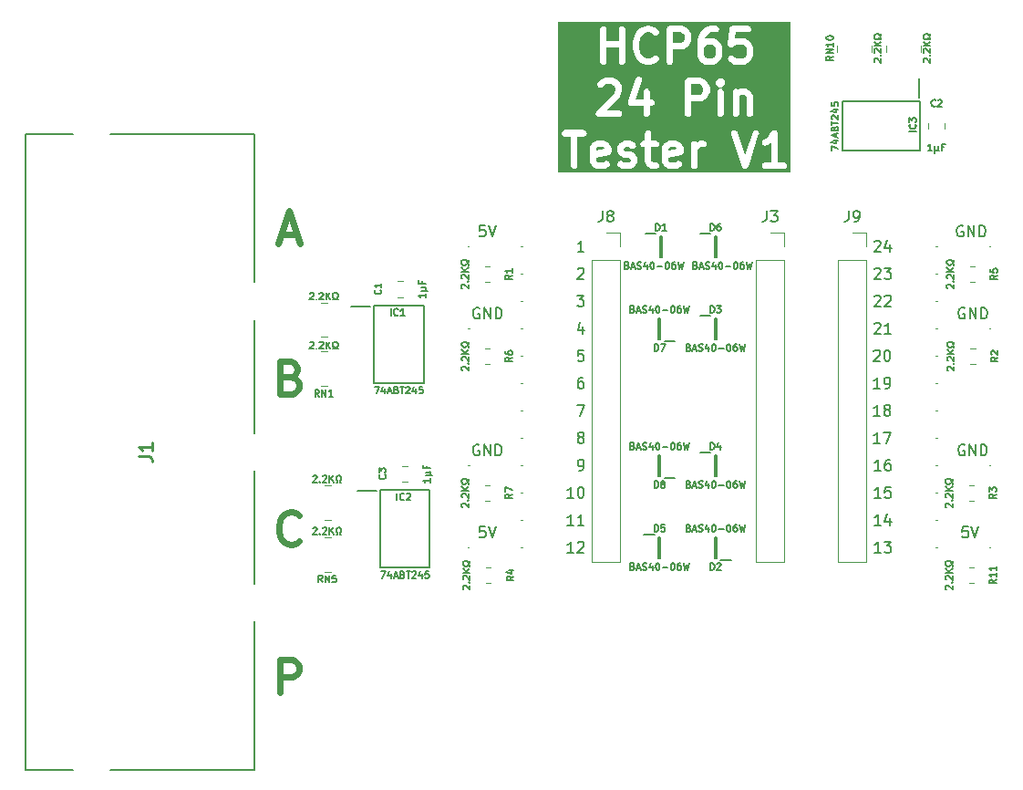
<source format=gto>
%TF.GenerationSoftware,KiCad,Pcbnew,9.0.2*%
%TF.CreationDate,2025-08-21T10:08:15+02:00*%
%TF.ProjectId,HCP65 24 Pin Tester,48435036-3520-4323-9420-50696e205465,V1*%
%TF.SameCoordinates,Original*%
%TF.FileFunction,Legend,Top*%
%TF.FilePolarity,Positive*%
%FSLAX46Y46*%
G04 Gerber Fmt 4.6, Leading zero omitted, Abs format (unit mm)*
G04 Created by KiCad (PCBNEW 9.0.2) date 2025-08-21 10:08:15*
%MOMM*%
%LPD*%
G01*
G04 APERTURE LIST*
%ADD10C,0.150000*%
%ADD11C,0.600000*%
%ADD12C,0.254000*%
%ADD13C,0.100000*%
%ADD14C,0.120000*%
%ADD15C,0.200000*%
G04 APERTURE END LIST*
D10*
X25590523Y-32347819D02*
X25114333Y-32347819D01*
X25114333Y-32347819D02*
X25066714Y-32824009D01*
X25066714Y-32824009D02*
X25114333Y-32776390D01*
X25114333Y-32776390D02*
X25209571Y-32728771D01*
X25209571Y-32728771D02*
X25447666Y-32728771D01*
X25447666Y-32728771D02*
X25542904Y-32776390D01*
X25542904Y-32776390D02*
X25590523Y-32824009D01*
X25590523Y-32824009D02*
X25638142Y-32919247D01*
X25638142Y-32919247D02*
X25638142Y-33157342D01*
X25638142Y-33157342D02*
X25590523Y-33252580D01*
X25590523Y-33252580D02*
X25542904Y-33300200D01*
X25542904Y-33300200D02*
X25447666Y-33347819D01*
X25447666Y-33347819D02*
X25209571Y-33347819D01*
X25209571Y-33347819D02*
X25114333Y-33300200D01*
X25114333Y-33300200D02*
X25066714Y-33252580D01*
X25923857Y-32347819D02*
X26257190Y-33347819D01*
X26257190Y-33347819D02*
X26590523Y-32347819D01*
X33810458Y-32204819D02*
X33239030Y-32204819D01*
X33524744Y-32204819D02*
X33524744Y-31204819D01*
X33524744Y-31204819D02*
X33429506Y-31347676D01*
X33429506Y-31347676D02*
X33334268Y-31442914D01*
X33334268Y-31442914D02*
X33239030Y-31490533D01*
X34762839Y-32204819D02*
X34191411Y-32204819D01*
X34477125Y-32204819D02*
X34477125Y-31204819D01*
X34477125Y-31204819D02*
X34381887Y-31347676D01*
X34381887Y-31347676D02*
X34286649Y-31442914D01*
X34286649Y-31442914D02*
X34191411Y-31490533D01*
X25048594Y-12075438D02*
X24953356Y-12027819D01*
X24953356Y-12027819D02*
X24810499Y-12027819D01*
X24810499Y-12027819D02*
X24667642Y-12075438D01*
X24667642Y-12075438D02*
X24572404Y-12170676D01*
X24572404Y-12170676D02*
X24524785Y-12265914D01*
X24524785Y-12265914D02*
X24477166Y-12456390D01*
X24477166Y-12456390D02*
X24477166Y-12599247D01*
X24477166Y-12599247D02*
X24524785Y-12789723D01*
X24524785Y-12789723D02*
X24572404Y-12884961D01*
X24572404Y-12884961D02*
X24667642Y-12980200D01*
X24667642Y-12980200D02*
X24810499Y-13027819D01*
X24810499Y-13027819D02*
X24905737Y-13027819D01*
X24905737Y-13027819D02*
X25048594Y-12980200D01*
X25048594Y-12980200D02*
X25096213Y-12932580D01*
X25096213Y-12932580D02*
X25096213Y-12599247D01*
X25096213Y-12599247D02*
X24905737Y-12599247D01*
X25524785Y-13027819D02*
X25524785Y-12027819D01*
X25524785Y-12027819D02*
X26096213Y-13027819D01*
X26096213Y-13027819D02*
X26096213Y-12027819D01*
X26572404Y-13027819D02*
X26572404Y-12027819D01*
X26572404Y-12027819D02*
X26810499Y-12027819D01*
X26810499Y-12027819D02*
X26953356Y-12075438D01*
X26953356Y-12075438D02*
X27048594Y-12170676D01*
X27048594Y-12170676D02*
X27096213Y-12265914D01*
X27096213Y-12265914D02*
X27143832Y-12456390D01*
X27143832Y-12456390D02*
X27143832Y-12599247D01*
X27143832Y-12599247D02*
X27096213Y-12789723D01*
X27096213Y-12789723D02*
X27048594Y-12884961D01*
X27048594Y-12884961D02*
X26953356Y-12980200D01*
X26953356Y-12980200D02*
X26810499Y-13027819D01*
X26810499Y-13027819D02*
X26572404Y-13027819D01*
X33810458Y-34744819D02*
X33239030Y-34744819D01*
X33524744Y-34744819D02*
X33524744Y-33744819D01*
X33524744Y-33744819D02*
X33429506Y-33887676D01*
X33429506Y-33887676D02*
X33334268Y-33982914D01*
X33334268Y-33982914D02*
X33239030Y-34030533D01*
X34191411Y-33840057D02*
X34239030Y-33792438D01*
X34239030Y-33792438D02*
X34334268Y-33744819D01*
X34334268Y-33744819D02*
X34572363Y-33744819D01*
X34572363Y-33744819D02*
X34667601Y-33792438D01*
X34667601Y-33792438D02*
X34715220Y-33840057D01*
X34715220Y-33840057D02*
X34762839Y-33935295D01*
X34762839Y-33935295D02*
X34762839Y-34030533D01*
X34762839Y-34030533D02*
X34715220Y-34173390D01*
X34715220Y-34173390D02*
X34143792Y-34744819D01*
X34143792Y-34744819D02*
X34762839Y-34744819D01*
X61757160Y-10980057D02*
X61804779Y-10932438D01*
X61804779Y-10932438D02*
X61900017Y-10884819D01*
X61900017Y-10884819D02*
X62138112Y-10884819D01*
X62138112Y-10884819D02*
X62233350Y-10932438D01*
X62233350Y-10932438D02*
X62280969Y-10980057D01*
X62280969Y-10980057D02*
X62328588Y-11075295D01*
X62328588Y-11075295D02*
X62328588Y-11170533D01*
X62328588Y-11170533D02*
X62280969Y-11313390D01*
X62280969Y-11313390D02*
X61709541Y-11884819D01*
X61709541Y-11884819D02*
X62328588Y-11884819D01*
X62709541Y-10980057D02*
X62757160Y-10932438D01*
X62757160Y-10932438D02*
X62852398Y-10884819D01*
X62852398Y-10884819D02*
X63090493Y-10884819D01*
X63090493Y-10884819D02*
X63185731Y-10932438D01*
X63185731Y-10932438D02*
X63233350Y-10980057D01*
X63233350Y-10980057D02*
X63280969Y-11075295D01*
X63280969Y-11075295D02*
X63280969Y-11170533D01*
X63280969Y-11170533D02*
X63233350Y-11313390D01*
X63233350Y-11313390D02*
X62661922Y-11884819D01*
X62661922Y-11884819D02*
X63280969Y-11884819D01*
D11*
X7580285Y-18443557D02*
X8008857Y-18586414D01*
X8008857Y-18586414D02*
X8151714Y-18729271D01*
X8151714Y-18729271D02*
X8294571Y-19014986D01*
X8294571Y-19014986D02*
X8294571Y-19443557D01*
X8294571Y-19443557D02*
X8151714Y-19729271D01*
X8151714Y-19729271D02*
X8008857Y-19872129D01*
X8008857Y-19872129D02*
X7723142Y-20014986D01*
X7723142Y-20014986D02*
X6580285Y-20014986D01*
X6580285Y-20014986D02*
X6580285Y-17014986D01*
X6580285Y-17014986D02*
X7580285Y-17014986D01*
X7580285Y-17014986D02*
X7866000Y-17157843D01*
X7866000Y-17157843D02*
X8008857Y-17300700D01*
X8008857Y-17300700D02*
X8151714Y-17586414D01*
X8151714Y-17586414D02*
X8151714Y-17872129D01*
X8151714Y-17872129D02*
X8008857Y-18157843D01*
X8008857Y-18157843D02*
X7866000Y-18300700D01*
X7866000Y-18300700D02*
X7580285Y-18443557D01*
X7580285Y-18443557D02*
X6580285Y-18443557D01*
D10*
X69961095Y-4455438D02*
X69865857Y-4407819D01*
X69865857Y-4407819D02*
X69723000Y-4407819D01*
X69723000Y-4407819D02*
X69580143Y-4455438D01*
X69580143Y-4455438D02*
X69484905Y-4550676D01*
X69484905Y-4550676D02*
X69437286Y-4645914D01*
X69437286Y-4645914D02*
X69389667Y-4836390D01*
X69389667Y-4836390D02*
X69389667Y-4979247D01*
X69389667Y-4979247D02*
X69437286Y-5169723D01*
X69437286Y-5169723D02*
X69484905Y-5264961D01*
X69484905Y-5264961D02*
X69580143Y-5360200D01*
X69580143Y-5360200D02*
X69723000Y-5407819D01*
X69723000Y-5407819D02*
X69818238Y-5407819D01*
X69818238Y-5407819D02*
X69961095Y-5360200D01*
X69961095Y-5360200D02*
X70008714Y-5312580D01*
X70008714Y-5312580D02*
X70008714Y-4979247D01*
X70008714Y-4979247D02*
X69818238Y-4979247D01*
X70437286Y-5407819D02*
X70437286Y-4407819D01*
X70437286Y-4407819D02*
X71008714Y-5407819D01*
X71008714Y-5407819D02*
X71008714Y-4407819D01*
X71484905Y-5407819D02*
X71484905Y-4407819D01*
X71484905Y-4407819D02*
X71723000Y-4407819D01*
X71723000Y-4407819D02*
X71865857Y-4455438D01*
X71865857Y-4455438D02*
X71961095Y-4550676D01*
X71961095Y-4550676D02*
X72008714Y-4645914D01*
X72008714Y-4645914D02*
X72056333Y-4836390D01*
X72056333Y-4836390D02*
X72056333Y-4979247D01*
X72056333Y-4979247D02*
X72008714Y-5169723D01*
X72008714Y-5169723D02*
X71961095Y-5264961D01*
X71961095Y-5264961D02*
X71865857Y-5360200D01*
X71865857Y-5360200D02*
X71723000Y-5407819D01*
X71723000Y-5407819D02*
X71484905Y-5407819D01*
X25590523Y-4407819D02*
X25114333Y-4407819D01*
X25114333Y-4407819D02*
X25066714Y-4884009D01*
X25066714Y-4884009D02*
X25114333Y-4836390D01*
X25114333Y-4836390D02*
X25209571Y-4788771D01*
X25209571Y-4788771D02*
X25447666Y-4788771D01*
X25447666Y-4788771D02*
X25542904Y-4836390D01*
X25542904Y-4836390D02*
X25590523Y-4884009D01*
X25590523Y-4884009D02*
X25638142Y-4979247D01*
X25638142Y-4979247D02*
X25638142Y-5217342D01*
X25638142Y-5217342D02*
X25590523Y-5312580D01*
X25590523Y-5312580D02*
X25542904Y-5360200D01*
X25542904Y-5360200D02*
X25447666Y-5407819D01*
X25447666Y-5407819D02*
X25209571Y-5407819D01*
X25209571Y-5407819D02*
X25114333Y-5360200D01*
X25114333Y-5360200D02*
X25066714Y-5312580D01*
X25923857Y-4407819D02*
X26257190Y-5407819D01*
X26257190Y-5407819D02*
X26590523Y-4407819D01*
X34667601Y-18504819D02*
X34477125Y-18504819D01*
X34477125Y-18504819D02*
X34381887Y-18552438D01*
X34381887Y-18552438D02*
X34334268Y-18600057D01*
X34334268Y-18600057D02*
X34239030Y-18742914D01*
X34239030Y-18742914D02*
X34191411Y-18933390D01*
X34191411Y-18933390D02*
X34191411Y-19314342D01*
X34191411Y-19314342D02*
X34239030Y-19409580D01*
X34239030Y-19409580D02*
X34286649Y-19457200D01*
X34286649Y-19457200D02*
X34381887Y-19504819D01*
X34381887Y-19504819D02*
X34572363Y-19504819D01*
X34572363Y-19504819D02*
X34667601Y-19457200D01*
X34667601Y-19457200D02*
X34715220Y-19409580D01*
X34715220Y-19409580D02*
X34762839Y-19314342D01*
X34762839Y-19314342D02*
X34762839Y-19076247D01*
X34762839Y-19076247D02*
X34715220Y-18981009D01*
X34715220Y-18981009D02*
X34667601Y-18933390D01*
X34667601Y-18933390D02*
X34572363Y-18885771D01*
X34572363Y-18885771D02*
X34381887Y-18885771D01*
X34381887Y-18885771D02*
X34286649Y-18933390D01*
X34286649Y-18933390D02*
X34239030Y-18981009D01*
X34239030Y-18981009D02*
X34191411Y-19076247D01*
X34762839Y-6804819D02*
X34191411Y-6804819D01*
X34477125Y-6804819D02*
X34477125Y-5804819D01*
X34477125Y-5804819D02*
X34381887Y-5947676D01*
X34381887Y-5947676D02*
X34286649Y-6042914D01*
X34286649Y-6042914D02*
X34191411Y-6090533D01*
X62258458Y-24584819D02*
X61687030Y-24584819D01*
X61972744Y-24584819D02*
X61972744Y-23584819D01*
X61972744Y-23584819D02*
X61877506Y-23727676D01*
X61877506Y-23727676D02*
X61782268Y-23822914D01*
X61782268Y-23822914D02*
X61687030Y-23870533D01*
X62591792Y-23584819D02*
X63258458Y-23584819D01*
X63258458Y-23584819D02*
X62829887Y-24584819D01*
X34381887Y-24013390D02*
X34286649Y-23965771D01*
X34286649Y-23965771D02*
X34239030Y-23918152D01*
X34239030Y-23918152D02*
X34191411Y-23822914D01*
X34191411Y-23822914D02*
X34191411Y-23775295D01*
X34191411Y-23775295D02*
X34239030Y-23680057D01*
X34239030Y-23680057D02*
X34286649Y-23632438D01*
X34286649Y-23632438D02*
X34381887Y-23584819D01*
X34381887Y-23584819D02*
X34572363Y-23584819D01*
X34572363Y-23584819D02*
X34667601Y-23632438D01*
X34667601Y-23632438D02*
X34715220Y-23680057D01*
X34715220Y-23680057D02*
X34762839Y-23775295D01*
X34762839Y-23775295D02*
X34762839Y-23822914D01*
X34762839Y-23822914D02*
X34715220Y-23918152D01*
X34715220Y-23918152D02*
X34667601Y-23965771D01*
X34667601Y-23965771D02*
X34572363Y-24013390D01*
X34572363Y-24013390D02*
X34381887Y-24013390D01*
X34381887Y-24013390D02*
X34286649Y-24061009D01*
X34286649Y-24061009D02*
X34239030Y-24108628D01*
X34239030Y-24108628D02*
X34191411Y-24203866D01*
X34191411Y-24203866D02*
X34191411Y-24394342D01*
X34191411Y-24394342D02*
X34239030Y-24489580D01*
X34239030Y-24489580D02*
X34286649Y-24537200D01*
X34286649Y-24537200D02*
X34381887Y-24584819D01*
X34381887Y-24584819D02*
X34572363Y-24584819D01*
X34572363Y-24584819D02*
X34667601Y-24537200D01*
X34667601Y-24537200D02*
X34715220Y-24489580D01*
X34715220Y-24489580D02*
X34762839Y-24394342D01*
X34762839Y-24394342D02*
X34762839Y-24203866D01*
X34762839Y-24203866D02*
X34715220Y-24108628D01*
X34715220Y-24108628D02*
X34667601Y-24061009D01*
X34667601Y-24061009D02*
X34572363Y-24013390D01*
X34191411Y-8440057D02*
X34239030Y-8392438D01*
X34239030Y-8392438D02*
X34334268Y-8344819D01*
X34334268Y-8344819D02*
X34572363Y-8344819D01*
X34572363Y-8344819D02*
X34667601Y-8392438D01*
X34667601Y-8392438D02*
X34715220Y-8440057D01*
X34715220Y-8440057D02*
X34762839Y-8535295D01*
X34762839Y-8535295D02*
X34762839Y-8630533D01*
X34762839Y-8630533D02*
X34715220Y-8773390D01*
X34715220Y-8773390D02*
X34143792Y-9344819D01*
X34143792Y-9344819D02*
X34762839Y-9344819D01*
X61757160Y-5900057D02*
X61804779Y-5852438D01*
X61804779Y-5852438D02*
X61900017Y-5804819D01*
X61900017Y-5804819D02*
X62138112Y-5804819D01*
X62138112Y-5804819D02*
X62233350Y-5852438D01*
X62233350Y-5852438D02*
X62280969Y-5900057D01*
X62280969Y-5900057D02*
X62328588Y-5995295D01*
X62328588Y-5995295D02*
X62328588Y-6090533D01*
X62328588Y-6090533D02*
X62280969Y-6233390D01*
X62280969Y-6233390D02*
X61709541Y-6804819D01*
X61709541Y-6804819D02*
X62328588Y-6804819D01*
X63185731Y-6138152D02*
X63185731Y-6804819D01*
X62947636Y-5757200D02*
X62709541Y-6471485D01*
X62709541Y-6471485D02*
X63328588Y-6471485D01*
D11*
X6580285Y-47711657D02*
X6580285Y-44711657D01*
X6580285Y-44711657D02*
X7723142Y-44711657D01*
X7723142Y-44711657D02*
X8008857Y-44854514D01*
X8008857Y-44854514D02*
X8151714Y-44997371D01*
X8151714Y-44997371D02*
X8294571Y-45283085D01*
X8294571Y-45283085D02*
X8294571Y-45711657D01*
X8294571Y-45711657D02*
X8151714Y-45997371D01*
X8151714Y-45997371D02*
X8008857Y-46140228D01*
X8008857Y-46140228D02*
X7723142Y-46283085D01*
X7723142Y-46283085D02*
X6580285Y-46283085D01*
D10*
X62258458Y-19504819D02*
X61687030Y-19504819D01*
X61972744Y-19504819D02*
X61972744Y-18504819D01*
X61972744Y-18504819D02*
X61877506Y-18647676D01*
X61877506Y-18647676D02*
X61782268Y-18742914D01*
X61782268Y-18742914D02*
X61687030Y-18790533D01*
X62734649Y-19504819D02*
X62925125Y-19504819D01*
X62925125Y-19504819D02*
X63020363Y-19457200D01*
X63020363Y-19457200D02*
X63067982Y-19409580D01*
X63067982Y-19409580D02*
X63163220Y-19266723D01*
X63163220Y-19266723D02*
X63210839Y-19076247D01*
X63210839Y-19076247D02*
X63210839Y-18695295D01*
X63210839Y-18695295D02*
X63163220Y-18600057D01*
X63163220Y-18600057D02*
X63115601Y-18552438D01*
X63115601Y-18552438D02*
X63020363Y-18504819D01*
X63020363Y-18504819D02*
X62829887Y-18504819D01*
X62829887Y-18504819D02*
X62734649Y-18552438D01*
X62734649Y-18552438D02*
X62687030Y-18600057D01*
X62687030Y-18600057D02*
X62639411Y-18695295D01*
X62639411Y-18695295D02*
X62639411Y-18933390D01*
X62639411Y-18933390D02*
X62687030Y-19028628D01*
X62687030Y-19028628D02*
X62734649Y-19076247D01*
X62734649Y-19076247D02*
X62829887Y-19123866D01*
X62829887Y-19123866D02*
X63020363Y-19123866D01*
X63020363Y-19123866D02*
X63115601Y-19076247D01*
X63115601Y-19076247D02*
X63163220Y-19028628D01*
X63163220Y-19028628D02*
X63210839Y-18933390D01*
X62328588Y-27124819D02*
X61757160Y-27124819D01*
X62042874Y-27124819D02*
X62042874Y-26124819D01*
X62042874Y-26124819D02*
X61947636Y-26267676D01*
X61947636Y-26267676D02*
X61852398Y-26362914D01*
X61852398Y-26362914D02*
X61757160Y-26410533D01*
X63185731Y-26124819D02*
X62995255Y-26124819D01*
X62995255Y-26124819D02*
X62900017Y-26172438D01*
X62900017Y-26172438D02*
X62852398Y-26220057D01*
X62852398Y-26220057D02*
X62757160Y-26362914D01*
X62757160Y-26362914D02*
X62709541Y-26553390D01*
X62709541Y-26553390D02*
X62709541Y-26934342D01*
X62709541Y-26934342D02*
X62757160Y-27029580D01*
X62757160Y-27029580D02*
X62804779Y-27077200D01*
X62804779Y-27077200D02*
X62900017Y-27124819D01*
X62900017Y-27124819D02*
X63090493Y-27124819D01*
X63090493Y-27124819D02*
X63185731Y-27077200D01*
X63185731Y-27077200D02*
X63233350Y-27029580D01*
X63233350Y-27029580D02*
X63280969Y-26934342D01*
X63280969Y-26934342D02*
X63280969Y-26696247D01*
X63280969Y-26696247D02*
X63233350Y-26601009D01*
X63233350Y-26601009D02*
X63185731Y-26553390D01*
X63185731Y-26553390D02*
X63090493Y-26505771D01*
X63090493Y-26505771D02*
X62900017Y-26505771D01*
X62900017Y-26505771D02*
X62804779Y-26553390D01*
X62804779Y-26553390D02*
X62757160Y-26601009D01*
X62757160Y-26601009D02*
X62709541Y-26696247D01*
X62328588Y-34744819D02*
X61757160Y-34744819D01*
X62042874Y-34744819D02*
X62042874Y-33744819D01*
X62042874Y-33744819D02*
X61947636Y-33887676D01*
X61947636Y-33887676D02*
X61852398Y-33982914D01*
X61852398Y-33982914D02*
X61757160Y-34030533D01*
X62661922Y-33744819D02*
X63280969Y-33744819D01*
X63280969Y-33744819D02*
X62947636Y-34125771D01*
X62947636Y-34125771D02*
X63090493Y-34125771D01*
X63090493Y-34125771D02*
X63185731Y-34173390D01*
X63185731Y-34173390D02*
X63233350Y-34221009D01*
X63233350Y-34221009D02*
X63280969Y-34316247D01*
X63280969Y-34316247D02*
X63280969Y-34554342D01*
X63280969Y-34554342D02*
X63233350Y-34649580D01*
X63233350Y-34649580D02*
X63185731Y-34697200D01*
X63185731Y-34697200D02*
X63090493Y-34744819D01*
X63090493Y-34744819D02*
X62804779Y-34744819D01*
X62804779Y-34744819D02*
X62709541Y-34697200D01*
X62709541Y-34697200D02*
X62661922Y-34649580D01*
X34143792Y-21044819D02*
X34810458Y-21044819D01*
X34810458Y-21044819D02*
X34381887Y-22044819D01*
X70421523Y-32347819D02*
X69945333Y-32347819D01*
X69945333Y-32347819D02*
X69897714Y-32824009D01*
X69897714Y-32824009D02*
X69945333Y-32776390D01*
X69945333Y-32776390D02*
X70040571Y-32728771D01*
X70040571Y-32728771D02*
X70278666Y-32728771D01*
X70278666Y-32728771D02*
X70373904Y-32776390D01*
X70373904Y-32776390D02*
X70421523Y-32824009D01*
X70421523Y-32824009D02*
X70469142Y-32919247D01*
X70469142Y-32919247D02*
X70469142Y-33157342D01*
X70469142Y-33157342D02*
X70421523Y-33252580D01*
X70421523Y-33252580D02*
X70373904Y-33300200D01*
X70373904Y-33300200D02*
X70278666Y-33347819D01*
X70278666Y-33347819D02*
X70040571Y-33347819D01*
X70040571Y-33347819D02*
X69945333Y-33300200D01*
X69945333Y-33300200D02*
X69897714Y-33252580D01*
X70754857Y-32347819D02*
X71088190Y-33347819D01*
X71088190Y-33347819D02*
X71421523Y-32347819D01*
X61757160Y-13520057D02*
X61804779Y-13472438D01*
X61804779Y-13472438D02*
X61900017Y-13424819D01*
X61900017Y-13424819D02*
X62138112Y-13424819D01*
X62138112Y-13424819D02*
X62233350Y-13472438D01*
X62233350Y-13472438D02*
X62280969Y-13520057D01*
X62280969Y-13520057D02*
X62328588Y-13615295D01*
X62328588Y-13615295D02*
X62328588Y-13710533D01*
X62328588Y-13710533D02*
X62280969Y-13853390D01*
X62280969Y-13853390D02*
X61709541Y-14424819D01*
X61709541Y-14424819D02*
X62328588Y-14424819D01*
X63280969Y-14424819D02*
X62709541Y-14424819D01*
X62995255Y-14424819D02*
X62995255Y-13424819D01*
X62995255Y-13424819D02*
X62900017Y-13567676D01*
X62900017Y-13567676D02*
X62804779Y-13662914D01*
X62804779Y-13662914D02*
X62709541Y-13710533D01*
X25035095Y-24775438D02*
X24939857Y-24727819D01*
X24939857Y-24727819D02*
X24797000Y-24727819D01*
X24797000Y-24727819D02*
X24654143Y-24775438D01*
X24654143Y-24775438D02*
X24558905Y-24870676D01*
X24558905Y-24870676D02*
X24511286Y-24965914D01*
X24511286Y-24965914D02*
X24463667Y-25156390D01*
X24463667Y-25156390D02*
X24463667Y-25299247D01*
X24463667Y-25299247D02*
X24511286Y-25489723D01*
X24511286Y-25489723D02*
X24558905Y-25584961D01*
X24558905Y-25584961D02*
X24654143Y-25680200D01*
X24654143Y-25680200D02*
X24797000Y-25727819D01*
X24797000Y-25727819D02*
X24892238Y-25727819D01*
X24892238Y-25727819D02*
X25035095Y-25680200D01*
X25035095Y-25680200D02*
X25082714Y-25632580D01*
X25082714Y-25632580D02*
X25082714Y-25299247D01*
X25082714Y-25299247D02*
X24892238Y-25299247D01*
X25511286Y-25727819D02*
X25511286Y-24727819D01*
X25511286Y-24727819D02*
X26082714Y-25727819D01*
X26082714Y-25727819D02*
X26082714Y-24727819D01*
X26558905Y-25727819D02*
X26558905Y-24727819D01*
X26558905Y-24727819D02*
X26797000Y-24727819D01*
X26797000Y-24727819D02*
X26939857Y-24775438D01*
X26939857Y-24775438D02*
X27035095Y-24870676D01*
X27035095Y-24870676D02*
X27082714Y-24965914D01*
X27082714Y-24965914D02*
X27130333Y-25156390D01*
X27130333Y-25156390D02*
X27130333Y-25299247D01*
X27130333Y-25299247D02*
X27082714Y-25489723D01*
X27082714Y-25489723D02*
X27035095Y-25584961D01*
X27035095Y-25584961D02*
X26939857Y-25680200D01*
X26939857Y-25680200D02*
X26797000Y-25727819D01*
X26797000Y-25727819D02*
X26558905Y-25727819D01*
X62328588Y-32204819D02*
X61757160Y-32204819D01*
X62042874Y-32204819D02*
X62042874Y-31204819D01*
X62042874Y-31204819D02*
X61947636Y-31347676D01*
X61947636Y-31347676D02*
X61852398Y-31442914D01*
X61852398Y-31442914D02*
X61757160Y-31490533D01*
X63185731Y-31538152D02*
X63185731Y-32204819D01*
X62947636Y-31157200D02*
X62709541Y-31871485D01*
X62709541Y-31871485D02*
X63328588Y-31871485D01*
D11*
X6651714Y-5187843D02*
X8080286Y-5187843D01*
X6366000Y-6044986D02*
X7366000Y-3044986D01*
X7366000Y-3044986D02*
X8366000Y-6044986D01*
D10*
X61757160Y-8440057D02*
X61804779Y-8392438D01*
X61804779Y-8392438D02*
X61900017Y-8344819D01*
X61900017Y-8344819D02*
X62138112Y-8344819D01*
X62138112Y-8344819D02*
X62233350Y-8392438D01*
X62233350Y-8392438D02*
X62280969Y-8440057D01*
X62280969Y-8440057D02*
X62328588Y-8535295D01*
X62328588Y-8535295D02*
X62328588Y-8630533D01*
X62328588Y-8630533D02*
X62280969Y-8773390D01*
X62280969Y-8773390D02*
X61709541Y-9344819D01*
X61709541Y-9344819D02*
X62328588Y-9344819D01*
X62661922Y-8344819D02*
X63280969Y-8344819D01*
X63280969Y-8344819D02*
X62947636Y-8725771D01*
X62947636Y-8725771D02*
X63090493Y-8725771D01*
X63090493Y-8725771D02*
X63185731Y-8773390D01*
X63185731Y-8773390D02*
X63233350Y-8821009D01*
X63233350Y-8821009D02*
X63280969Y-8916247D01*
X63280969Y-8916247D02*
X63280969Y-9154342D01*
X63280969Y-9154342D02*
X63233350Y-9249580D01*
X63233350Y-9249580D02*
X63185731Y-9297200D01*
X63185731Y-9297200D02*
X63090493Y-9344819D01*
X63090493Y-9344819D02*
X62804779Y-9344819D01*
X62804779Y-9344819D02*
X62709541Y-9297200D01*
X62709541Y-9297200D02*
X62661922Y-9249580D01*
X33810458Y-29664819D02*
X33239030Y-29664819D01*
X33524744Y-29664819D02*
X33524744Y-28664819D01*
X33524744Y-28664819D02*
X33429506Y-28807676D01*
X33429506Y-28807676D02*
X33334268Y-28902914D01*
X33334268Y-28902914D02*
X33239030Y-28950533D01*
X34429506Y-28664819D02*
X34524744Y-28664819D01*
X34524744Y-28664819D02*
X34619982Y-28712438D01*
X34619982Y-28712438D02*
X34667601Y-28760057D01*
X34667601Y-28760057D02*
X34715220Y-28855295D01*
X34715220Y-28855295D02*
X34762839Y-29045771D01*
X34762839Y-29045771D02*
X34762839Y-29283866D01*
X34762839Y-29283866D02*
X34715220Y-29474342D01*
X34715220Y-29474342D02*
X34667601Y-29569580D01*
X34667601Y-29569580D02*
X34619982Y-29617200D01*
X34619982Y-29617200D02*
X34524744Y-29664819D01*
X34524744Y-29664819D02*
X34429506Y-29664819D01*
X34429506Y-29664819D02*
X34334268Y-29617200D01*
X34334268Y-29617200D02*
X34286649Y-29569580D01*
X34286649Y-29569580D02*
X34239030Y-29474342D01*
X34239030Y-29474342D02*
X34191411Y-29283866D01*
X34191411Y-29283866D02*
X34191411Y-29045771D01*
X34191411Y-29045771D02*
X34239030Y-28855295D01*
X34239030Y-28855295D02*
X34286649Y-28760057D01*
X34286649Y-28760057D02*
X34334268Y-28712438D01*
X34334268Y-28712438D02*
X34429506Y-28664819D01*
X34667601Y-13758152D02*
X34667601Y-14424819D01*
X34429506Y-13377200D02*
X34191411Y-14091485D01*
X34191411Y-14091485D02*
X34810458Y-14091485D01*
X61687030Y-16060057D02*
X61734649Y-16012438D01*
X61734649Y-16012438D02*
X61829887Y-15964819D01*
X61829887Y-15964819D02*
X62067982Y-15964819D01*
X62067982Y-15964819D02*
X62163220Y-16012438D01*
X62163220Y-16012438D02*
X62210839Y-16060057D01*
X62210839Y-16060057D02*
X62258458Y-16155295D01*
X62258458Y-16155295D02*
X62258458Y-16250533D01*
X62258458Y-16250533D02*
X62210839Y-16393390D01*
X62210839Y-16393390D02*
X61639411Y-16964819D01*
X61639411Y-16964819D02*
X62258458Y-16964819D01*
X62877506Y-15964819D02*
X62972744Y-15964819D01*
X62972744Y-15964819D02*
X63067982Y-16012438D01*
X63067982Y-16012438D02*
X63115601Y-16060057D01*
X63115601Y-16060057D02*
X63163220Y-16155295D01*
X63163220Y-16155295D02*
X63210839Y-16345771D01*
X63210839Y-16345771D02*
X63210839Y-16583866D01*
X63210839Y-16583866D02*
X63163220Y-16774342D01*
X63163220Y-16774342D02*
X63115601Y-16869580D01*
X63115601Y-16869580D02*
X63067982Y-16917200D01*
X63067982Y-16917200D02*
X62972744Y-16964819D01*
X62972744Y-16964819D02*
X62877506Y-16964819D01*
X62877506Y-16964819D02*
X62782268Y-16917200D01*
X62782268Y-16917200D02*
X62734649Y-16869580D01*
X62734649Y-16869580D02*
X62687030Y-16774342D01*
X62687030Y-16774342D02*
X62639411Y-16583866D01*
X62639411Y-16583866D02*
X62639411Y-16345771D01*
X62639411Y-16345771D02*
X62687030Y-16155295D01*
X62687030Y-16155295D02*
X62734649Y-16060057D01*
X62734649Y-16060057D02*
X62782268Y-16012438D01*
X62782268Y-16012438D02*
X62877506Y-15964819D01*
X34715220Y-15964819D02*
X34239030Y-15964819D01*
X34239030Y-15964819D02*
X34191411Y-16441009D01*
X34191411Y-16441009D02*
X34239030Y-16393390D01*
X34239030Y-16393390D02*
X34334268Y-16345771D01*
X34334268Y-16345771D02*
X34572363Y-16345771D01*
X34572363Y-16345771D02*
X34667601Y-16393390D01*
X34667601Y-16393390D02*
X34715220Y-16441009D01*
X34715220Y-16441009D02*
X34762839Y-16536247D01*
X34762839Y-16536247D02*
X34762839Y-16774342D01*
X34762839Y-16774342D02*
X34715220Y-16869580D01*
X34715220Y-16869580D02*
X34667601Y-16917200D01*
X34667601Y-16917200D02*
X34572363Y-16964819D01*
X34572363Y-16964819D02*
X34334268Y-16964819D01*
X34334268Y-16964819D02*
X34239030Y-16917200D01*
X34239030Y-16917200D02*
X34191411Y-16869580D01*
X62258458Y-22044819D02*
X61687030Y-22044819D01*
X61972744Y-22044819D02*
X61972744Y-21044819D01*
X61972744Y-21044819D02*
X61877506Y-21187676D01*
X61877506Y-21187676D02*
X61782268Y-21282914D01*
X61782268Y-21282914D02*
X61687030Y-21330533D01*
X62829887Y-21473390D02*
X62734649Y-21425771D01*
X62734649Y-21425771D02*
X62687030Y-21378152D01*
X62687030Y-21378152D02*
X62639411Y-21282914D01*
X62639411Y-21282914D02*
X62639411Y-21235295D01*
X62639411Y-21235295D02*
X62687030Y-21140057D01*
X62687030Y-21140057D02*
X62734649Y-21092438D01*
X62734649Y-21092438D02*
X62829887Y-21044819D01*
X62829887Y-21044819D02*
X63020363Y-21044819D01*
X63020363Y-21044819D02*
X63115601Y-21092438D01*
X63115601Y-21092438D02*
X63163220Y-21140057D01*
X63163220Y-21140057D02*
X63210839Y-21235295D01*
X63210839Y-21235295D02*
X63210839Y-21282914D01*
X63210839Y-21282914D02*
X63163220Y-21378152D01*
X63163220Y-21378152D02*
X63115601Y-21425771D01*
X63115601Y-21425771D02*
X63020363Y-21473390D01*
X63020363Y-21473390D02*
X62829887Y-21473390D01*
X62829887Y-21473390D02*
X62734649Y-21521009D01*
X62734649Y-21521009D02*
X62687030Y-21568628D01*
X62687030Y-21568628D02*
X62639411Y-21663866D01*
X62639411Y-21663866D02*
X62639411Y-21854342D01*
X62639411Y-21854342D02*
X62687030Y-21949580D01*
X62687030Y-21949580D02*
X62734649Y-21997200D01*
X62734649Y-21997200D02*
X62829887Y-22044819D01*
X62829887Y-22044819D02*
X63020363Y-22044819D01*
X63020363Y-22044819D02*
X63115601Y-21997200D01*
X63115601Y-21997200D02*
X63163220Y-21949580D01*
X63163220Y-21949580D02*
X63210839Y-21854342D01*
X63210839Y-21854342D02*
X63210839Y-21663866D01*
X63210839Y-21663866D02*
X63163220Y-21568628D01*
X63163220Y-21568628D02*
X63115601Y-21521009D01*
X63115601Y-21521009D02*
X63020363Y-21473390D01*
X70117594Y-12075438D02*
X70022356Y-12027819D01*
X70022356Y-12027819D02*
X69879499Y-12027819D01*
X69879499Y-12027819D02*
X69736642Y-12075438D01*
X69736642Y-12075438D02*
X69641404Y-12170676D01*
X69641404Y-12170676D02*
X69593785Y-12265914D01*
X69593785Y-12265914D02*
X69546166Y-12456390D01*
X69546166Y-12456390D02*
X69546166Y-12599247D01*
X69546166Y-12599247D02*
X69593785Y-12789723D01*
X69593785Y-12789723D02*
X69641404Y-12884961D01*
X69641404Y-12884961D02*
X69736642Y-12980200D01*
X69736642Y-12980200D02*
X69879499Y-13027819D01*
X69879499Y-13027819D02*
X69974737Y-13027819D01*
X69974737Y-13027819D02*
X70117594Y-12980200D01*
X70117594Y-12980200D02*
X70165213Y-12932580D01*
X70165213Y-12932580D02*
X70165213Y-12599247D01*
X70165213Y-12599247D02*
X69974737Y-12599247D01*
X70593785Y-13027819D02*
X70593785Y-12027819D01*
X70593785Y-12027819D02*
X71165213Y-13027819D01*
X71165213Y-13027819D02*
X71165213Y-12027819D01*
X71641404Y-13027819D02*
X71641404Y-12027819D01*
X71641404Y-12027819D02*
X71879499Y-12027819D01*
X71879499Y-12027819D02*
X72022356Y-12075438D01*
X72022356Y-12075438D02*
X72117594Y-12170676D01*
X72117594Y-12170676D02*
X72165213Y-12265914D01*
X72165213Y-12265914D02*
X72212832Y-12456390D01*
X72212832Y-12456390D02*
X72212832Y-12599247D01*
X72212832Y-12599247D02*
X72165213Y-12789723D01*
X72165213Y-12789723D02*
X72117594Y-12884961D01*
X72117594Y-12884961D02*
X72022356Y-12980200D01*
X72022356Y-12980200D02*
X71879499Y-13027819D01*
X71879499Y-13027819D02*
X71641404Y-13027819D01*
D11*
X8294571Y-33699271D02*
X8151714Y-33842129D01*
X8151714Y-33842129D02*
X7723142Y-33984986D01*
X7723142Y-33984986D02*
X7437428Y-33984986D01*
X7437428Y-33984986D02*
X7008857Y-33842129D01*
X7008857Y-33842129D02*
X6723142Y-33556414D01*
X6723142Y-33556414D02*
X6580285Y-33270700D01*
X6580285Y-33270700D02*
X6437428Y-32699271D01*
X6437428Y-32699271D02*
X6437428Y-32270700D01*
X6437428Y-32270700D02*
X6580285Y-31699271D01*
X6580285Y-31699271D02*
X6723142Y-31413557D01*
X6723142Y-31413557D02*
X7008857Y-31127843D01*
X7008857Y-31127843D02*
X7437428Y-30984986D01*
X7437428Y-30984986D02*
X7723142Y-30984986D01*
X7723142Y-30984986D02*
X8151714Y-31127843D01*
X8151714Y-31127843D02*
X8294571Y-31270700D01*
G36*
X36654820Y2813046D02*
G01*
X36707172Y2708343D01*
X35892713Y2545451D01*
X35892713Y2680119D01*
X35959176Y2813046D01*
X36092105Y2879510D01*
X36521893Y2879510D01*
X36654820Y2813046D01*
G37*
G36*
X43369106Y2813046D02*
G01*
X43421458Y2708343D01*
X42606999Y2545451D01*
X42606999Y2680119D01*
X42673462Y2813046D01*
X42806391Y2879510D01*
X43236179Y2879510D01*
X43369106Y2813046D01*
G37*
G36*
X45700721Y8619928D02*
G01*
X45774730Y8545920D01*
X45864143Y8367094D01*
X45864143Y8080162D01*
X45774730Y7901336D01*
X45700721Y7827327D01*
X45521894Y7737914D01*
X44749857Y7737914D01*
X44749857Y8709342D01*
X45521894Y8709342D01*
X45700721Y8619928D01*
G37*
G36*
X46843578Y12306904D02*
G01*
X46917587Y12232895D01*
X47007000Y12054069D01*
X47007000Y11481423D01*
X46917587Y11302597D01*
X46843578Y11228588D01*
X46664751Y11139174D01*
X46234963Y11139174D01*
X46056136Y11228587D01*
X45982127Y11302597D01*
X45892714Y11481423D01*
X45892714Y12054069D01*
X45982127Y12232895D01*
X46056136Y12306904D01*
X46234963Y12396317D01*
X46664751Y12396317D01*
X46843578Y12306904D01*
G37*
G36*
X43986435Y13449760D02*
G01*
X44060444Y13375752D01*
X44149857Y13196926D01*
X44149857Y12909994D01*
X44060444Y12731168D01*
X43986435Y12657159D01*
X43807608Y12567746D01*
X43035571Y12567746D01*
X43035571Y13539174D01*
X43807608Y13539174D01*
X43986435Y13449760D01*
G37*
G36*
X53937766Y546177D02*
G01*
X32390519Y546177D01*
X32390519Y4218668D01*
X32723852Y4218668D01*
X32723852Y4140352D01*
X32744121Y4064705D01*
X32783279Y3996882D01*
X32838657Y3941504D01*
X32906480Y3902346D01*
X32982127Y3882077D01*
X33021285Y3879510D01*
X33578428Y3879510D01*
X33578428Y1179510D01*
X33580995Y1140352D01*
X33601264Y1064705D01*
X33640422Y996882D01*
X33695800Y941504D01*
X33763623Y902346D01*
X33839270Y882077D01*
X33917586Y882077D01*
X33993233Y902346D01*
X34061056Y941504D01*
X34116434Y996882D01*
X34155592Y1064705D01*
X34175861Y1140352D01*
X34178428Y1179510D01*
X34178428Y2750939D01*
X35292713Y2750939D01*
X35292713Y1608082D01*
X35293773Y1591904D01*
X35293468Y1586815D01*
X35294408Y1582219D01*
X35295280Y1568924D01*
X35303107Y1539711D01*
X35309169Y1510090D01*
X35314333Y1497811D01*
X35315549Y1493277D01*
X35318100Y1488857D01*
X35324385Y1473918D01*
X35467242Y1188204D01*
X35487050Y1154328D01*
X35499005Y1140845D01*
X35508934Y1125808D01*
X35524871Y1111675D01*
X35539009Y1095732D01*
X35554050Y1085800D01*
X35567530Y1073848D01*
X35601406Y1054040D01*
X35887120Y911182D01*
X35902063Y904895D01*
X35906480Y902346D01*
X35911011Y901131D01*
X35923292Y895966D01*
X35952916Y889903D01*
X35982127Y882077D01*
X35995422Y881205D01*
X36000018Y880265D01*
X36005107Y880570D01*
X36021285Y879510D01*
X36592713Y879510D01*
X36608890Y880570D01*
X36613981Y880265D01*
X36618576Y881205D01*
X36631871Y882077D01*
X36661080Y889903D01*
X36690706Y895966D01*
X36702986Y901131D01*
X36707518Y902346D01*
X36711934Y904895D01*
X36726878Y911182D01*
X37012591Y1054040D01*
X37046467Y1073848D01*
X37105063Y1125808D01*
X37148214Y1191163D01*
X37172980Y1265461D01*
X37177672Y1343635D01*
X37161971Y1420361D01*
X37126946Y1490409D01*
X37074987Y1549005D01*
X37009631Y1592155D01*
X36935334Y1616921D01*
X36857159Y1621613D01*
X36780434Y1605912D01*
X36744262Y1590696D01*
X36521892Y1479510D01*
X36092105Y1479510D01*
X35959176Y1545974D01*
X35892713Y1678902D01*
X35892713Y1933569D01*
X37080120Y2171051D01*
X37118014Y2181247D01*
X37126714Y2185548D01*
X37136090Y2188061D01*
X37161699Y2202846D01*
X37188217Y2215958D01*
X37195510Y2222367D01*
X37203913Y2227219D01*
X37224823Y2248129D01*
X37247043Y2267657D01*
X37252427Y2275733D01*
X37259291Y2282597D01*
X37274081Y2308215D01*
X37290485Y2332820D01*
X37293594Y2342011D01*
X37298449Y2350420D01*
X37306105Y2378996D01*
X37315581Y2407006D01*
X37316205Y2416690D01*
X37318718Y2426067D01*
X37321285Y2465225D01*
X37321285Y2750939D01*
X37864142Y2750939D01*
X37864142Y2608082D01*
X37865202Y2591904D01*
X37864897Y2586815D01*
X37865837Y2582219D01*
X37866709Y2568924D01*
X37874536Y2539711D01*
X37880598Y2510090D01*
X37885762Y2497811D01*
X37886978Y2493277D01*
X37889529Y2488857D01*
X37895814Y2473918D01*
X38038671Y2188204D01*
X38058479Y2154328D01*
X38070434Y2140845D01*
X38080363Y2125808D01*
X38096300Y2111675D01*
X38110438Y2095732D01*
X38125479Y2085800D01*
X38138959Y2073848D01*
X38172835Y2054040D01*
X38458549Y1911182D01*
X38473492Y1904895D01*
X38477909Y1902346D01*
X38482440Y1901131D01*
X38494721Y1895966D01*
X38524345Y1889903D01*
X38553556Y1882077D01*
X38566851Y1881205D01*
X38571447Y1880265D01*
X38576536Y1880570D01*
X38592714Y1879510D01*
X38950465Y1879510D01*
X39083392Y1813046D01*
X39149856Y1680119D01*
X39149856Y1678902D01*
X39083392Y1545974D01*
X38950464Y1479510D01*
X38520677Y1479510D01*
X38298307Y1590696D01*
X38262135Y1605912D01*
X38185410Y1621613D01*
X38107235Y1616921D01*
X38032937Y1592155D01*
X37967582Y1549005D01*
X37915622Y1490409D01*
X37880598Y1420361D01*
X37864897Y1343636D01*
X37869589Y1265461D01*
X37894355Y1191163D01*
X37937505Y1125808D01*
X37996101Y1073848D01*
X38029977Y1054040D01*
X38315691Y911182D01*
X38330634Y904895D01*
X38335051Y902346D01*
X38339582Y901131D01*
X38351863Y895966D01*
X38381488Y889903D01*
X38410698Y882077D01*
X38423992Y881205D01*
X38428588Y880265D01*
X38433678Y880570D01*
X38449856Y879510D01*
X39021285Y879510D01*
X39037462Y880570D01*
X39042553Y880265D01*
X39047148Y881205D01*
X39060443Y882077D01*
X39089652Y889903D01*
X39119278Y895966D01*
X39131558Y901131D01*
X39136090Y902346D01*
X39140506Y904895D01*
X39155450Y911182D01*
X39441163Y1054040D01*
X39475039Y1073848D01*
X39488518Y1085800D01*
X39503560Y1095732D01*
X39517697Y1111675D01*
X39533635Y1125808D01*
X39543563Y1140845D01*
X39555519Y1154328D01*
X39575327Y1188204D01*
X39718184Y1473918D01*
X39724468Y1488857D01*
X39727020Y1493277D01*
X39728235Y1497811D01*
X39733400Y1510090D01*
X39739461Y1539711D01*
X39747289Y1568924D01*
X39748160Y1582219D01*
X39749101Y1586815D01*
X39748795Y1591904D01*
X39749856Y1608082D01*
X39749856Y1750939D01*
X39748795Y1767116D01*
X39749101Y1772206D01*
X39748160Y1776801D01*
X39747289Y1790097D01*
X39739461Y1819309D01*
X39733400Y1848931D01*
X39728235Y1861209D01*
X39727020Y1865744D01*
X39724468Y1870163D01*
X39718184Y1885103D01*
X39575327Y2170817D01*
X39555519Y2204693D01*
X39543565Y2218173D01*
X39533635Y2233214D01*
X39517694Y2247348D01*
X39503560Y2263289D01*
X39488519Y2273219D01*
X39475039Y2285173D01*
X39441163Y2304981D01*
X39155449Y2447838D01*
X39140509Y2454122D01*
X39136090Y2456674D01*
X39131555Y2457889D01*
X39119277Y2463054D01*
X39089655Y2469115D01*
X39060443Y2476943D01*
X39047147Y2477814D01*
X39042552Y2478755D01*
X39037462Y2478449D01*
X39021285Y2479510D01*
X38663534Y2479510D01*
X38530605Y2545974D01*
X38464142Y2678902D01*
X38464142Y2680119D01*
X38530605Y2813046D01*
X38663534Y2879510D01*
X38950465Y2879510D01*
X39172835Y2768325D01*
X39209007Y2753109D01*
X39285732Y2737408D01*
X39363907Y2742100D01*
X39438204Y2766866D01*
X39503560Y2810017D01*
X39555519Y2868613D01*
X39590543Y2938661D01*
X39606244Y3015386D01*
X39601552Y3093561D01*
X39576786Y3167858D01*
X39543239Y3218668D01*
X40009566Y3218668D01*
X40009566Y3140352D01*
X40029835Y3064705D01*
X40068993Y2996882D01*
X40124371Y2941504D01*
X40192194Y2902346D01*
X40267841Y2882077D01*
X40306999Y2879510D01*
X40435570Y2879510D01*
X40435570Y1608082D01*
X40436630Y1591904D01*
X40436325Y1586815D01*
X40437265Y1582219D01*
X40438137Y1568924D01*
X40445964Y1539711D01*
X40452026Y1510090D01*
X40457190Y1497811D01*
X40458406Y1493277D01*
X40460957Y1488857D01*
X40467242Y1473918D01*
X40610099Y1188204D01*
X40629907Y1154328D01*
X40641862Y1140845D01*
X40651791Y1125808D01*
X40667728Y1111675D01*
X40681866Y1095732D01*
X40696907Y1085800D01*
X40710387Y1073848D01*
X40744263Y1054040D01*
X41029977Y911182D01*
X41044920Y904895D01*
X41049337Y902346D01*
X41053868Y901131D01*
X41066149Y895966D01*
X41095773Y889903D01*
X41124984Y882077D01*
X41138279Y881205D01*
X41142875Y880265D01*
X41147964Y880570D01*
X41164142Y879510D01*
X41449856Y879510D01*
X41489014Y882077D01*
X41564661Y902346D01*
X41632484Y941504D01*
X41687862Y996882D01*
X41727020Y1064705D01*
X41747289Y1140352D01*
X41747289Y1218668D01*
X41727020Y1294315D01*
X41687862Y1362138D01*
X41632484Y1417516D01*
X41564661Y1456674D01*
X41489014Y1476943D01*
X41449856Y1479510D01*
X41234962Y1479510D01*
X41102033Y1545974D01*
X41035570Y1678902D01*
X41035570Y2750939D01*
X42006999Y2750939D01*
X42006999Y1608082D01*
X42008059Y1591904D01*
X42007754Y1586815D01*
X42008694Y1582219D01*
X42009566Y1568924D01*
X42017393Y1539711D01*
X42023455Y1510090D01*
X42028619Y1497811D01*
X42029835Y1493277D01*
X42032386Y1488857D01*
X42038671Y1473918D01*
X42181528Y1188204D01*
X42201336Y1154328D01*
X42213291Y1140845D01*
X42223220Y1125808D01*
X42239157Y1111675D01*
X42253295Y1095732D01*
X42268336Y1085800D01*
X42281816Y1073848D01*
X42315692Y1054040D01*
X42601406Y911182D01*
X42616349Y904895D01*
X42620766Y902346D01*
X42625297Y901131D01*
X42637578Y895966D01*
X42667202Y889903D01*
X42696413Y882077D01*
X42709708Y881205D01*
X42714304Y880265D01*
X42719393Y880570D01*
X42735571Y879510D01*
X43306999Y879510D01*
X43323176Y880570D01*
X43328267Y880265D01*
X43332862Y881205D01*
X43346157Y882077D01*
X43375366Y889903D01*
X43404992Y895966D01*
X43417272Y901131D01*
X43421804Y902346D01*
X43426220Y904895D01*
X43441164Y911182D01*
X43726877Y1054040D01*
X43760753Y1073848D01*
X43819349Y1125808D01*
X43862500Y1191163D01*
X43887266Y1265461D01*
X43891958Y1343635D01*
X43876257Y1420361D01*
X43841232Y1490409D01*
X43789273Y1549005D01*
X43723917Y1592155D01*
X43649620Y1616921D01*
X43571445Y1621613D01*
X43494720Y1605912D01*
X43458548Y1590696D01*
X43236178Y1479510D01*
X42806391Y1479510D01*
X42673462Y1545974D01*
X42606999Y1678902D01*
X42606999Y1933569D01*
X43794406Y2171051D01*
X43832300Y2181247D01*
X43841000Y2185548D01*
X43850376Y2188061D01*
X43875985Y2202846D01*
X43902503Y2215958D01*
X43909796Y2222367D01*
X43918199Y2227219D01*
X43939109Y2248129D01*
X43961329Y2267657D01*
X43966713Y2275733D01*
X43973577Y2282597D01*
X43988367Y2308215D01*
X44004771Y2332820D01*
X44007880Y2342011D01*
X44012735Y2350420D01*
X44020391Y2378996D01*
X44029867Y2407006D01*
X44030491Y2416690D01*
X44033004Y2426067D01*
X44035571Y2465225D01*
X44035571Y2750939D01*
X44034510Y2767116D01*
X44034816Y2772207D01*
X44033875Y2776802D01*
X44033004Y2790097D01*
X44025177Y2819306D01*
X44019115Y2848932D01*
X44013949Y2861212D01*
X44012735Y2865744D01*
X44010185Y2870160D01*
X44003899Y2885104D01*
X43861041Y3170818D01*
X43855959Y3179510D01*
X44721285Y3179510D01*
X44721285Y1179510D01*
X44723852Y1140352D01*
X44744121Y1064705D01*
X44783279Y996882D01*
X44838657Y941504D01*
X44906480Y902346D01*
X44982127Y882077D01*
X45060443Y882077D01*
X45136090Y902346D01*
X45203913Y941504D01*
X45259291Y996882D01*
X45298449Y1064705D01*
X45318718Y1140352D01*
X45321285Y1179510D01*
X45321285Y2537262D01*
X45410697Y2716087D01*
X45484708Y2790097D01*
X45663534Y2879510D01*
X45878428Y2879510D01*
X45917586Y2882077D01*
X45993233Y2902346D01*
X46061056Y2941504D01*
X46116434Y2996882D01*
X46155592Y3064705D01*
X46175861Y3140352D01*
X46175861Y3218668D01*
X46155592Y3294315D01*
X46116434Y3362138D01*
X46061056Y3417516D01*
X45993233Y3456674D01*
X45917586Y3476943D01*
X45878428Y3479510D01*
X45592714Y3479510D01*
X45576536Y3478449D01*
X45571447Y3478755D01*
X45566851Y3477814D01*
X45553556Y3476943D01*
X45524343Y3469115D01*
X45494722Y3463054D01*
X45482443Y3457889D01*
X45477909Y3456674D01*
X45473489Y3454122D01*
X45458550Y3447838D01*
X45265531Y3351328D01*
X45259291Y3362138D01*
X45203913Y3417516D01*
X45136090Y3456674D01*
X45060443Y3476943D01*
X44982127Y3476943D01*
X44906480Y3456674D01*
X44838657Y3417516D01*
X44783279Y3362138D01*
X44744121Y3294315D01*
X44723852Y3218668D01*
X44721285Y3179510D01*
X43855959Y3179510D01*
X43841233Y3204694D01*
X43829277Y3218176D01*
X43819349Y3233214D01*
X43803409Y3247348D01*
X43789273Y3263290D01*
X43774232Y3273220D01*
X43760753Y3285173D01*
X43726877Y3304981D01*
X43441163Y3447838D01*
X43426223Y3454122D01*
X43421804Y3456674D01*
X43417269Y3457889D01*
X43404991Y3463054D01*
X43375369Y3469115D01*
X43346157Y3476943D01*
X43332861Y3477814D01*
X43328266Y3478755D01*
X43323176Y3478449D01*
X43306999Y3479510D01*
X42735571Y3479510D01*
X42719394Y3478449D01*
X42714305Y3478755D01*
X42709709Y3477814D01*
X42696413Y3476943D01*
X42667199Y3469115D01*
X42637579Y3463054D01*
X42625300Y3457889D01*
X42620766Y3456674D01*
X42616346Y3454122D01*
X42601407Y3447838D01*
X42315692Y3304981D01*
X42281816Y3285173D01*
X42268335Y3273219D01*
X42253295Y3263289D01*
X42239160Y3247348D01*
X42223220Y3233214D01*
X42213288Y3218172D01*
X42201336Y3204693D01*
X42181528Y3170817D01*
X42038671Y2885103D01*
X42032386Y2870163D01*
X42029835Y2865744D01*
X42028619Y2861209D01*
X42023455Y2848931D01*
X42017393Y2819309D01*
X42009566Y2790097D01*
X42008694Y2776801D01*
X42007754Y2772206D01*
X42008059Y2767116D01*
X42006999Y2750939D01*
X41035570Y2750939D01*
X41035570Y2879510D01*
X41449856Y2879510D01*
X41489014Y2882077D01*
X41564661Y2902346D01*
X41632484Y2941504D01*
X41687862Y2996882D01*
X41727020Y3064705D01*
X41747289Y3140352D01*
X41747289Y3218668D01*
X41727020Y3294315D01*
X41687862Y3362138D01*
X41632484Y3417516D01*
X41564661Y3456674D01*
X41489014Y3476943D01*
X41449856Y3479510D01*
X41035570Y3479510D01*
X41035570Y4179510D01*
X41034176Y4200777D01*
X48436326Y4200777D01*
X48441018Y4122602D01*
X48450966Y4084642D01*
X49450966Y1084641D01*
X49451812Y1082564D01*
X49452027Y1081518D01*
X49453179Y1079212D01*
X49465784Y1048305D01*
X49477524Y1030522D01*
X49487051Y1011470D01*
X49499004Y997989D01*
X49508935Y982949D01*
X49524876Y968812D01*
X49539010Y952874D01*
X49554047Y942945D01*
X49567531Y930989D01*
X49586590Y921459D01*
X49604366Y909723D01*
X49621457Y904025D01*
X49637579Y895965D01*
X49658456Y891692D01*
X49678663Y884957D01*
X49696645Y883877D01*
X49714304Y880264D01*
X49735577Y881541D01*
X49756838Y880265D01*
X49774488Y883876D01*
X49792479Y884957D01*
X49812693Y891695D01*
X49833563Y895966D01*
X49849678Y904023D01*
X49866776Y909723D01*
X49884559Y921464D01*
X49903611Y930990D01*
X49917087Y942940D01*
X49932132Y952873D01*
X49946270Y968817D01*
X49962207Y982949D01*
X49972134Y997985D01*
X49984091Y1011469D01*
X49993618Y1030525D01*
X50005358Y1048305D01*
X50017960Y1079208D01*
X50019115Y1081518D01*
X50019329Y1082566D01*
X50020176Y1084642D01*
X50758996Y3301101D01*
X51293469Y3301101D01*
X51309170Y3224376D01*
X51344194Y3154328D01*
X51396153Y3095732D01*
X51461509Y3052581D01*
X51535806Y3027815D01*
X51613981Y3023123D01*
X51690706Y3038824D01*
X51726878Y3054040D01*
X52012592Y3196897D01*
X52046468Y3216705D01*
X52053228Y3222699D01*
X52061056Y3227219D01*
X52090560Y3253093D01*
X52149857Y3312389D01*
X52149857Y1479510D01*
X51592714Y1479510D01*
X51553556Y1476943D01*
X51477909Y1456674D01*
X51410086Y1417516D01*
X51354708Y1362138D01*
X51315550Y1294315D01*
X51295281Y1218668D01*
X51295281Y1140352D01*
X51315550Y1064705D01*
X51354708Y996882D01*
X51410086Y941504D01*
X51477909Y902346D01*
X51553556Y882077D01*
X51592714Y879510D01*
X53307000Y879510D01*
X53346158Y882077D01*
X53421805Y902346D01*
X53489628Y941504D01*
X53545006Y996882D01*
X53584164Y1064705D01*
X53604433Y1140352D01*
X53604433Y1218668D01*
X53584164Y1294315D01*
X53545006Y1362138D01*
X53489628Y1417516D01*
X53421805Y1456674D01*
X53346158Y1476943D01*
X53307000Y1479510D01*
X52749857Y1479510D01*
X52749857Y4179510D01*
X52748874Y4194493D01*
X52749194Y4199444D01*
X52748236Y4204232D01*
X52747290Y4218668D01*
X52739636Y4247233D01*
X52733835Y4276239D01*
X52729533Y4284939D01*
X52727021Y4294315D01*
X52712231Y4319931D01*
X52699123Y4346442D01*
X52692716Y4353731D01*
X52687863Y4362138D01*
X52666944Y4383056D01*
X52647424Y4405268D01*
X52639350Y4410650D01*
X52632485Y4417516D01*
X52606863Y4432308D01*
X52582262Y4448710D01*
X52573069Y4451819D01*
X52564662Y4456674D01*
X52536093Y4464328D01*
X52508076Y4473807D01*
X52498387Y4474431D01*
X52489015Y4476943D01*
X52459447Y4476943D01*
X52429923Y4478847D01*
X52420404Y4476943D01*
X52410699Y4476943D01*
X52382124Y4469286D01*
X52353128Y4463487D01*
X52344431Y4459187D01*
X52335052Y4456674D01*
X52309430Y4441881D01*
X52282925Y4428776D01*
X52275635Y4422369D01*
X52267229Y4417516D01*
X52246310Y4396597D01*
X52224099Y4377077D01*
X52215304Y4365591D01*
X52211851Y4362138D01*
X52209370Y4357841D01*
X52200242Y4345920D01*
X51931006Y3942066D01*
X51700720Y3711781D01*
X51458550Y3590696D01*
X51424674Y3570888D01*
X51366078Y3518929D01*
X51322927Y3453573D01*
X51298161Y3379276D01*
X51293469Y3301101D01*
X50758996Y3301101D01*
X51020176Y4084642D01*
X51030124Y4122602D01*
X51034816Y4200777D01*
X51019115Y4277502D01*
X50984091Y4347551D01*
X50932132Y4406147D01*
X50866776Y4449297D01*
X50792479Y4474063D01*
X50714304Y4478756D01*
X50637579Y4463055D01*
X50567531Y4428031D01*
X50508935Y4376071D01*
X50465784Y4310715D01*
X50450966Y4274379D01*
X49735570Y2128193D01*
X49020176Y4274378D01*
X49005358Y4310715D01*
X48962207Y4376071D01*
X48903611Y4428030D01*
X48833563Y4463054D01*
X48756838Y4478755D01*
X48678663Y4474063D01*
X48604366Y4449297D01*
X48539010Y4406146D01*
X48487051Y4347550D01*
X48452027Y4277502D01*
X48436326Y4200777D01*
X41034176Y4200777D01*
X41033003Y4218668D01*
X41012734Y4294315D01*
X40973576Y4362138D01*
X40918198Y4417516D01*
X40850375Y4456674D01*
X40774728Y4476943D01*
X40696412Y4476943D01*
X40620765Y4456674D01*
X40552942Y4417516D01*
X40497564Y4362138D01*
X40458406Y4294315D01*
X40438137Y4218668D01*
X40435570Y4179510D01*
X40435570Y3479510D01*
X40306999Y3479510D01*
X40267841Y3476943D01*
X40192194Y3456674D01*
X40124371Y3417516D01*
X40068993Y3362138D01*
X40029835Y3294315D01*
X40009566Y3218668D01*
X39543239Y3218668D01*
X39533635Y3233214D01*
X39475039Y3285173D01*
X39441163Y3304981D01*
X39155449Y3447838D01*
X39140509Y3454122D01*
X39136090Y3456674D01*
X39131555Y3457889D01*
X39119277Y3463054D01*
X39089655Y3469115D01*
X39060443Y3476943D01*
X39047147Y3477814D01*
X39042552Y3478755D01*
X39037462Y3478449D01*
X39021285Y3479510D01*
X38592714Y3479510D01*
X38576537Y3478449D01*
X38571448Y3478755D01*
X38566852Y3477814D01*
X38553556Y3476943D01*
X38524342Y3469115D01*
X38494722Y3463054D01*
X38482443Y3457889D01*
X38477909Y3456674D01*
X38473489Y3454122D01*
X38458550Y3447838D01*
X38172835Y3304981D01*
X38138959Y3285173D01*
X38125478Y3273219D01*
X38110438Y3263289D01*
X38096303Y3247348D01*
X38080363Y3233214D01*
X38070431Y3218172D01*
X38058479Y3204693D01*
X38038671Y3170817D01*
X37895814Y2885103D01*
X37889529Y2870163D01*
X37886978Y2865744D01*
X37885762Y2861209D01*
X37880598Y2848931D01*
X37874536Y2819309D01*
X37866709Y2790097D01*
X37865837Y2776801D01*
X37864897Y2772206D01*
X37865202Y2767116D01*
X37864142Y2750939D01*
X37321285Y2750939D01*
X37320224Y2767116D01*
X37320530Y2772207D01*
X37319589Y2776802D01*
X37318718Y2790097D01*
X37310891Y2819306D01*
X37304829Y2848932D01*
X37299663Y2861212D01*
X37298449Y2865744D01*
X37295899Y2870160D01*
X37289613Y2885104D01*
X37146755Y3170818D01*
X37126947Y3204694D01*
X37114991Y3218176D01*
X37105063Y3233214D01*
X37089123Y3247348D01*
X37074987Y3263290D01*
X37059946Y3273220D01*
X37046467Y3285173D01*
X37012591Y3304981D01*
X36726877Y3447838D01*
X36711937Y3454122D01*
X36707518Y3456674D01*
X36702983Y3457889D01*
X36690705Y3463054D01*
X36661083Y3469115D01*
X36631871Y3476943D01*
X36618575Y3477814D01*
X36613980Y3478755D01*
X36608890Y3478449D01*
X36592713Y3479510D01*
X36021285Y3479510D01*
X36005108Y3478449D01*
X36000019Y3478755D01*
X35995423Y3477814D01*
X35982127Y3476943D01*
X35952913Y3469115D01*
X35923293Y3463054D01*
X35911014Y3457889D01*
X35906480Y3456674D01*
X35902060Y3454122D01*
X35887121Y3447838D01*
X35601406Y3304981D01*
X35567530Y3285173D01*
X35554049Y3273219D01*
X35539009Y3263289D01*
X35524874Y3247348D01*
X35508934Y3233214D01*
X35499002Y3218172D01*
X35487050Y3204693D01*
X35467242Y3170817D01*
X35324385Y2885103D01*
X35318100Y2870163D01*
X35315549Y2865744D01*
X35314333Y2861209D01*
X35309169Y2848931D01*
X35303107Y2819309D01*
X35295280Y2790097D01*
X35294408Y2776801D01*
X35293468Y2772206D01*
X35293773Y2767116D01*
X35292713Y2750939D01*
X34178428Y2750939D01*
X34178428Y3879510D01*
X34735571Y3879510D01*
X34774729Y3882077D01*
X34850376Y3902346D01*
X34918199Y3941504D01*
X34973577Y3996882D01*
X35012735Y4064705D01*
X35033004Y4140352D01*
X35033004Y4218668D01*
X35012735Y4294315D01*
X34973577Y4362138D01*
X34918199Y4417516D01*
X34850376Y4456674D01*
X34774729Y4476943D01*
X34735571Y4479510D01*
X33021285Y4479510D01*
X32982127Y4476943D01*
X32906480Y4456674D01*
X32838657Y4417516D01*
X32783279Y4362138D01*
X32744121Y4294315D01*
X32723852Y4218668D01*
X32390519Y4218668D01*
X32390519Y6048500D01*
X35866710Y6048500D01*
X35866710Y5970184D01*
X35886979Y5894537D01*
X35926137Y5826714D01*
X35981515Y5771336D01*
X36049338Y5732178D01*
X36124985Y5711909D01*
X36164143Y5709342D01*
X38021286Y5709342D01*
X38060444Y5711909D01*
X38136091Y5732178D01*
X38203914Y5771336D01*
X38259292Y5826714D01*
X38298450Y5894537D01*
X38318719Y5970184D01*
X38318719Y6048500D01*
X38298450Y6124147D01*
X38259292Y6191970D01*
X38203914Y6247348D01*
X38136091Y6286506D01*
X38060444Y6306775D01*
X38021286Y6309342D01*
X36888407Y6309342D01*
X37567140Y6988075D01*
X38864898Y6988075D01*
X38866710Y6979220D01*
X38866710Y6970184D01*
X38874537Y6940971D01*
X38880599Y6911350D01*
X38884639Y6903269D01*
X38886979Y6894537D01*
X38902104Y6868339D01*
X38915623Y6841302D01*
X38921617Y6834541D01*
X38926137Y6826714D01*
X38947517Y6805333D01*
X38967582Y6782706D01*
X38975125Y6777725D01*
X38981515Y6771336D01*
X39007704Y6756215D01*
X39032938Y6739555D01*
X39041509Y6736697D01*
X39049338Y6732178D01*
X39078548Y6724351D01*
X39107235Y6714789D01*
X39116257Y6714247D01*
X39124985Y6711909D01*
X39164143Y6709342D01*
X40292715Y6709342D01*
X40292715Y6009342D01*
X40295282Y5970184D01*
X40315551Y5894537D01*
X40354709Y5826714D01*
X40410087Y5771336D01*
X40477910Y5732178D01*
X40553557Y5711909D01*
X40631873Y5711909D01*
X40707520Y5732178D01*
X40775343Y5771336D01*
X40830721Y5826714D01*
X40869879Y5894537D01*
X40890148Y5970184D01*
X40892715Y6009342D01*
X40892715Y6709342D01*
X41021286Y6709342D01*
X41060444Y6711909D01*
X41136091Y6732178D01*
X41203914Y6771336D01*
X41259292Y6826714D01*
X41298450Y6894537D01*
X41318719Y6970184D01*
X41318719Y7048500D01*
X41298450Y7124147D01*
X41259292Y7191970D01*
X41203914Y7247348D01*
X41136091Y7286506D01*
X41060444Y7306775D01*
X41021286Y7309342D01*
X40892715Y7309342D01*
X40892715Y8009342D01*
X40890148Y8048500D01*
X40869879Y8124147D01*
X40830721Y8191970D01*
X40775343Y8247348D01*
X40707520Y8286506D01*
X40631873Y8306775D01*
X40553557Y8306775D01*
X40477910Y8286506D01*
X40410087Y8247348D01*
X40354709Y8191970D01*
X40315551Y8124147D01*
X40295282Y8048500D01*
X40292715Y8009342D01*
X40292715Y7309342D01*
X39580371Y7309342D01*
X40147037Y9009342D01*
X44149857Y9009342D01*
X44149857Y6009342D01*
X44152424Y5970184D01*
X44172693Y5894537D01*
X44211851Y5826714D01*
X44267229Y5771336D01*
X44335052Y5732178D01*
X44410699Y5711909D01*
X44489015Y5711909D01*
X44564662Y5732178D01*
X44632485Y5771336D01*
X44687863Y5826714D01*
X44727021Y5894537D01*
X44747290Y5970184D01*
X44749857Y6009342D01*
X44749857Y7137914D01*
X45592714Y7137914D01*
X45608890Y7138974D01*
X45613980Y7138669D01*
X45618575Y7139609D01*
X45631872Y7140481D01*
X45661085Y7148308D01*
X45690706Y7154370D01*
X45702984Y7159534D01*
X45707519Y7160750D01*
X45711938Y7163301D01*
X45726878Y7169586D01*
X46012593Y7312443D01*
X46046469Y7332251D01*
X46053229Y7338245D01*
X46061057Y7342765D01*
X46090561Y7368639D01*
X46233418Y7511496D01*
X46259292Y7541000D01*
X46263811Y7548827D01*
X46269806Y7555588D01*
X46289614Y7589464D01*
X46432471Y7875178D01*
X46438755Y7890117D01*
X46441307Y7894537D01*
X46442522Y7899071D01*
X46447687Y7911350D01*
X46453748Y7940971D01*
X46461576Y7970184D01*
X46462447Y7983479D01*
X46463388Y7988075D01*
X46463082Y7993164D01*
X46464143Y8009342D01*
X47149857Y8009342D01*
X47149857Y6009342D01*
X47152424Y5970184D01*
X47172693Y5894537D01*
X47211851Y5826714D01*
X47267229Y5771336D01*
X47335052Y5732178D01*
X47410699Y5711909D01*
X47489015Y5711909D01*
X47564662Y5732178D01*
X47632485Y5771336D01*
X47687863Y5826714D01*
X47727021Y5894537D01*
X47747290Y5970184D01*
X47749857Y6009342D01*
X47749857Y8009342D01*
X48578428Y8009342D01*
X48578428Y6009342D01*
X48580995Y5970184D01*
X48601264Y5894537D01*
X48640422Y5826714D01*
X48695800Y5771336D01*
X48763623Y5732178D01*
X48839270Y5711909D01*
X48917586Y5711909D01*
X48993233Y5732178D01*
X49061056Y5771336D01*
X49116434Y5826714D01*
X49155592Y5894537D01*
X49175861Y5970184D01*
X49178428Y6009342D01*
X49178428Y7599364D01*
X49198993Y7619929D01*
X49377820Y7709342D01*
X49664751Y7709342D01*
X49797678Y7642878D01*
X49864143Y7509950D01*
X49864143Y6009342D01*
X49866710Y5970184D01*
X49886979Y5894537D01*
X49926137Y5826714D01*
X49981515Y5771336D01*
X50049338Y5732178D01*
X50124985Y5711909D01*
X50203301Y5711909D01*
X50278948Y5732178D01*
X50346771Y5771336D01*
X50402149Y5826714D01*
X50441307Y5894537D01*
X50461576Y5970184D01*
X50464143Y6009342D01*
X50464143Y7580771D01*
X50463082Y7596948D01*
X50463388Y7602039D01*
X50462447Y7606634D01*
X50461576Y7619929D01*
X50453749Y7649138D01*
X50447687Y7678764D01*
X50442521Y7691044D01*
X50441307Y7695576D01*
X50438757Y7699992D01*
X50432471Y7714936D01*
X50289613Y8000650D01*
X50269805Y8034526D01*
X50257849Y8048008D01*
X50247921Y8063046D01*
X50231981Y8077180D01*
X50217845Y8093122D01*
X50202804Y8103052D01*
X50189325Y8115005D01*
X50155449Y8134813D01*
X49869735Y8277670D01*
X49854795Y8283954D01*
X49850376Y8286506D01*
X49845841Y8287721D01*
X49833563Y8292886D01*
X49803941Y8298947D01*
X49774729Y8306775D01*
X49761433Y8307646D01*
X49756838Y8308587D01*
X49751748Y8308281D01*
X49735571Y8309342D01*
X49307000Y8309342D01*
X49290823Y8308281D01*
X49285734Y8308587D01*
X49281138Y8307646D01*
X49267842Y8306775D01*
X49238628Y8298947D01*
X49209008Y8292886D01*
X49196729Y8287721D01*
X49192195Y8286506D01*
X49187775Y8283954D01*
X49172836Y8277670D01*
X49078101Y8230302D01*
X49061056Y8247348D01*
X48993233Y8286506D01*
X48917586Y8306775D01*
X48839270Y8306775D01*
X48763623Y8286506D01*
X48695800Y8247348D01*
X48640422Y8191970D01*
X48601264Y8124147D01*
X48580995Y8048500D01*
X48578428Y8009342D01*
X47749857Y8009342D01*
X47747290Y8048500D01*
X47727021Y8124147D01*
X47687863Y8191970D01*
X47632485Y8247348D01*
X47564662Y8286506D01*
X47489015Y8306775D01*
X47410699Y8306775D01*
X47335052Y8286506D01*
X47267229Y8247348D01*
X47211851Y8191970D01*
X47172693Y8124147D01*
X47152424Y8048500D01*
X47149857Y8009342D01*
X46464143Y8009342D01*
X46464143Y8437914D01*
X46463082Y8454091D01*
X46463388Y8459181D01*
X46462447Y8463776D01*
X46461576Y8477072D01*
X46453748Y8506284D01*
X46447687Y8535906D01*
X46442522Y8548184D01*
X46441307Y8552719D01*
X46438755Y8557138D01*
X46432471Y8572078D01*
X46289614Y8857792D01*
X46269806Y8891668D01*
X46263811Y8898428D01*
X46259646Y8905643D01*
X47009567Y8905643D01*
X47009567Y8827327D01*
X47029836Y8751680D01*
X47068994Y8683857D01*
X47094868Y8654353D01*
X47237725Y8511496D01*
X47267229Y8485622D01*
X47335052Y8446464D01*
X47410699Y8426195D01*
X47489015Y8426195D01*
X47564662Y8446464D01*
X47632485Y8485622D01*
X47661989Y8511496D01*
X47804846Y8654353D01*
X47830720Y8683857D01*
X47869878Y8751680D01*
X47890147Y8827327D01*
X47890147Y8905643D01*
X47869878Y8981290D01*
X47830720Y9049113D01*
X47804846Y9078617D01*
X47661989Y9221474D01*
X47632485Y9247348D01*
X47564662Y9286506D01*
X47489015Y9306775D01*
X47410699Y9306775D01*
X47335052Y9286506D01*
X47267229Y9247348D01*
X47237725Y9221474D01*
X47094868Y9078617D01*
X47068994Y9049113D01*
X47029836Y8981290D01*
X47009567Y8905643D01*
X46259646Y8905643D01*
X46259292Y8906256D01*
X46233418Y8935760D01*
X46090561Y9078617D01*
X46061057Y9104491D01*
X46053229Y9109010D01*
X46046469Y9115005D01*
X46012593Y9134813D01*
X45726878Y9277670D01*
X45711938Y9283954D01*
X45707519Y9286506D01*
X45702984Y9287721D01*
X45690706Y9292886D01*
X45661085Y9298947D01*
X45631872Y9306775D01*
X45618575Y9307646D01*
X45613980Y9308587D01*
X45608890Y9308281D01*
X45592714Y9309342D01*
X44449857Y9309342D01*
X44410699Y9306775D01*
X44335052Y9286506D01*
X44267229Y9247348D01*
X44211851Y9191970D01*
X44172693Y9124147D01*
X44152424Y9048500D01*
X44149857Y9009342D01*
X40147037Y9009342D01*
X40163034Y9057332D01*
X40172982Y9095292D01*
X40177674Y9173467D01*
X40161973Y9250192D01*
X40126949Y9320241D01*
X40074990Y9378837D01*
X40009634Y9421987D01*
X39935337Y9446753D01*
X39857162Y9451446D01*
X39780437Y9435745D01*
X39710389Y9400721D01*
X39651793Y9348761D01*
X39608642Y9283405D01*
X39593824Y9247069D01*
X38879538Y7104210D01*
X38869590Y7066250D01*
X38869048Y7057227D01*
X38866710Y7048500D01*
X38866710Y7018265D01*
X38864898Y6988075D01*
X37567140Y6988075D01*
X38090561Y7511496D01*
X38101251Y7523686D01*
X38105065Y7527068D01*
X38107648Y7530980D01*
X38116435Y7541000D01*
X38131557Y7567192D01*
X38148216Y7592423D01*
X38153246Y7604758D01*
X38155593Y7608823D01*
X38156913Y7613750D01*
X38163034Y7628760D01*
X38305891Y8057331D01*
X38315838Y8095292D01*
X38316379Y8104310D01*
X38318719Y8113042D01*
X38321286Y8152200D01*
X38321286Y8437914D01*
X38320225Y8454091D01*
X38320531Y8459181D01*
X38319590Y8463776D01*
X38318719Y8477072D01*
X38310891Y8506284D01*
X38304830Y8535906D01*
X38299665Y8548184D01*
X38298450Y8552719D01*
X38295898Y8557138D01*
X38289614Y8572078D01*
X38146757Y8857792D01*
X38126949Y8891668D01*
X38120954Y8898428D01*
X38116435Y8906256D01*
X38090561Y8935760D01*
X37947704Y9078617D01*
X37918200Y9104491D01*
X37910372Y9109010D01*
X37903612Y9115005D01*
X37869736Y9134813D01*
X37584021Y9277670D01*
X37569081Y9283954D01*
X37564662Y9286506D01*
X37560127Y9287721D01*
X37547849Y9292886D01*
X37518228Y9298947D01*
X37489015Y9306775D01*
X37475718Y9307646D01*
X37471123Y9308587D01*
X37466033Y9308281D01*
X37449857Y9309342D01*
X36735572Y9309342D01*
X36719395Y9308281D01*
X36714306Y9308587D01*
X36709710Y9307646D01*
X36696414Y9306775D01*
X36667200Y9298947D01*
X36637580Y9292886D01*
X36625301Y9287721D01*
X36620767Y9286506D01*
X36616347Y9283954D01*
X36601408Y9277670D01*
X36315693Y9134813D01*
X36281817Y9115005D01*
X36275056Y9109010D01*
X36267229Y9104491D01*
X36237725Y9078617D01*
X36094868Y8935760D01*
X36068994Y8906256D01*
X36029836Y8838433D01*
X36009567Y8762786D01*
X36009567Y8684470D01*
X36029836Y8608823D01*
X36068994Y8541000D01*
X36124372Y8485622D01*
X36192195Y8446464D01*
X36267842Y8426195D01*
X36346158Y8426195D01*
X36421805Y8446464D01*
X36489628Y8485622D01*
X36519132Y8511496D01*
X36627564Y8619928D01*
X36806392Y8709342D01*
X37379037Y8709342D01*
X37557864Y8619928D01*
X37631873Y8545920D01*
X37721286Y8367094D01*
X37721286Y8200882D01*
X37616219Y7885682D01*
X35952011Y6221474D01*
X35926137Y6191970D01*
X35886979Y6124147D01*
X35866710Y6048500D01*
X32390519Y6048500D01*
X32390519Y13839174D01*
X36292714Y13839174D01*
X36292714Y10839174D01*
X36295281Y10800016D01*
X36315550Y10724369D01*
X36354708Y10656546D01*
X36410086Y10601168D01*
X36477909Y10562010D01*
X36553556Y10541741D01*
X36631872Y10541741D01*
X36707519Y10562010D01*
X36775342Y10601168D01*
X36830720Y10656546D01*
X36869878Y10724369D01*
X36890147Y10800016D01*
X36892714Y10839174D01*
X36892714Y12110603D01*
X38007000Y12110603D01*
X38007000Y10839174D01*
X38009567Y10800016D01*
X38029836Y10724369D01*
X38068994Y10656546D01*
X38124372Y10601168D01*
X38192195Y10562010D01*
X38267842Y10541741D01*
X38346158Y10541741D01*
X38421805Y10562010D01*
X38489628Y10601168D01*
X38545006Y10656546D01*
X38584164Y10724369D01*
X38604433Y10800016D01*
X38607000Y10839174D01*
X38607000Y12553460D01*
X39292714Y12553460D01*
X39292714Y12124889D01*
X39294722Y12094243D01*
X39294664Y12090740D01*
X39295115Y12088249D01*
X39295281Y12085731D01*
X39296185Y12082354D01*
X39301671Y12052128D01*
X39444528Y11480700D01*
X39450977Y11460598D01*
X39452027Y11455468D01*
X39454538Y11449496D01*
X39456516Y11443334D01*
X39459055Y11438758D01*
X39467243Y11419296D01*
X39610100Y11133582D01*
X39629908Y11099706D01*
X39635905Y11092942D01*
X39640423Y11085118D01*
X39666296Y11055614D01*
X39952011Y10769900D01*
X39964197Y10759213D01*
X39967582Y10755396D01*
X39971498Y10752810D01*
X39981515Y10744026D01*
X40007699Y10728908D01*
X40032937Y10712245D01*
X40045275Y10707213D01*
X40049338Y10704868D01*
X40054263Y10703548D01*
X40069274Y10697427D01*
X40497845Y10554569D01*
X40535806Y10544621D01*
X40544828Y10544079D01*
X40553556Y10541741D01*
X40592714Y10539174D01*
X40878428Y10539174D01*
X40917586Y10541741D01*
X40926317Y10544080D01*
X40935336Y10544622D01*
X40973297Y10554569D01*
X41401869Y10697427D01*
X41416879Y10703548D01*
X41421805Y10704868D01*
X41425867Y10707213D01*
X41438206Y10712245D01*
X41463443Y10728908D01*
X41489628Y10744026D01*
X41499644Y10752810D01*
X41503561Y10755396D01*
X41506945Y10759213D01*
X41519132Y10769900D01*
X41661989Y10912757D01*
X41687863Y10942261D01*
X41727021Y11010084D01*
X41747290Y11085731D01*
X41747290Y11164047D01*
X41727021Y11239694D01*
X41687863Y11307517D01*
X41632485Y11362895D01*
X41564662Y11402053D01*
X41489015Y11422322D01*
X41410699Y11422322D01*
X41335052Y11402053D01*
X41267229Y11362895D01*
X41237725Y11337021D01*
X41144945Y11244241D01*
X40829744Y11139174D01*
X40641398Y11139174D01*
X40326196Y11244241D01*
X40124983Y11445454D01*
X40018627Y11658166D01*
X39892714Y12161821D01*
X39892714Y12516527D01*
X40018627Y13020182D01*
X40124983Y13232894D01*
X40326197Y13434107D01*
X40641397Y13539174D01*
X40829745Y13539174D01*
X41144946Y13434107D01*
X41237725Y13341328D01*
X41267229Y13315454D01*
X41335052Y13276296D01*
X41410699Y13256027D01*
X41489015Y13256027D01*
X41564662Y13276296D01*
X41632485Y13315454D01*
X41687863Y13370832D01*
X41727021Y13438655D01*
X41747290Y13514302D01*
X41747290Y13592618D01*
X41727021Y13668265D01*
X41687863Y13736088D01*
X41661989Y13765592D01*
X41588407Y13839174D01*
X42435571Y13839174D01*
X42435571Y10839174D01*
X42438138Y10800016D01*
X42458407Y10724369D01*
X42497565Y10656546D01*
X42552943Y10601168D01*
X42620766Y10562010D01*
X42696413Y10541741D01*
X42774729Y10541741D01*
X42850376Y10562010D01*
X42918199Y10601168D01*
X42973577Y10656546D01*
X43012735Y10724369D01*
X43033004Y10800016D01*
X43035571Y10839174D01*
X43035571Y11967746D01*
X43878428Y11967746D01*
X43894604Y11968806D01*
X43899694Y11968501D01*
X43904289Y11969441D01*
X43917586Y11970313D01*
X43946799Y11978140D01*
X43976420Y11984202D01*
X43988698Y11989366D01*
X43993233Y11990582D01*
X43997652Y11993133D01*
X44012592Y11999418D01*
X44298307Y12142275D01*
X44332183Y12162083D01*
X44338943Y12168077D01*
X44346771Y12172597D01*
X44376275Y12198471D01*
X44519132Y12341328D01*
X44545006Y12370832D01*
X44549525Y12378659D01*
X44555520Y12385420D01*
X44575328Y12419296D01*
X44642410Y12553460D01*
X45292714Y12553460D01*
X45292714Y11410603D01*
X45293774Y11394425D01*
X45293469Y11389336D01*
X45294409Y11384740D01*
X45295281Y11371445D01*
X45303108Y11342232D01*
X45309170Y11312611D01*
X45314334Y11300332D01*
X45315550Y11295798D01*
X45318101Y11291378D01*
X45324386Y11276439D01*
X45467243Y10990725D01*
X45487051Y10956849D01*
X45493045Y10950088D01*
X45497565Y10942261D01*
X45523439Y10912757D01*
X45666296Y10769900D01*
X45695800Y10744026D01*
X45703627Y10739506D01*
X45710388Y10733512D01*
X45744264Y10713704D01*
X46029978Y10570846D01*
X46044921Y10564559D01*
X46049338Y10562010D01*
X46053869Y10560795D01*
X46066150Y10555630D01*
X46095774Y10549567D01*
X46124985Y10541741D01*
X46138280Y10540869D01*
X46142876Y10539929D01*
X46147965Y10540234D01*
X46164143Y10539174D01*
X46735571Y10539174D01*
X46751748Y10540234D01*
X46756838Y10539929D01*
X46761433Y10540869D01*
X46774729Y10541741D01*
X46803941Y10549568D01*
X46833563Y10555630D01*
X46845841Y10560794D01*
X46850376Y10562010D01*
X46854795Y10564561D01*
X46869735Y10570846D01*
X47155450Y10713704D01*
X47189326Y10733512D01*
X47196086Y10739506D01*
X47203914Y10744026D01*
X47233418Y10769900D01*
X47376275Y10912757D01*
X47402149Y10942261D01*
X47406668Y10950088D01*
X47412663Y10956849D01*
X47432471Y10990725D01*
X47575328Y11276439D01*
X47581612Y11291378D01*
X47584164Y11295798D01*
X47585379Y11300332D01*
X47590544Y11312611D01*
X47596605Y11342232D01*
X47604433Y11371445D01*
X47605304Y11384740D01*
X47606245Y11389336D01*
X47605939Y11394425D01*
X47607000Y11410603D01*
X47607000Y12124889D01*
X47605939Y12141066D01*
X47606245Y12146156D01*
X47605304Y12150751D01*
X47604433Y12164047D01*
X47596605Y12193259D01*
X47590544Y12222881D01*
X47585379Y12235159D01*
X47584164Y12239694D01*
X47581612Y12244113D01*
X47575328Y12259053D01*
X47504237Y12401235D01*
X48150004Y12401235D01*
X48152424Y12386438D01*
X48152424Y12371445D01*
X48158718Y12347951D01*
X48162645Y12323947D01*
X48168812Y12310281D01*
X48172693Y12295798D01*
X48184855Y12274731D01*
X48194860Y12252564D01*
X48204353Y12240960D01*
X48211851Y12227975D01*
X48229049Y12210776D01*
X48244453Y12191950D01*
X48256628Y12183197D01*
X48267229Y12172597D01*
X48288291Y12160436D01*
X48308043Y12146238D01*
X48322067Y12140935D01*
X48335052Y12133439D01*
X48358546Y12127143D01*
X48381298Y12118542D01*
X48396217Y12117050D01*
X48410699Y12113170D01*
X48435023Y12113170D01*
X48459225Y12110750D01*
X48474021Y12113170D01*
X48489015Y12113170D01*
X48512508Y12119464D01*
X48536513Y12123391D01*
X48550178Y12129558D01*
X48564662Y12133439D01*
X48585728Y12145601D01*
X48607896Y12155606D01*
X48619499Y12165099D01*
X48632485Y12172597D01*
X48661989Y12198471D01*
X48770422Y12306904D01*
X48949249Y12396317D01*
X49521894Y12396317D01*
X49700721Y12306904D01*
X49774730Y12232895D01*
X49864143Y12054069D01*
X49864143Y11481423D01*
X49774730Y11302597D01*
X49700721Y11228588D01*
X49521894Y11139174D01*
X48949249Y11139174D01*
X48770422Y11228587D01*
X48661989Y11337021D01*
X48632485Y11362895D01*
X48564662Y11402053D01*
X48489015Y11422322D01*
X48410699Y11422322D01*
X48335052Y11402053D01*
X48267229Y11362895D01*
X48211851Y11307517D01*
X48172693Y11239694D01*
X48152424Y11164047D01*
X48152424Y11085731D01*
X48172693Y11010084D01*
X48211851Y10942261D01*
X48237725Y10912757D01*
X48380582Y10769900D01*
X48410086Y10744026D01*
X48417913Y10739506D01*
X48424674Y10733512D01*
X48458550Y10713704D01*
X48744264Y10570846D01*
X48759207Y10564559D01*
X48763624Y10562010D01*
X48768155Y10560795D01*
X48780436Y10555630D01*
X48810060Y10549567D01*
X48839271Y10541741D01*
X48852566Y10540869D01*
X48857162Y10539929D01*
X48862251Y10540234D01*
X48878429Y10539174D01*
X49592714Y10539174D01*
X49608891Y10540234D01*
X49613981Y10539929D01*
X49618576Y10540869D01*
X49631872Y10541741D01*
X49661084Y10549568D01*
X49690706Y10555630D01*
X49702984Y10560794D01*
X49707519Y10562010D01*
X49711938Y10564561D01*
X49726878Y10570846D01*
X50012593Y10713704D01*
X50046469Y10733512D01*
X50053229Y10739506D01*
X50061057Y10744026D01*
X50090561Y10769900D01*
X50233418Y10912757D01*
X50259292Y10942261D01*
X50263811Y10950088D01*
X50269806Y10956849D01*
X50289614Y10990725D01*
X50432471Y11276439D01*
X50438755Y11291378D01*
X50441307Y11295798D01*
X50442522Y11300332D01*
X50447687Y11312611D01*
X50453748Y11342232D01*
X50461576Y11371445D01*
X50462447Y11384740D01*
X50463388Y11389336D01*
X50463082Y11394425D01*
X50464143Y11410603D01*
X50464143Y12124889D01*
X50463082Y12141066D01*
X50463388Y12146156D01*
X50462447Y12150751D01*
X50461576Y12164047D01*
X50453748Y12193259D01*
X50447687Y12222881D01*
X50442522Y12235159D01*
X50441307Y12239694D01*
X50438755Y12244113D01*
X50432471Y12259053D01*
X50289614Y12544767D01*
X50269806Y12578643D01*
X50263811Y12585403D01*
X50259292Y12593231D01*
X50233418Y12622735D01*
X50090561Y12765592D01*
X50061057Y12791466D01*
X50053229Y12795985D01*
X50046469Y12801980D01*
X50012593Y12821788D01*
X49726878Y12964645D01*
X49711938Y12970929D01*
X49707519Y12973481D01*
X49702984Y12974696D01*
X49690706Y12979861D01*
X49661085Y12985922D01*
X49631872Y12993750D01*
X49618575Y12994621D01*
X49613980Y12995562D01*
X49608890Y12995256D01*
X49592714Y12996317D01*
X48878429Y12996317D01*
X48862252Y12995256D01*
X48857163Y12995562D01*
X48852567Y12994621D01*
X48839271Y12993750D01*
X48810057Y12985922D01*
X48808860Y12985677D01*
X48864210Y13539174D01*
X50021286Y13539174D01*
X50060444Y13541741D01*
X50136091Y13562010D01*
X50203914Y13601168D01*
X50259292Y13656546D01*
X50298450Y13724369D01*
X50318719Y13800016D01*
X50318719Y13878332D01*
X50298450Y13953979D01*
X50259292Y14021802D01*
X50203914Y14077180D01*
X50136091Y14116338D01*
X50060444Y14136607D01*
X50021286Y14139174D01*
X48592714Y14139174D01*
X48586167Y14138744D01*
X48583346Y14139027D01*
X48578579Y14138247D01*
X48553556Y14136607D01*
X48530062Y14130312D01*
X48506058Y14126386D01*
X48492392Y14120218D01*
X48477909Y14116338D01*
X48456842Y14104175D01*
X48434675Y14094171D01*
X48423071Y14084677D01*
X48410086Y14077180D01*
X48392887Y14059981D01*
X48374061Y14044578D01*
X48365308Y14032402D01*
X48354708Y14021802D01*
X48342547Y14000739D01*
X48328349Y13980988D01*
X48323046Y13966963D01*
X48315550Y13953979D01*
X48309254Y13930484D01*
X48300653Y13907733D01*
X48296531Y13882999D01*
X48295281Y13878332D01*
X48295281Y13875494D01*
X48294203Y13869025D01*
X48151346Y12440454D01*
X48150004Y12401235D01*
X47504237Y12401235D01*
X47432471Y12544767D01*
X47412663Y12578643D01*
X47406668Y12585403D01*
X47402149Y12593231D01*
X47376275Y12622735D01*
X47233418Y12765592D01*
X47203914Y12791466D01*
X47196086Y12795985D01*
X47189326Y12801980D01*
X47155450Y12821788D01*
X46869735Y12964645D01*
X46854795Y12970929D01*
X46850376Y12973481D01*
X46845841Y12974696D01*
X46833563Y12979861D01*
X46803942Y12985922D01*
X46774729Y12993750D01*
X46761432Y12994621D01*
X46756837Y12995562D01*
X46751747Y12995256D01*
X46735571Y12996317D01*
X46164143Y12996317D01*
X46147966Y12995256D01*
X46142877Y12995562D01*
X46138281Y12994621D01*
X46124985Y12993750D01*
X46095771Y12985922D01*
X46066151Y12979861D01*
X46053872Y12974696D01*
X46049338Y12973481D01*
X46044918Y12970929D01*
X46029979Y12964645D01*
X46001138Y12950224D01*
X46014011Y13001716D01*
X46254422Y13362332D01*
X46341851Y13449761D01*
X46520677Y13539174D01*
X47021286Y13539174D01*
X47060444Y13541741D01*
X47136091Y13562010D01*
X47203914Y13601168D01*
X47259292Y13656546D01*
X47298450Y13724369D01*
X47318719Y13800016D01*
X47318719Y13878332D01*
X47298450Y13953979D01*
X47259292Y14021802D01*
X47203914Y14077180D01*
X47136091Y14116338D01*
X47060444Y14136607D01*
X47021286Y14139174D01*
X46449857Y14139174D01*
X46433679Y14138113D01*
X46428590Y14138419D01*
X46423994Y14137478D01*
X46410699Y14136607D01*
X46381486Y14128779D01*
X46351865Y14122718D01*
X46339586Y14117553D01*
X46335052Y14116338D01*
X46330632Y14113786D01*
X46315693Y14107502D01*
X46029979Y13964645D01*
X45996103Y13944837D01*
X45989342Y13938842D01*
X45981515Y13934323D01*
X45952011Y13908449D01*
X45809154Y13765592D01*
X45799252Y13754300D01*
X45795528Y13751028D01*
X45789651Y13743353D01*
X45783280Y13736088D01*
X45780801Y13731795D01*
X45771671Y13719871D01*
X45485956Y13291299D01*
X45466371Y13257294D01*
X45462450Y13245705D01*
X45456516Y13235015D01*
X45444528Y13197649D01*
X45301671Y12626221D01*
X45296185Y12595994D01*
X45295281Y12592618D01*
X45295115Y12590099D01*
X45294664Y12587609D01*
X45294722Y12584105D01*
X45292714Y12553460D01*
X44642410Y12553460D01*
X44718185Y12705010D01*
X44724469Y12719949D01*
X44727021Y12724369D01*
X44728236Y12728903D01*
X44733401Y12741182D01*
X44739462Y12770803D01*
X44747290Y12800016D01*
X44748161Y12813311D01*
X44749102Y12817907D01*
X44748796Y12822996D01*
X44749857Y12839174D01*
X44749857Y13267746D01*
X44748796Y13283923D01*
X44749102Y13289013D01*
X44748161Y13293608D01*
X44747290Y13306904D01*
X44739462Y13336116D01*
X44733401Y13365738D01*
X44728236Y13378016D01*
X44727021Y13382551D01*
X44724469Y13386970D01*
X44718185Y13401910D01*
X44575328Y13687624D01*
X44555520Y13721500D01*
X44549525Y13728260D01*
X44545006Y13736088D01*
X44519132Y13765592D01*
X44376275Y13908449D01*
X44346771Y13934323D01*
X44338943Y13938842D01*
X44332183Y13944837D01*
X44298307Y13964645D01*
X44012592Y14107502D01*
X43997652Y14113786D01*
X43993233Y14116338D01*
X43988698Y14117553D01*
X43976420Y14122718D01*
X43946799Y14128779D01*
X43917586Y14136607D01*
X43904289Y14137478D01*
X43899694Y14138419D01*
X43894604Y14138113D01*
X43878428Y14139174D01*
X42735571Y14139174D01*
X42696413Y14136607D01*
X42620766Y14116338D01*
X42552943Y14077180D01*
X42497565Y14021802D01*
X42458407Y13953979D01*
X42438138Y13878332D01*
X42435571Y13839174D01*
X41588407Y13839174D01*
X41519132Y13908449D01*
X41506945Y13919136D01*
X41503560Y13922954D01*
X41499643Y13925539D01*
X41489628Y13934323D01*
X41463435Y13949445D01*
X41438204Y13966104D01*
X41425871Y13971133D01*
X41421805Y13973481D01*
X41416875Y13974801D01*
X41401868Y13980922D01*
X40973296Y14123779D01*
X40935336Y14133727D01*
X40926313Y14134268D01*
X40917586Y14136607D01*
X40878428Y14139174D01*
X40592714Y14139174D01*
X40553556Y14136607D01*
X40544824Y14134267D01*
X40535805Y14133726D01*
X40497845Y14123779D01*
X40069275Y13980922D01*
X40054265Y13974801D01*
X40049338Y13973481D01*
X40045273Y13971134D01*
X40032938Y13966104D01*
X40007704Y13949443D01*
X39981515Y13934323D01*
X39971498Y13925538D01*
X39967582Y13922953D01*
X39964197Y13919136D01*
X39952011Y13908449D01*
X39666296Y13622735D01*
X39640423Y13593231D01*
X39635905Y13585406D01*
X39629908Y13578643D01*
X39610100Y13544767D01*
X39467243Y13259053D01*
X39459055Y13239590D01*
X39456516Y13235015D01*
X39454538Y13228852D01*
X39452027Y13222881D01*
X39450977Y13217750D01*
X39444528Y13197649D01*
X39301671Y12626221D01*
X39296185Y12595994D01*
X39295281Y12592618D01*
X39295115Y12590099D01*
X39294664Y12587609D01*
X39294722Y12584105D01*
X39292714Y12553460D01*
X38607000Y12553460D01*
X38607000Y13839174D01*
X38604433Y13878332D01*
X38584164Y13953979D01*
X38545006Y14021802D01*
X38489628Y14077180D01*
X38421805Y14116338D01*
X38346158Y14136607D01*
X38267842Y14136607D01*
X38192195Y14116338D01*
X38124372Y14077180D01*
X38068994Y14021802D01*
X38029836Y13953979D01*
X38009567Y13878332D01*
X38007000Y13839174D01*
X38007000Y12710603D01*
X36892714Y12710603D01*
X36892714Y13839174D01*
X36890147Y13878332D01*
X36869878Y13953979D01*
X36830720Y14021802D01*
X36775342Y14077180D01*
X36707519Y14116338D01*
X36631872Y14136607D01*
X36553556Y14136607D01*
X36477909Y14116338D01*
X36410086Y14077180D01*
X36354708Y14021802D01*
X36315550Y13953979D01*
X36295281Y13878332D01*
X36292714Y13839174D01*
X32390519Y13839174D01*
X32390519Y14472507D01*
X53937766Y14472507D01*
X53937766Y546177D01*
G37*
D10*
X34286649Y-27124819D02*
X34477125Y-27124819D01*
X34477125Y-27124819D02*
X34572363Y-27077200D01*
X34572363Y-27077200D02*
X34619982Y-27029580D01*
X34619982Y-27029580D02*
X34715220Y-26886723D01*
X34715220Y-26886723D02*
X34762839Y-26696247D01*
X34762839Y-26696247D02*
X34762839Y-26315295D01*
X34762839Y-26315295D02*
X34715220Y-26220057D01*
X34715220Y-26220057D02*
X34667601Y-26172438D01*
X34667601Y-26172438D02*
X34572363Y-26124819D01*
X34572363Y-26124819D02*
X34381887Y-26124819D01*
X34381887Y-26124819D02*
X34286649Y-26172438D01*
X34286649Y-26172438D02*
X34239030Y-26220057D01*
X34239030Y-26220057D02*
X34191411Y-26315295D01*
X34191411Y-26315295D02*
X34191411Y-26553390D01*
X34191411Y-26553390D02*
X34239030Y-26648628D01*
X34239030Y-26648628D02*
X34286649Y-26696247D01*
X34286649Y-26696247D02*
X34381887Y-26743866D01*
X34381887Y-26743866D02*
X34572363Y-26743866D01*
X34572363Y-26743866D02*
X34667601Y-26696247D01*
X34667601Y-26696247D02*
X34715220Y-26648628D01*
X34715220Y-26648628D02*
X34762839Y-26553390D01*
X70104095Y-24775438D02*
X70008857Y-24727819D01*
X70008857Y-24727819D02*
X69866000Y-24727819D01*
X69866000Y-24727819D02*
X69723143Y-24775438D01*
X69723143Y-24775438D02*
X69627905Y-24870676D01*
X69627905Y-24870676D02*
X69580286Y-24965914D01*
X69580286Y-24965914D02*
X69532667Y-25156390D01*
X69532667Y-25156390D02*
X69532667Y-25299247D01*
X69532667Y-25299247D02*
X69580286Y-25489723D01*
X69580286Y-25489723D02*
X69627905Y-25584961D01*
X69627905Y-25584961D02*
X69723143Y-25680200D01*
X69723143Y-25680200D02*
X69866000Y-25727819D01*
X69866000Y-25727819D02*
X69961238Y-25727819D01*
X69961238Y-25727819D02*
X70104095Y-25680200D01*
X70104095Y-25680200D02*
X70151714Y-25632580D01*
X70151714Y-25632580D02*
X70151714Y-25299247D01*
X70151714Y-25299247D02*
X69961238Y-25299247D01*
X70580286Y-25727819D02*
X70580286Y-24727819D01*
X70580286Y-24727819D02*
X71151714Y-25727819D01*
X71151714Y-25727819D02*
X71151714Y-24727819D01*
X71627905Y-25727819D02*
X71627905Y-24727819D01*
X71627905Y-24727819D02*
X71866000Y-24727819D01*
X71866000Y-24727819D02*
X72008857Y-24775438D01*
X72008857Y-24775438D02*
X72104095Y-24870676D01*
X72104095Y-24870676D02*
X72151714Y-24965914D01*
X72151714Y-24965914D02*
X72199333Y-25156390D01*
X72199333Y-25156390D02*
X72199333Y-25299247D01*
X72199333Y-25299247D02*
X72151714Y-25489723D01*
X72151714Y-25489723D02*
X72104095Y-25584961D01*
X72104095Y-25584961D02*
X72008857Y-25680200D01*
X72008857Y-25680200D02*
X71866000Y-25727819D01*
X71866000Y-25727819D02*
X71627905Y-25727819D01*
X62328588Y-29664819D02*
X61757160Y-29664819D01*
X62042874Y-29664819D02*
X62042874Y-28664819D01*
X62042874Y-28664819D02*
X61947636Y-28807676D01*
X61947636Y-28807676D02*
X61852398Y-28902914D01*
X61852398Y-28902914D02*
X61757160Y-28950533D01*
X63233350Y-28664819D02*
X62757160Y-28664819D01*
X62757160Y-28664819D02*
X62709541Y-29141009D01*
X62709541Y-29141009D02*
X62757160Y-29093390D01*
X62757160Y-29093390D02*
X62852398Y-29045771D01*
X62852398Y-29045771D02*
X63090493Y-29045771D01*
X63090493Y-29045771D02*
X63185731Y-29093390D01*
X63185731Y-29093390D02*
X63233350Y-29141009D01*
X63233350Y-29141009D02*
X63280969Y-29236247D01*
X63280969Y-29236247D02*
X63280969Y-29474342D01*
X63280969Y-29474342D02*
X63233350Y-29569580D01*
X63233350Y-29569580D02*
X63185731Y-29617200D01*
X63185731Y-29617200D02*
X63090493Y-29664819D01*
X63090493Y-29664819D02*
X62852398Y-29664819D01*
X62852398Y-29664819D02*
X62757160Y-29617200D01*
X62757160Y-29617200D02*
X62709541Y-29569580D01*
X34143792Y-10884819D02*
X34762839Y-10884819D01*
X34762839Y-10884819D02*
X34429506Y-11265771D01*
X34429506Y-11265771D02*
X34572363Y-11265771D01*
X34572363Y-11265771D02*
X34667601Y-11313390D01*
X34667601Y-11313390D02*
X34715220Y-11361009D01*
X34715220Y-11361009D02*
X34762839Y-11456247D01*
X34762839Y-11456247D02*
X34762839Y-11694342D01*
X34762839Y-11694342D02*
X34715220Y-11789580D01*
X34715220Y-11789580D02*
X34667601Y-11837200D01*
X34667601Y-11837200D02*
X34572363Y-11884819D01*
X34572363Y-11884819D02*
X34286649Y-11884819D01*
X34286649Y-11884819D02*
X34191411Y-11837200D01*
X34191411Y-11837200D02*
X34143792Y-11789580D01*
X28098963Y-8995833D02*
X27796582Y-9207500D01*
X28098963Y-9358690D02*
X27463963Y-9358690D01*
X27463963Y-9358690D02*
X27463963Y-9116785D01*
X27463963Y-9116785D02*
X27494201Y-9056309D01*
X27494201Y-9056309D02*
X27524439Y-9026071D01*
X27524439Y-9026071D02*
X27584915Y-8995833D01*
X27584915Y-8995833D02*
X27675629Y-8995833D01*
X27675629Y-8995833D02*
X27736105Y-9026071D01*
X27736105Y-9026071D02*
X27766344Y-9056309D01*
X27766344Y-9056309D02*
X27796582Y-9116785D01*
X27796582Y-9116785D02*
X27796582Y-9358690D01*
X28098963Y-8391071D02*
X28098963Y-8753928D01*
X28098963Y-8572500D02*
X27463963Y-8572500D01*
X27463963Y-8572500D02*
X27554677Y-8632976D01*
X27554677Y-8632976D02*
X27615153Y-8693452D01*
X27615153Y-8693452D02*
X27645391Y-8753928D01*
X23460439Y-10205356D02*
X23430201Y-10175118D01*
X23430201Y-10175118D02*
X23399963Y-10114642D01*
X23399963Y-10114642D02*
X23399963Y-9963451D01*
X23399963Y-9963451D02*
X23430201Y-9902975D01*
X23430201Y-9902975D02*
X23460439Y-9872737D01*
X23460439Y-9872737D02*
X23520915Y-9842499D01*
X23520915Y-9842499D02*
X23581391Y-9842499D01*
X23581391Y-9842499D02*
X23672105Y-9872737D01*
X23672105Y-9872737D02*
X24034963Y-10235594D01*
X24034963Y-10235594D02*
X24034963Y-9842499D01*
X23974486Y-9570356D02*
X24004725Y-9540118D01*
X24004725Y-9540118D02*
X24034963Y-9570356D01*
X24034963Y-9570356D02*
X24004725Y-9600594D01*
X24004725Y-9600594D02*
X23974486Y-9570356D01*
X23974486Y-9570356D02*
X24034963Y-9570356D01*
X23460439Y-9298213D02*
X23430201Y-9267975D01*
X23430201Y-9267975D02*
X23399963Y-9207499D01*
X23399963Y-9207499D02*
X23399963Y-9056308D01*
X23399963Y-9056308D02*
X23430201Y-8995832D01*
X23430201Y-8995832D02*
X23460439Y-8965594D01*
X23460439Y-8965594D02*
X23520915Y-8935356D01*
X23520915Y-8935356D02*
X23581391Y-8935356D01*
X23581391Y-8935356D02*
X23672105Y-8965594D01*
X23672105Y-8965594D02*
X24034963Y-9328451D01*
X24034963Y-9328451D02*
X24034963Y-8935356D01*
X24034963Y-8663213D02*
X23399963Y-8663213D01*
X24034963Y-8300356D02*
X23672105Y-8572499D01*
X23399963Y-8300356D02*
X23762820Y-8663213D01*
X24034963Y-8058451D02*
X24034963Y-7907261D01*
X24034963Y-7907261D02*
X23914010Y-7907261D01*
X23914010Y-7907261D02*
X23883772Y-7967737D01*
X23883772Y-7967737D02*
X23823296Y-8028213D01*
X23823296Y-8028213D02*
X23732582Y-8058451D01*
X23732582Y-8058451D02*
X23581391Y-8058451D01*
X23581391Y-8058451D02*
X23490677Y-8028213D01*
X23490677Y-8028213D02*
X23430201Y-7967737D01*
X23430201Y-7967737D02*
X23399963Y-7877023D01*
X23399963Y-7877023D02*
X23399963Y-7756070D01*
X23399963Y-7756070D02*
X23430201Y-7665356D01*
X23430201Y-7665356D02*
X23490677Y-7604880D01*
X23490677Y-7604880D02*
X23581391Y-7574642D01*
X23581391Y-7574642D02*
X23732582Y-7574642D01*
X23732582Y-7574642D02*
X23823296Y-7604880D01*
X23823296Y-7604880D02*
X23883772Y-7665356D01*
X23883772Y-7665356D02*
X23914010Y-7725832D01*
X23914010Y-7725832D02*
X24034963Y-7725832D01*
X24034963Y-7725832D02*
X24034963Y-7574642D01*
X73056963Y-37238214D02*
X72754582Y-37449881D01*
X73056963Y-37601071D02*
X72421963Y-37601071D01*
X72421963Y-37601071D02*
X72421963Y-37359166D01*
X72421963Y-37359166D02*
X72452201Y-37298690D01*
X72452201Y-37298690D02*
X72482439Y-37268452D01*
X72482439Y-37268452D02*
X72542915Y-37238214D01*
X72542915Y-37238214D02*
X72633629Y-37238214D01*
X72633629Y-37238214D02*
X72694105Y-37268452D01*
X72694105Y-37268452D02*
X72724344Y-37298690D01*
X72724344Y-37298690D02*
X72754582Y-37359166D01*
X72754582Y-37359166D02*
X72754582Y-37601071D01*
X73056963Y-36633452D02*
X73056963Y-36996309D01*
X73056963Y-36814881D02*
X72421963Y-36814881D01*
X72421963Y-36814881D02*
X72512677Y-36875357D01*
X72512677Y-36875357D02*
X72573153Y-36935833D01*
X72573153Y-36935833D02*
X72603391Y-36996309D01*
X73056963Y-36028690D02*
X73056963Y-36391547D01*
X73056963Y-36210119D02*
X72421963Y-36210119D01*
X72421963Y-36210119D02*
X72512677Y-36270595D01*
X72512677Y-36270595D02*
X72573153Y-36331071D01*
X72573153Y-36331071D02*
X72603391Y-36391547D01*
X68418439Y-38145356D02*
X68388201Y-38115118D01*
X68388201Y-38115118D02*
X68357963Y-38054642D01*
X68357963Y-38054642D02*
X68357963Y-37903451D01*
X68357963Y-37903451D02*
X68388201Y-37842975D01*
X68388201Y-37842975D02*
X68418439Y-37812737D01*
X68418439Y-37812737D02*
X68478915Y-37782499D01*
X68478915Y-37782499D02*
X68539391Y-37782499D01*
X68539391Y-37782499D02*
X68630105Y-37812737D01*
X68630105Y-37812737D02*
X68992963Y-38175594D01*
X68992963Y-38175594D02*
X68992963Y-37782499D01*
X68932486Y-37510356D02*
X68962725Y-37480118D01*
X68962725Y-37480118D02*
X68992963Y-37510356D01*
X68992963Y-37510356D02*
X68962725Y-37540594D01*
X68962725Y-37540594D02*
X68932486Y-37510356D01*
X68932486Y-37510356D02*
X68992963Y-37510356D01*
X68418439Y-37238213D02*
X68388201Y-37207975D01*
X68388201Y-37207975D02*
X68357963Y-37147499D01*
X68357963Y-37147499D02*
X68357963Y-36996308D01*
X68357963Y-36996308D02*
X68388201Y-36935832D01*
X68388201Y-36935832D02*
X68418439Y-36905594D01*
X68418439Y-36905594D02*
X68478915Y-36875356D01*
X68478915Y-36875356D02*
X68539391Y-36875356D01*
X68539391Y-36875356D02*
X68630105Y-36905594D01*
X68630105Y-36905594D02*
X68992963Y-37268451D01*
X68992963Y-37268451D02*
X68992963Y-36875356D01*
X68992963Y-36603213D02*
X68357963Y-36603213D01*
X68992963Y-36240356D02*
X68630105Y-36512499D01*
X68357963Y-36240356D02*
X68720820Y-36603213D01*
X68992963Y-35998451D02*
X68992963Y-35847261D01*
X68992963Y-35847261D02*
X68872010Y-35847261D01*
X68872010Y-35847261D02*
X68841772Y-35907737D01*
X68841772Y-35907737D02*
X68781296Y-35968213D01*
X68781296Y-35968213D02*
X68690582Y-35998451D01*
X68690582Y-35998451D02*
X68539391Y-35998451D01*
X68539391Y-35998451D02*
X68448677Y-35968213D01*
X68448677Y-35968213D02*
X68388201Y-35907737D01*
X68388201Y-35907737D02*
X68357963Y-35817023D01*
X68357963Y-35817023D02*
X68357963Y-35696070D01*
X68357963Y-35696070D02*
X68388201Y-35605356D01*
X68388201Y-35605356D02*
X68448677Y-35544880D01*
X68448677Y-35544880D02*
X68539391Y-35514642D01*
X68539391Y-35514642D02*
X68690582Y-35514642D01*
X68690582Y-35514642D02*
X68781296Y-35544880D01*
X68781296Y-35544880D02*
X68841772Y-35605356D01*
X68841772Y-35605356D02*
X68872010Y-35665832D01*
X68872010Y-35665832D02*
X68992963Y-35665832D01*
X68992963Y-35665832D02*
X68992963Y-35514642D01*
X10178547Y-20268163D02*
X9966880Y-19965782D01*
X9815690Y-20268163D02*
X9815690Y-19633163D01*
X9815690Y-19633163D02*
X10057595Y-19633163D01*
X10057595Y-19633163D02*
X10118071Y-19663401D01*
X10118071Y-19663401D02*
X10148309Y-19693639D01*
X10148309Y-19693639D02*
X10178547Y-19754115D01*
X10178547Y-19754115D02*
X10178547Y-19844829D01*
X10178547Y-19844829D02*
X10148309Y-19905305D01*
X10148309Y-19905305D02*
X10118071Y-19935544D01*
X10118071Y-19935544D02*
X10057595Y-19965782D01*
X10057595Y-19965782D02*
X9815690Y-19965782D01*
X10450690Y-20268163D02*
X10450690Y-19633163D01*
X10450690Y-19633163D02*
X10813547Y-20268163D01*
X10813547Y-20268163D02*
X10813547Y-19633163D01*
X11448547Y-20268163D02*
X11085690Y-20268163D01*
X11267118Y-20268163D02*
X11267118Y-19633163D01*
X11267118Y-19633163D02*
X11206642Y-19723877D01*
X11206642Y-19723877D02*
X11146166Y-19784353D01*
X11146166Y-19784353D02*
X11085690Y-19814591D01*
X9301643Y-15248638D02*
X9331881Y-15218400D01*
X9331881Y-15218400D02*
X9392357Y-15188162D01*
X9392357Y-15188162D02*
X9543548Y-15188162D01*
X9543548Y-15188162D02*
X9604024Y-15218400D01*
X9604024Y-15218400D02*
X9634262Y-15248638D01*
X9634262Y-15248638D02*
X9664500Y-15309114D01*
X9664500Y-15309114D02*
X9664500Y-15369590D01*
X9664500Y-15369590D02*
X9634262Y-15460304D01*
X9634262Y-15460304D02*
X9271405Y-15823162D01*
X9271405Y-15823162D02*
X9664500Y-15823162D01*
X9936643Y-15762685D02*
X9966881Y-15792924D01*
X9966881Y-15792924D02*
X9936643Y-15823162D01*
X9936643Y-15823162D02*
X9906405Y-15792924D01*
X9906405Y-15792924D02*
X9936643Y-15762685D01*
X9936643Y-15762685D02*
X9936643Y-15823162D01*
X10208786Y-15248638D02*
X10239024Y-15218400D01*
X10239024Y-15218400D02*
X10299500Y-15188162D01*
X10299500Y-15188162D02*
X10450691Y-15188162D01*
X10450691Y-15188162D02*
X10511167Y-15218400D01*
X10511167Y-15218400D02*
X10541405Y-15248638D01*
X10541405Y-15248638D02*
X10571643Y-15309114D01*
X10571643Y-15309114D02*
X10571643Y-15369590D01*
X10571643Y-15369590D02*
X10541405Y-15460304D01*
X10541405Y-15460304D02*
X10178548Y-15823162D01*
X10178548Y-15823162D02*
X10571643Y-15823162D01*
X10843786Y-15823162D02*
X10843786Y-15188162D01*
X11206643Y-15823162D02*
X10934500Y-15460304D01*
X11206643Y-15188162D02*
X10843786Y-15551019D01*
X11448548Y-15823162D02*
X11599738Y-15823162D01*
X11599738Y-15823162D02*
X11599738Y-15702209D01*
X11599738Y-15702209D02*
X11539262Y-15671971D01*
X11539262Y-15671971D02*
X11478786Y-15611495D01*
X11478786Y-15611495D02*
X11448548Y-15520781D01*
X11448548Y-15520781D02*
X11448548Y-15369590D01*
X11448548Y-15369590D02*
X11478786Y-15278876D01*
X11478786Y-15278876D02*
X11539262Y-15218400D01*
X11539262Y-15218400D02*
X11629976Y-15188162D01*
X11629976Y-15188162D02*
X11750929Y-15188162D01*
X11750929Y-15188162D02*
X11841643Y-15218400D01*
X11841643Y-15218400D02*
X11902119Y-15278876D01*
X11902119Y-15278876D02*
X11932357Y-15369590D01*
X11932357Y-15369590D02*
X11932357Y-15520781D01*
X11932357Y-15520781D02*
X11902119Y-15611495D01*
X11902119Y-15611495D02*
X11841643Y-15671971D01*
X11841643Y-15671971D02*
X11781167Y-15702209D01*
X11781167Y-15702209D02*
X11781167Y-15823162D01*
X11781167Y-15823162D02*
X11932357Y-15823162D01*
X41314309Y-32797963D02*
X41314309Y-32162963D01*
X41314309Y-32162963D02*
X41465499Y-32162963D01*
X41465499Y-32162963D02*
X41556214Y-32193201D01*
X41556214Y-32193201D02*
X41616690Y-32253677D01*
X41616690Y-32253677D02*
X41646928Y-32314153D01*
X41646928Y-32314153D02*
X41677166Y-32435105D01*
X41677166Y-32435105D02*
X41677166Y-32525820D01*
X41677166Y-32525820D02*
X41646928Y-32646772D01*
X41646928Y-32646772D02*
X41616690Y-32707248D01*
X41616690Y-32707248D02*
X41556214Y-32767725D01*
X41556214Y-32767725D02*
X41465499Y-32797963D01*
X41465499Y-32797963D02*
X41314309Y-32797963D01*
X42251690Y-32162963D02*
X41949309Y-32162963D01*
X41949309Y-32162963D02*
X41919071Y-32465344D01*
X41919071Y-32465344D02*
X41949309Y-32435105D01*
X41949309Y-32435105D02*
X42009785Y-32404867D01*
X42009785Y-32404867D02*
X42160976Y-32404867D01*
X42160976Y-32404867D02*
X42221452Y-32435105D01*
X42221452Y-32435105D02*
X42251690Y-32465344D01*
X42251690Y-32465344D02*
X42281928Y-32525820D01*
X42281928Y-32525820D02*
X42281928Y-32677010D01*
X42281928Y-32677010D02*
X42251690Y-32737486D01*
X42251690Y-32737486D02*
X42221452Y-32767725D01*
X42221452Y-32767725D02*
X42160976Y-32797963D01*
X42160976Y-32797963D02*
X42009785Y-32797963D01*
X42009785Y-32797963D02*
X41949309Y-32767725D01*
X41949309Y-32767725D02*
X41919071Y-32737486D01*
X39288357Y-36021344D02*
X39379071Y-36051582D01*
X39379071Y-36051582D02*
X39409309Y-36081820D01*
X39409309Y-36081820D02*
X39439547Y-36142296D01*
X39439547Y-36142296D02*
X39439547Y-36233010D01*
X39439547Y-36233010D02*
X39409309Y-36293486D01*
X39409309Y-36293486D02*
X39379071Y-36323725D01*
X39379071Y-36323725D02*
X39318595Y-36353963D01*
X39318595Y-36353963D02*
X39076690Y-36353963D01*
X39076690Y-36353963D02*
X39076690Y-35718963D01*
X39076690Y-35718963D02*
X39288357Y-35718963D01*
X39288357Y-35718963D02*
X39348833Y-35749201D01*
X39348833Y-35749201D02*
X39379071Y-35779439D01*
X39379071Y-35779439D02*
X39409309Y-35839915D01*
X39409309Y-35839915D02*
X39409309Y-35900391D01*
X39409309Y-35900391D02*
X39379071Y-35960867D01*
X39379071Y-35960867D02*
X39348833Y-35991105D01*
X39348833Y-35991105D02*
X39288357Y-36021344D01*
X39288357Y-36021344D02*
X39076690Y-36021344D01*
X39681452Y-36172534D02*
X39983833Y-36172534D01*
X39620976Y-36353963D02*
X39832642Y-35718963D01*
X39832642Y-35718963D02*
X40044309Y-36353963D01*
X40225738Y-36323725D02*
X40316452Y-36353963D01*
X40316452Y-36353963D02*
X40467643Y-36353963D01*
X40467643Y-36353963D02*
X40528119Y-36323725D01*
X40528119Y-36323725D02*
X40558357Y-36293486D01*
X40558357Y-36293486D02*
X40588595Y-36233010D01*
X40588595Y-36233010D02*
X40588595Y-36172534D01*
X40588595Y-36172534D02*
X40558357Y-36112058D01*
X40558357Y-36112058D02*
X40528119Y-36081820D01*
X40528119Y-36081820D02*
X40467643Y-36051582D01*
X40467643Y-36051582D02*
X40346690Y-36021344D01*
X40346690Y-36021344D02*
X40286214Y-35991105D01*
X40286214Y-35991105D02*
X40255976Y-35960867D01*
X40255976Y-35960867D02*
X40225738Y-35900391D01*
X40225738Y-35900391D02*
X40225738Y-35839915D01*
X40225738Y-35839915D02*
X40255976Y-35779439D01*
X40255976Y-35779439D02*
X40286214Y-35749201D01*
X40286214Y-35749201D02*
X40346690Y-35718963D01*
X40346690Y-35718963D02*
X40497881Y-35718963D01*
X40497881Y-35718963D02*
X40588595Y-35749201D01*
X41132881Y-35930629D02*
X41132881Y-36353963D01*
X40981690Y-35688725D02*
X40830500Y-36142296D01*
X40830500Y-36142296D02*
X41223595Y-36142296D01*
X41586452Y-35718963D02*
X41646929Y-35718963D01*
X41646929Y-35718963D02*
X41707405Y-35749201D01*
X41707405Y-35749201D02*
X41737643Y-35779439D01*
X41737643Y-35779439D02*
X41767881Y-35839915D01*
X41767881Y-35839915D02*
X41798119Y-35960867D01*
X41798119Y-35960867D02*
X41798119Y-36112058D01*
X41798119Y-36112058D02*
X41767881Y-36233010D01*
X41767881Y-36233010D02*
X41737643Y-36293486D01*
X41737643Y-36293486D02*
X41707405Y-36323725D01*
X41707405Y-36323725D02*
X41646929Y-36353963D01*
X41646929Y-36353963D02*
X41586452Y-36353963D01*
X41586452Y-36353963D02*
X41525976Y-36323725D01*
X41525976Y-36323725D02*
X41495738Y-36293486D01*
X41495738Y-36293486D02*
X41465500Y-36233010D01*
X41465500Y-36233010D02*
X41435262Y-36112058D01*
X41435262Y-36112058D02*
X41435262Y-35960867D01*
X41435262Y-35960867D02*
X41465500Y-35839915D01*
X41465500Y-35839915D02*
X41495738Y-35779439D01*
X41495738Y-35779439D02*
X41525976Y-35749201D01*
X41525976Y-35749201D02*
X41586452Y-35718963D01*
X42070262Y-36112058D02*
X42554072Y-36112058D01*
X42977404Y-35718963D02*
X43037881Y-35718963D01*
X43037881Y-35718963D02*
X43098357Y-35749201D01*
X43098357Y-35749201D02*
X43128595Y-35779439D01*
X43128595Y-35779439D02*
X43158833Y-35839915D01*
X43158833Y-35839915D02*
X43189071Y-35960867D01*
X43189071Y-35960867D02*
X43189071Y-36112058D01*
X43189071Y-36112058D02*
X43158833Y-36233010D01*
X43158833Y-36233010D02*
X43128595Y-36293486D01*
X43128595Y-36293486D02*
X43098357Y-36323725D01*
X43098357Y-36323725D02*
X43037881Y-36353963D01*
X43037881Y-36353963D02*
X42977404Y-36353963D01*
X42977404Y-36353963D02*
X42916928Y-36323725D01*
X42916928Y-36323725D02*
X42886690Y-36293486D01*
X42886690Y-36293486D02*
X42856452Y-36233010D01*
X42856452Y-36233010D02*
X42826214Y-36112058D01*
X42826214Y-36112058D02*
X42826214Y-35960867D01*
X42826214Y-35960867D02*
X42856452Y-35839915D01*
X42856452Y-35839915D02*
X42886690Y-35779439D01*
X42886690Y-35779439D02*
X42916928Y-35749201D01*
X42916928Y-35749201D02*
X42977404Y-35718963D01*
X43733357Y-35718963D02*
X43612404Y-35718963D01*
X43612404Y-35718963D02*
X43551928Y-35749201D01*
X43551928Y-35749201D02*
X43521690Y-35779439D01*
X43521690Y-35779439D02*
X43461214Y-35870153D01*
X43461214Y-35870153D02*
X43430976Y-35991105D01*
X43430976Y-35991105D02*
X43430976Y-36233010D01*
X43430976Y-36233010D02*
X43461214Y-36293486D01*
X43461214Y-36293486D02*
X43491452Y-36323725D01*
X43491452Y-36323725D02*
X43551928Y-36353963D01*
X43551928Y-36353963D02*
X43672881Y-36353963D01*
X43672881Y-36353963D02*
X43733357Y-36323725D01*
X43733357Y-36323725D02*
X43763595Y-36293486D01*
X43763595Y-36293486D02*
X43793833Y-36233010D01*
X43793833Y-36233010D02*
X43793833Y-36081820D01*
X43793833Y-36081820D02*
X43763595Y-36021344D01*
X43763595Y-36021344D02*
X43733357Y-35991105D01*
X43733357Y-35991105D02*
X43672881Y-35960867D01*
X43672881Y-35960867D02*
X43551928Y-35960867D01*
X43551928Y-35960867D02*
X43491452Y-35991105D01*
X43491452Y-35991105D02*
X43461214Y-36021344D01*
X43461214Y-36021344D02*
X43430976Y-36081820D01*
X44005500Y-35718963D02*
X44156690Y-36353963D01*
X44156690Y-36353963D02*
X44277643Y-35900391D01*
X44277643Y-35900391D02*
X44398595Y-36353963D01*
X44398595Y-36353963D02*
X44549786Y-35718963D01*
X28114963Y-29315833D02*
X27812582Y-29527500D01*
X28114963Y-29678690D02*
X27479963Y-29678690D01*
X27479963Y-29678690D02*
X27479963Y-29436785D01*
X27479963Y-29436785D02*
X27510201Y-29376309D01*
X27510201Y-29376309D02*
X27540439Y-29346071D01*
X27540439Y-29346071D02*
X27600915Y-29315833D01*
X27600915Y-29315833D02*
X27691629Y-29315833D01*
X27691629Y-29315833D02*
X27752105Y-29346071D01*
X27752105Y-29346071D02*
X27782344Y-29376309D01*
X27782344Y-29376309D02*
X27812582Y-29436785D01*
X27812582Y-29436785D02*
X27812582Y-29678690D01*
X27479963Y-29104166D02*
X27479963Y-28680833D01*
X27479963Y-28680833D02*
X28114963Y-28952976D01*
X23476439Y-30525356D02*
X23446201Y-30495118D01*
X23446201Y-30495118D02*
X23415963Y-30434642D01*
X23415963Y-30434642D02*
X23415963Y-30283451D01*
X23415963Y-30283451D02*
X23446201Y-30222975D01*
X23446201Y-30222975D02*
X23476439Y-30192737D01*
X23476439Y-30192737D02*
X23536915Y-30162499D01*
X23536915Y-30162499D02*
X23597391Y-30162499D01*
X23597391Y-30162499D02*
X23688105Y-30192737D01*
X23688105Y-30192737D02*
X24050963Y-30555594D01*
X24050963Y-30555594D02*
X24050963Y-30162499D01*
X23990486Y-29890356D02*
X24020725Y-29860118D01*
X24020725Y-29860118D02*
X24050963Y-29890356D01*
X24050963Y-29890356D02*
X24020725Y-29920594D01*
X24020725Y-29920594D02*
X23990486Y-29890356D01*
X23990486Y-29890356D02*
X24050963Y-29890356D01*
X23476439Y-29618213D02*
X23446201Y-29587975D01*
X23446201Y-29587975D02*
X23415963Y-29527499D01*
X23415963Y-29527499D02*
X23415963Y-29376308D01*
X23415963Y-29376308D02*
X23446201Y-29315832D01*
X23446201Y-29315832D02*
X23476439Y-29285594D01*
X23476439Y-29285594D02*
X23536915Y-29255356D01*
X23536915Y-29255356D02*
X23597391Y-29255356D01*
X23597391Y-29255356D02*
X23688105Y-29285594D01*
X23688105Y-29285594D02*
X24050963Y-29648451D01*
X24050963Y-29648451D02*
X24050963Y-29255356D01*
X24050963Y-28983213D02*
X23415963Y-28983213D01*
X24050963Y-28620356D02*
X23688105Y-28892499D01*
X23415963Y-28620356D02*
X23778820Y-28983213D01*
X24050963Y-28378451D02*
X24050963Y-28227261D01*
X24050963Y-28227261D02*
X23930010Y-28227261D01*
X23930010Y-28227261D02*
X23899772Y-28287737D01*
X23899772Y-28287737D02*
X23839296Y-28348213D01*
X23839296Y-28348213D02*
X23748582Y-28378451D01*
X23748582Y-28378451D02*
X23597391Y-28378451D01*
X23597391Y-28378451D02*
X23506677Y-28348213D01*
X23506677Y-28348213D02*
X23446201Y-28287737D01*
X23446201Y-28287737D02*
X23415963Y-28197023D01*
X23415963Y-28197023D02*
X23415963Y-28076070D01*
X23415963Y-28076070D02*
X23446201Y-27985356D01*
X23446201Y-27985356D02*
X23506677Y-27924880D01*
X23506677Y-27924880D02*
X23597391Y-27894642D01*
X23597391Y-27894642D02*
X23748582Y-27894642D01*
X23748582Y-27894642D02*
X23839296Y-27924880D01*
X23839296Y-27924880D02*
X23899772Y-27985356D01*
X23899772Y-27985356D02*
X23930010Y-28045832D01*
X23930010Y-28045832D02*
X24050963Y-28045832D01*
X24050963Y-28045832D02*
X24050963Y-27894642D01*
X67414165Y6719513D02*
X67383927Y6689275D01*
X67383927Y6689275D02*
X67293213Y6659036D01*
X67293213Y6659036D02*
X67232737Y6659036D01*
X67232737Y6659036D02*
X67142022Y6689275D01*
X67142022Y6689275D02*
X67081546Y6749751D01*
X67081546Y6749751D02*
X67051308Y6810227D01*
X67051308Y6810227D02*
X67021070Y6931179D01*
X67021070Y6931179D02*
X67021070Y7021894D01*
X67021070Y7021894D02*
X67051308Y7142846D01*
X67051308Y7142846D02*
X67081546Y7203322D01*
X67081546Y7203322D02*
X67142022Y7263798D01*
X67142022Y7263798D02*
X67232737Y7294036D01*
X67232737Y7294036D02*
X67293213Y7294036D01*
X67293213Y7294036D02*
X67383927Y7263798D01*
X67383927Y7263798D02*
X67414165Y7233560D01*
X67656070Y7233560D02*
X67686308Y7263798D01*
X67686308Y7263798D02*
X67746784Y7294036D01*
X67746784Y7294036D02*
X67897975Y7294036D01*
X67897975Y7294036D02*
X67958451Y7263798D01*
X67958451Y7263798D02*
X67988689Y7233560D01*
X67988689Y7233560D02*
X68018927Y7173084D01*
X68018927Y7173084D02*
X68018927Y7112608D01*
X68018927Y7112608D02*
X67988689Y7021894D01*
X67988689Y7021894D02*
X67625832Y6659036D01*
X67625832Y6659036D02*
X68018927Y6659036D01*
X67069666Y2552036D02*
X66706809Y2552036D01*
X66888237Y2552036D02*
X66888237Y3187036D01*
X66888237Y3187036D02*
X66827761Y3096322D01*
X66827761Y3096322D02*
X66767285Y3035846D01*
X66767285Y3035846D02*
X66706809Y3005608D01*
X67341809Y2975370D02*
X67341809Y2340370D01*
X67644190Y2642751D02*
X67674428Y2582275D01*
X67674428Y2582275D02*
X67734904Y2552036D01*
X67341809Y2642751D02*
X67372047Y2582275D01*
X67372047Y2582275D02*
X67432523Y2552036D01*
X67432523Y2552036D02*
X67553476Y2552036D01*
X67553476Y2552036D02*
X67613952Y2582275D01*
X67613952Y2582275D02*
X67644190Y2642751D01*
X67644190Y2642751D02*
X67644190Y2975370D01*
X68218714Y2884655D02*
X68007047Y2884655D01*
X68007047Y2552036D02*
X68007047Y3187036D01*
X68007047Y3187036D02*
X68309428Y3187036D01*
X41441309Y-4857963D02*
X41441309Y-4222963D01*
X41441309Y-4222963D02*
X41592499Y-4222963D01*
X41592499Y-4222963D02*
X41683214Y-4253201D01*
X41683214Y-4253201D02*
X41743690Y-4313677D01*
X41743690Y-4313677D02*
X41773928Y-4374153D01*
X41773928Y-4374153D02*
X41804166Y-4495105D01*
X41804166Y-4495105D02*
X41804166Y-4585820D01*
X41804166Y-4585820D02*
X41773928Y-4706772D01*
X41773928Y-4706772D02*
X41743690Y-4767248D01*
X41743690Y-4767248D02*
X41683214Y-4827725D01*
X41683214Y-4827725D02*
X41592499Y-4857963D01*
X41592499Y-4857963D02*
X41441309Y-4857963D01*
X42408928Y-4857963D02*
X42046071Y-4857963D01*
X42227499Y-4857963D02*
X42227499Y-4222963D01*
X42227499Y-4222963D02*
X42167023Y-4313677D01*
X42167023Y-4313677D02*
X42106547Y-4374153D01*
X42106547Y-4374153D02*
X42046071Y-4404391D01*
X38780357Y-8081344D02*
X38871071Y-8111582D01*
X38871071Y-8111582D02*
X38901309Y-8141820D01*
X38901309Y-8141820D02*
X38931547Y-8202296D01*
X38931547Y-8202296D02*
X38931547Y-8293010D01*
X38931547Y-8293010D02*
X38901309Y-8353486D01*
X38901309Y-8353486D02*
X38871071Y-8383725D01*
X38871071Y-8383725D02*
X38810595Y-8413963D01*
X38810595Y-8413963D02*
X38568690Y-8413963D01*
X38568690Y-8413963D02*
X38568690Y-7778963D01*
X38568690Y-7778963D02*
X38780357Y-7778963D01*
X38780357Y-7778963D02*
X38840833Y-7809201D01*
X38840833Y-7809201D02*
X38871071Y-7839439D01*
X38871071Y-7839439D02*
X38901309Y-7899915D01*
X38901309Y-7899915D02*
X38901309Y-7960391D01*
X38901309Y-7960391D02*
X38871071Y-8020867D01*
X38871071Y-8020867D02*
X38840833Y-8051105D01*
X38840833Y-8051105D02*
X38780357Y-8081344D01*
X38780357Y-8081344D02*
X38568690Y-8081344D01*
X39173452Y-8232534D02*
X39475833Y-8232534D01*
X39112976Y-8413963D02*
X39324642Y-7778963D01*
X39324642Y-7778963D02*
X39536309Y-8413963D01*
X39717738Y-8383725D02*
X39808452Y-8413963D01*
X39808452Y-8413963D02*
X39959643Y-8413963D01*
X39959643Y-8413963D02*
X40020119Y-8383725D01*
X40020119Y-8383725D02*
X40050357Y-8353486D01*
X40050357Y-8353486D02*
X40080595Y-8293010D01*
X40080595Y-8293010D02*
X40080595Y-8232534D01*
X40080595Y-8232534D02*
X40050357Y-8172058D01*
X40050357Y-8172058D02*
X40020119Y-8141820D01*
X40020119Y-8141820D02*
X39959643Y-8111582D01*
X39959643Y-8111582D02*
X39838690Y-8081344D01*
X39838690Y-8081344D02*
X39778214Y-8051105D01*
X39778214Y-8051105D02*
X39747976Y-8020867D01*
X39747976Y-8020867D02*
X39717738Y-7960391D01*
X39717738Y-7960391D02*
X39717738Y-7899915D01*
X39717738Y-7899915D02*
X39747976Y-7839439D01*
X39747976Y-7839439D02*
X39778214Y-7809201D01*
X39778214Y-7809201D02*
X39838690Y-7778963D01*
X39838690Y-7778963D02*
X39989881Y-7778963D01*
X39989881Y-7778963D02*
X40080595Y-7809201D01*
X40624881Y-7990629D02*
X40624881Y-8413963D01*
X40473690Y-7748725D02*
X40322500Y-8202296D01*
X40322500Y-8202296D02*
X40715595Y-8202296D01*
X41078452Y-7778963D02*
X41138929Y-7778963D01*
X41138929Y-7778963D02*
X41199405Y-7809201D01*
X41199405Y-7809201D02*
X41229643Y-7839439D01*
X41229643Y-7839439D02*
X41259881Y-7899915D01*
X41259881Y-7899915D02*
X41290119Y-8020867D01*
X41290119Y-8020867D02*
X41290119Y-8172058D01*
X41290119Y-8172058D02*
X41259881Y-8293010D01*
X41259881Y-8293010D02*
X41229643Y-8353486D01*
X41229643Y-8353486D02*
X41199405Y-8383725D01*
X41199405Y-8383725D02*
X41138929Y-8413963D01*
X41138929Y-8413963D02*
X41078452Y-8413963D01*
X41078452Y-8413963D02*
X41017976Y-8383725D01*
X41017976Y-8383725D02*
X40987738Y-8353486D01*
X40987738Y-8353486D02*
X40957500Y-8293010D01*
X40957500Y-8293010D02*
X40927262Y-8172058D01*
X40927262Y-8172058D02*
X40927262Y-8020867D01*
X40927262Y-8020867D02*
X40957500Y-7899915D01*
X40957500Y-7899915D02*
X40987738Y-7839439D01*
X40987738Y-7839439D02*
X41017976Y-7809201D01*
X41017976Y-7809201D02*
X41078452Y-7778963D01*
X41562262Y-8172058D02*
X42046072Y-8172058D01*
X42469404Y-7778963D02*
X42529881Y-7778963D01*
X42529881Y-7778963D02*
X42590357Y-7809201D01*
X42590357Y-7809201D02*
X42620595Y-7839439D01*
X42620595Y-7839439D02*
X42650833Y-7899915D01*
X42650833Y-7899915D02*
X42681071Y-8020867D01*
X42681071Y-8020867D02*
X42681071Y-8172058D01*
X42681071Y-8172058D02*
X42650833Y-8293010D01*
X42650833Y-8293010D02*
X42620595Y-8353486D01*
X42620595Y-8353486D02*
X42590357Y-8383725D01*
X42590357Y-8383725D02*
X42529881Y-8413963D01*
X42529881Y-8413963D02*
X42469404Y-8413963D01*
X42469404Y-8413963D02*
X42408928Y-8383725D01*
X42408928Y-8383725D02*
X42378690Y-8353486D01*
X42378690Y-8353486D02*
X42348452Y-8293010D01*
X42348452Y-8293010D02*
X42318214Y-8172058D01*
X42318214Y-8172058D02*
X42318214Y-8020867D01*
X42318214Y-8020867D02*
X42348452Y-7899915D01*
X42348452Y-7899915D02*
X42378690Y-7839439D01*
X42378690Y-7839439D02*
X42408928Y-7809201D01*
X42408928Y-7809201D02*
X42469404Y-7778963D01*
X43225357Y-7778963D02*
X43104404Y-7778963D01*
X43104404Y-7778963D02*
X43043928Y-7809201D01*
X43043928Y-7809201D02*
X43013690Y-7839439D01*
X43013690Y-7839439D02*
X42953214Y-7930153D01*
X42953214Y-7930153D02*
X42922976Y-8051105D01*
X42922976Y-8051105D02*
X42922976Y-8293010D01*
X42922976Y-8293010D02*
X42953214Y-8353486D01*
X42953214Y-8353486D02*
X42983452Y-8383725D01*
X42983452Y-8383725D02*
X43043928Y-8413963D01*
X43043928Y-8413963D02*
X43164881Y-8413963D01*
X43164881Y-8413963D02*
X43225357Y-8383725D01*
X43225357Y-8383725D02*
X43255595Y-8353486D01*
X43255595Y-8353486D02*
X43285833Y-8293010D01*
X43285833Y-8293010D02*
X43285833Y-8141820D01*
X43285833Y-8141820D02*
X43255595Y-8081344D01*
X43255595Y-8081344D02*
X43225357Y-8051105D01*
X43225357Y-8051105D02*
X43164881Y-8020867D01*
X43164881Y-8020867D02*
X43043928Y-8020867D01*
X43043928Y-8020867D02*
X42983452Y-8051105D01*
X42983452Y-8051105D02*
X42953214Y-8081344D01*
X42953214Y-8081344D02*
X42922976Y-8141820D01*
X43497500Y-7778963D02*
X43648690Y-8413963D01*
X43648690Y-8413963D02*
X43769643Y-7960391D01*
X43769643Y-7960391D02*
X43890595Y-8413963D01*
X43890595Y-8413963D02*
X44041786Y-7778963D01*
X9606643Y-27651438D02*
X9636881Y-27621200D01*
X9636881Y-27621200D02*
X9697357Y-27590962D01*
X9697357Y-27590962D02*
X9848548Y-27590962D01*
X9848548Y-27590962D02*
X9909024Y-27621200D01*
X9909024Y-27621200D02*
X9939262Y-27651438D01*
X9939262Y-27651438D02*
X9969500Y-27711914D01*
X9969500Y-27711914D02*
X9969500Y-27772390D01*
X9969500Y-27772390D02*
X9939262Y-27863104D01*
X9939262Y-27863104D02*
X9576405Y-28225962D01*
X9576405Y-28225962D02*
X9969500Y-28225962D01*
X10241643Y-28165485D02*
X10271881Y-28195724D01*
X10271881Y-28195724D02*
X10241643Y-28225962D01*
X10241643Y-28225962D02*
X10211405Y-28195724D01*
X10211405Y-28195724D02*
X10241643Y-28165485D01*
X10241643Y-28165485D02*
X10241643Y-28225962D01*
X10513786Y-27651438D02*
X10544024Y-27621200D01*
X10544024Y-27621200D02*
X10604500Y-27590962D01*
X10604500Y-27590962D02*
X10755691Y-27590962D01*
X10755691Y-27590962D02*
X10816167Y-27621200D01*
X10816167Y-27621200D02*
X10846405Y-27651438D01*
X10846405Y-27651438D02*
X10876643Y-27711914D01*
X10876643Y-27711914D02*
X10876643Y-27772390D01*
X10876643Y-27772390D02*
X10846405Y-27863104D01*
X10846405Y-27863104D02*
X10483548Y-28225962D01*
X10483548Y-28225962D02*
X10876643Y-28225962D01*
X11148786Y-28225962D02*
X11148786Y-27590962D01*
X11511643Y-28225962D02*
X11239500Y-27863104D01*
X11511643Y-27590962D02*
X11148786Y-27953819D01*
X11753548Y-28225962D02*
X11904738Y-28225962D01*
X11904738Y-28225962D02*
X11904738Y-28105009D01*
X11904738Y-28105009D02*
X11844262Y-28074771D01*
X11844262Y-28074771D02*
X11783786Y-28014295D01*
X11783786Y-28014295D02*
X11753548Y-27923581D01*
X11753548Y-27923581D02*
X11753548Y-27772390D01*
X11753548Y-27772390D02*
X11783786Y-27681676D01*
X11783786Y-27681676D02*
X11844262Y-27621200D01*
X11844262Y-27621200D02*
X11934976Y-27590962D01*
X11934976Y-27590962D02*
X12055929Y-27590962D01*
X12055929Y-27590962D02*
X12146643Y-27621200D01*
X12146643Y-27621200D02*
X12207119Y-27681676D01*
X12207119Y-27681676D02*
X12237357Y-27772390D01*
X12237357Y-27772390D02*
X12237357Y-27923581D01*
X12237357Y-27923581D02*
X12207119Y-28014295D01*
X12207119Y-28014295D02*
X12146643Y-28074771D01*
X12146643Y-28074771D02*
X12086167Y-28105009D01*
X12086167Y-28105009D02*
X12086167Y-28225962D01*
X12086167Y-28225962D02*
X12237357Y-28225962D01*
X16849119Y-12746964D02*
X16849119Y-12111964D01*
X17514357Y-12686487D02*
X17484119Y-12716726D01*
X17484119Y-12716726D02*
X17393405Y-12746964D01*
X17393405Y-12746964D02*
X17332929Y-12746964D01*
X17332929Y-12746964D02*
X17242214Y-12716726D01*
X17242214Y-12716726D02*
X17181738Y-12656249D01*
X17181738Y-12656249D02*
X17151500Y-12595773D01*
X17151500Y-12595773D02*
X17121262Y-12474821D01*
X17121262Y-12474821D02*
X17121262Y-12384106D01*
X17121262Y-12384106D02*
X17151500Y-12263154D01*
X17151500Y-12263154D02*
X17181738Y-12202678D01*
X17181738Y-12202678D02*
X17242214Y-12142202D01*
X17242214Y-12142202D02*
X17332929Y-12111964D01*
X17332929Y-12111964D02*
X17393405Y-12111964D01*
X17393405Y-12111964D02*
X17484119Y-12142202D01*
X17484119Y-12142202D02*
X17514357Y-12172440D01*
X18119119Y-12746964D02*
X17756262Y-12746964D01*
X17937690Y-12746964D02*
X17937690Y-12111964D01*
X17937690Y-12111964D02*
X17877214Y-12202678D01*
X17877214Y-12202678D02*
X17816738Y-12263154D01*
X17816738Y-12263154D02*
X17756262Y-12293392D01*
X15343261Y-19350963D02*
X15766594Y-19350963D01*
X15766594Y-19350963D02*
X15494451Y-19985963D01*
X16280642Y-19562629D02*
X16280642Y-19985963D01*
X16129451Y-19320725D02*
X15978261Y-19774296D01*
X15978261Y-19774296D02*
X16371356Y-19774296D01*
X16583023Y-19804534D02*
X16885404Y-19804534D01*
X16522547Y-19985963D02*
X16734213Y-19350963D01*
X16734213Y-19350963D02*
X16945880Y-19985963D01*
X17369214Y-19653344D02*
X17459928Y-19683582D01*
X17459928Y-19683582D02*
X17490166Y-19713820D01*
X17490166Y-19713820D02*
X17520404Y-19774296D01*
X17520404Y-19774296D02*
X17520404Y-19865010D01*
X17520404Y-19865010D02*
X17490166Y-19925486D01*
X17490166Y-19925486D02*
X17459928Y-19955725D01*
X17459928Y-19955725D02*
X17399452Y-19985963D01*
X17399452Y-19985963D02*
X17157547Y-19985963D01*
X17157547Y-19985963D02*
X17157547Y-19350963D01*
X17157547Y-19350963D02*
X17369214Y-19350963D01*
X17369214Y-19350963D02*
X17429690Y-19381201D01*
X17429690Y-19381201D02*
X17459928Y-19411439D01*
X17459928Y-19411439D02*
X17490166Y-19471915D01*
X17490166Y-19471915D02*
X17490166Y-19532391D01*
X17490166Y-19532391D02*
X17459928Y-19592867D01*
X17459928Y-19592867D02*
X17429690Y-19623105D01*
X17429690Y-19623105D02*
X17369214Y-19653344D01*
X17369214Y-19653344D02*
X17157547Y-19653344D01*
X17701833Y-19350963D02*
X18064690Y-19350963D01*
X17883261Y-19985963D02*
X17883261Y-19350963D01*
X18246119Y-19411439D02*
X18276357Y-19381201D01*
X18276357Y-19381201D02*
X18336833Y-19350963D01*
X18336833Y-19350963D02*
X18488024Y-19350963D01*
X18488024Y-19350963D02*
X18548500Y-19381201D01*
X18548500Y-19381201D02*
X18578738Y-19411439D01*
X18578738Y-19411439D02*
X18608976Y-19471915D01*
X18608976Y-19471915D02*
X18608976Y-19532391D01*
X18608976Y-19532391D02*
X18578738Y-19623105D01*
X18578738Y-19623105D02*
X18215881Y-19985963D01*
X18215881Y-19985963D02*
X18608976Y-19985963D01*
X19153262Y-19562629D02*
X19153262Y-19985963D01*
X19002071Y-19320725D02*
X18850881Y-19774296D01*
X18850881Y-19774296D02*
X19243976Y-19774296D01*
X19788262Y-19350963D02*
X19485881Y-19350963D01*
X19485881Y-19350963D02*
X19455643Y-19653344D01*
X19455643Y-19653344D02*
X19485881Y-19623105D01*
X19485881Y-19623105D02*
X19546357Y-19592867D01*
X19546357Y-19592867D02*
X19697548Y-19592867D01*
X19697548Y-19592867D02*
X19758024Y-19623105D01*
X19758024Y-19623105D02*
X19788262Y-19653344D01*
X19788262Y-19653344D02*
X19818500Y-19713820D01*
X19818500Y-19713820D02*
X19818500Y-19865010D01*
X19818500Y-19865010D02*
X19788262Y-19925486D01*
X19788262Y-19925486D02*
X19758024Y-19955725D01*
X19758024Y-19955725D02*
X19697548Y-19985963D01*
X19697548Y-19985963D02*
X19546357Y-19985963D01*
X19546357Y-19985963D02*
X19485881Y-19955725D01*
X19485881Y-19955725D02*
X19455643Y-19925486D01*
X65619962Y4339119D02*
X64984962Y4339119D01*
X65559485Y5004357D02*
X65589724Y4974119D01*
X65589724Y4974119D02*
X65619962Y4883405D01*
X65619962Y4883405D02*
X65619962Y4822929D01*
X65619962Y4822929D02*
X65589724Y4732214D01*
X65589724Y4732214D02*
X65529247Y4671738D01*
X65529247Y4671738D02*
X65468771Y4641500D01*
X65468771Y4641500D02*
X65347819Y4611262D01*
X65347819Y4611262D02*
X65257104Y4611262D01*
X65257104Y4611262D02*
X65136152Y4641500D01*
X65136152Y4641500D02*
X65075676Y4671738D01*
X65075676Y4671738D02*
X65015200Y4732214D01*
X65015200Y4732214D02*
X64984962Y4822929D01*
X64984962Y4822929D02*
X64984962Y4883405D01*
X64984962Y4883405D02*
X65015200Y4974119D01*
X65015200Y4974119D02*
X65045438Y5004357D01*
X64984962Y5216024D02*
X64984962Y5609119D01*
X64984962Y5609119D02*
X65226866Y5397452D01*
X65226866Y5397452D02*
X65226866Y5488167D01*
X65226866Y5488167D02*
X65257104Y5548643D01*
X65257104Y5548643D02*
X65287343Y5578881D01*
X65287343Y5578881D02*
X65347819Y5609119D01*
X65347819Y5609119D02*
X65499009Y5609119D01*
X65499009Y5609119D02*
X65559485Y5578881D01*
X65559485Y5578881D02*
X65589724Y5548643D01*
X65589724Y5548643D02*
X65619962Y5488167D01*
X65619962Y5488167D02*
X65619962Y5306738D01*
X65619962Y5306738D02*
X65589724Y5246262D01*
X65589724Y5246262D02*
X65559485Y5216024D01*
X57745963Y2579261D02*
X57745963Y3002594D01*
X57745963Y3002594D02*
X58380963Y2730451D01*
X57957629Y3516642D02*
X58380963Y3516642D01*
X57715725Y3365451D02*
X58169296Y3214261D01*
X58169296Y3214261D02*
X58169296Y3607356D01*
X58199534Y3819023D02*
X58199534Y4121404D01*
X58380963Y3758547D02*
X57745963Y3970213D01*
X57745963Y3970213D02*
X58380963Y4181880D01*
X58048344Y4605214D02*
X58078582Y4695928D01*
X58078582Y4695928D02*
X58108820Y4726166D01*
X58108820Y4726166D02*
X58169296Y4756404D01*
X58169296Y4756404D02*
X58260010Y4756404D01*
X58260010Y4756404D02*
X58320486Y4726166D01*
X58320486Y4726166D02*
X58350725Y4695928D01*
X58350725Y4695928D02*
X58380963Y4635452D01*
X58380963Y4635452D02*
X58380963Y4393547D01*
X58380963Y4393547D02*
X57745963Y4393547D01*
X57745963Y4393547D02*
X57745963Y4605214D01*
X57745963Y4605214D02*
X57776201Y4665690D01*
X57776201Y4665690D02*
X57806439Y4695928D01*
X57806439Y4695928D02*
X57866915Y4726166D01*
X57866915Y4726166D02*
X57927391Y4726166D01*
X57927391Y4726166D02*
X57987867Y4695928D01*
X57987867Y4695928D02*
X58018105Y4665690D01*
X58018105Y4665690D02*
X58048344Y4605214D01*
X58048344Y4605214D02*
X58048344Y4393547D01*
X57745963Y4937833D02*
X57745963Y5300690D01*
X58380963Y5119261D02*
X57745963Y5119261D01*
X57806439Y5482119D02*
X57776201Y5512357D01*
X57776201Y5512357D02*
X57745963Y5572833D01*
X57745963Y5572833D02*
X57745963Y5724024D01*
X57745963Y5724024D02*
X57776201Y5784500D01*
X57776201Y5784500D02*
X57806439Y5814738D01*
X57806439Y5814738D02*
X57866915Y5844976D01*
X57866915Y5844976D02*
X57927391Y5844976D01*
X57927391Y5844976D02*
X58018105Y5814738D01*
X58018105Y5814738D02*
X58380963Y5451881D01*
X58380963Y5451881D02*
X58380963Y5844976D01*
X57957629Y6389262D02*
X58380963Y6389262D01*
X57715725Y6238071D02*
X58169296Y6086881D01*
X58169296Y6086881D02*
X58169296Y6479976D01*
X57745963Y7024262D02*
X57745963Y6721881D01*
X57745963Y6721881D02*
X58048344Y6691643D01*
X58048344Y6691643D02*
X58018105Y6721881D01*
X58018105Y6721881D02*
X57987867Y6782357D01*
X57987867Y6782357D02*
X57987867Y6933548D01*
X57987867Y6933548D02*
X58018105Y6994024D01*
X58018105Y6994024D02*
X58048344Y7024262D01*
X58048344Y7024262D02*
X58108820Y7054500D01*
X58108820Y7054500D02*
X58260010Y7054500D01*
X58260010Y7054500D02*
X58320486Y7024262D01*
X58320486Y7024262D02*
X58350725Y6994024D01*
X58350725Y6994024D02*
X58380963Y6933548D01*
X58380963Y6933548D02*
X58380963Y6782357D01*
X58380963Y6782357D02*
X58350725Y6721881D01*
X58350725Y6721881D02*
X58320486Y6691643D01*
X66356440Y10755643D02*
X66326202Y10785881D01*
X66326202Y10785881D02*
X66295964Y10846357D01*
X66295964Y10846357D02*
X66295964Y10997548D01*
X66295964Y10997548D02*
X66326202Y11058024D01*
X66326202Y11058024D02*
X66356440Y11088262D01*
X66356440Y11088262D02*
X66416916Y11118500D01*
X66416916Y11118500D02*
X66477392Y11118500D01*
X66477392Y11118500D02*
X66568106Y11088262D01*
X66568106Y11088262D02*
X66930964Y10725405D01*
X66930964Y10725405D02*
X66930964Y11118500D01*
X66870487Y11390643D02*
X66900726Y11420881D01*
X66900726Y11420881D02*
X66930964Y11390643D01*
X66930964Y11390643D02*
X66900726Y11360405D01*
X66900726Y11360405D02*
X66870487Y11390643D01*
X66870487Y11390643D02*
X66930964Y11390643D01*
X66356440Y11662786D02*
X66326202Y11693024D01*
X66326202Y11693024D02*
X66295964Y11753500D01*
X66295964Y11753500D02*
X66295964Y11904691D01*
X66295964Y11904691D02*
X66326202Y11965167D01*
X66326202Y11965167D02*
X66356440Y11995405D01*
X66356440Y11995405D02*
X66416916Y12025643D01*
X66416916Y12025643D02*
X66477392Y12025643D01*
X66477392Y12025643D02*
X66568106Y11995405D01*
X66568106Y11995405D02*
X66930964Y11632548D01*
X66930964Y11632548D02*
X66930964Y12025643D01*
X66930964Y12297786D02*
X66295964Y12297786D01*
X66930964Y12660643D02*
X66568106Y12388500D01*
X66295964Y12660643D02*
X66658821Y12297786D01*
X66930964Y12902548D02*
X66930964Y13053738D01*
X66930964Y13053738D02*
X66810011Y13053738D01*
X66810011Y13053738D02*
X66779773Y12993262D01*
X66779773Y12993262D02*
X66719297Y12932786D01*
X66719297Y12932786D02*
X66628583Y12902548D01*
X66628583Y12902548D02*
X66477392Y12902548D01*
X66477392Y12902548D02*
X66386678Y12932786D01*
X66386678Y12932786D02*
X66326202Y12993262D01*
X66326202Y12993262D02*
X66295964Y13083976D01*
X66295964Y13083976D02*
X66295964Y13204929D01*
X66295964Y13204929D02*
X66326202Y13295643D01*
X66326202Y13295643D02*
X66386678Y13356119D01*
X66386678Y13356119D02*
X66477392Y13386357D01*
X66477392Y13386357D02*
X66628583Y13386357D01*
X66628583Y13386357D02*
X66719297Y13356119D01*
X66719297Y13356119D02*
X66779773Y13295643D01*
X66779773Y13295643D02*
X66810011Y13235167D01*
X66810011Y13235167D02*
X66930964Y13235167D01*
X66930964Y13235167D02*
X66930964Y13386357D01*
X15885486Y-10365833D02*
X15915725Y-10396071D01*
X15915725Y-10396071D02*
X15945963Y-10486785D01*
X15945963Y-10486785D02*
X15945963Y-10547261D01*
X15945963Y-10547261D02*
X15915725Y-10637976D01*
X15915725Y-10637976D02*
X15855248Y-10698452D01*
X15855248Y-10698452D02*
X15794772Y-10728690D01*
X15794772Y-10728690D02*
X15673820Y-10758928D01*
X15673820Y-10758928D02*
X15583105Y-10758928D01*
X15583105Y-10758928D02*
X15462153Y-10728690D01*
X15462153Y-10728690D02*
X15401677Y-10698452D01*
X15401677Y-10698452D02*
X15341201Y-10637976D01*
X15341201Y-10637976D02*
X15310963Y-10547261D01*
X15310963Y-10547261D02*
X15310963Y-10486785D01*
X15310963Y-10486785D02*
X15341201Y-10396071D01*
X15341201Y-10396071D02*
X15371439Y-10365833D01*
X15945963Y-9761071D02*
X15945963Y-10123928D01*
X15945963Y-9942500D02*
X15310963Y-9942500D01*
X15310963Y-9942500D02*
X15401677Y-10002976D01*
X15401677Y-10002976D02*
X15462153Y-10063452D01*
X15462153Y-10063452D02*
X15492391Y-10123928D01*
X20052963Y-10710333D02*
X20052963Y-11073190D01*
X20052963Y-10891762D02*
X19417963Y-10891762D01*
X19417963Y-10891762D02*
X19508677Y-10952238D01*
X19508677Y-10952238D02*
X19569153Y-11012714D01*
X19569153Y-11012714D02*
X19599391Y-11073190D01*
X19629629Y-10438190D02*
X20264629Y-10438190D01*
X19962248Y-10135809D02*
X20022725Y-10105571D01*
X20022725Y-10105571D02*
X20052963Y-10045095D01*
X19962248Y-10438190D02*
X20022725Y-10407952D01*
X20022725Y-10407952D02*
X20052963Y-10347476D01*
X20052963Y-10347476D02*
X20052963Y-10226523D01*
X20052963Y-10226523D02*
X20022725Y-10166047D01*
X20022725Y-10166047D02*
X19962248Y-10135809D01*
X19962248Y-10135809D02*
X19629629Y-10135809D01*
X19720344Y-9561285D02*
X19720344Y-9772952D01*
X20052963Y-9772952D02*
X19417963Y-9772952D01*
X19417963Y-9772952D02*
X19417963Y-9470571D01*
D12*
X-6591682Y-25822332D02*
X-5684539Y-25822332D01*
X-5684539Y-25822332D02*
X-5503111Y-25882809D01*
X-5503111Y-25882809D02*
X-5382159Y-26003761D01*
X-5382159Y-26003761D02*
X-5321682Y-26185190D01*
X-5321682Y-26185190D02*
X-5321682Y-26306142D01*
X-5321682Y-24552332D02*
X-5321682Y-25278047D01*
X-5321682Y-24915190D02*
X-6591682Y-24915190D01*
X-6591682Y-24915190D02*
X-6410254Y-25036142D01*
X-6410254Y-25036142D02*
X-6289301Y-25157094D01*
X-6289301Y-25157094D02*
X-6228825Y-25278047D01*
D10*
X9301643Y-10681638D02*
X9331881Y-10651400D01*
X9331881Y-10651400D02*
X9392357Y-10621162D01*
X9392357Y-10621162D02*
X9543548Y-10621162D01*
X9543548Y-10621162D02*
X9604024Y-10651400D01*
X9604024Y-10651400D02*
X9634262Y-10681638D01*
X9634262Y-10681638D02*
X9664500Y-10742114D01*
X9664500Y-10742114D02*
X9664500Y-10802590D01*
X9664500Y-10802590D02*
X9634262Y-10893304D01*
X9634262Y-10893304D02*
X9271405Y-11256162D01*
X9271405Y-11256162D02*
X9664500Y-11256162D01*
X9936643Y-11195685D02*
X9966881Y-11225924D01*
X9966881Y-11225924D02*
X9936643Y-11256162D01*
X9936643Y-11256162D02*
X9906405Y-11225924D01*
X9906405Y-11225924D02*
X9936643Y-11195685D01*
X9936643Y-11195685D02*
X9936643Y-11256162D01*
X10208786Y-10681638D02*
X10239024Y-10651400D01*
X10239024Y-10651400D02*
X10299500Y-10621162D01*
X10299500Y-10621162D02*
X10450691Y-10621162D01*
X10450691Y-10621162D02*
X10511167Y-10651400D01*
X10511167Y-10651400D02*
X10541405Y-10681638D01*
X10541405Y-10681638D02*
X10571643Y-10742114D01*
X10571643Y-10742114D02*
X10571643Y-10802590D01*
X10571643Y-10802590D02*
X10541405Y-10893304D01*
X10541405Y-10893304D02*
X10178548Y-11256162D01*
X10178548Y-11256162D02*
X10571643Y-11256162D01*
X10843786Y-11256162D02*
X10843786Y-10621162D01*
X11206643Y-11256162D02*
X10934500Y-10893304D01*
X11206643Y-10621162D02*
X10843786Y-10984019D01*
X11448548Y-11256162D02*
X11599738Y-11256162D01*
X11599738Y-11256162D02*
X11599738Y-11135209D01*
X11599738Y-11135209D02*
X11539262Y-11104971D01*
X11539262Y-11104971D02*
X11478786Y-11044495D01*
X11478786Y-11044495D02*
X11448548Y-10953781D01*
X11448548Y-10953781D02*
X11448548Y-10802590D01*
X11448548Y-10802590D02*
X11478786Y-10711876D01*
X11478786Y-10711876D02*
X11539262Y-10651400D01*
X11539262Y-10651400D02*
X11629976Y-10621162D01*
X11629976Y-10621162D02*
X11750929Y-10621162D01*
X11750929Y-10621162D02*
X11841643Y-10651400D01*
X11841643Y-10651400D02*
X11902119Y-10711876D01*
X11902119Y-10711876D02*
X11932357Y-10802590D01*
X11932357Y-10802590D02*
X11932357Y-10953781D01*
X11932357Y-10953781D02*
X11902119Y-11044495D01*
X11902119Y-11044495D02*
X11841643Y-11104971D01*
X11841643Y-11104971D02*
X11781167Y-11135209D01*
X11781167Y-11135209D02*
X11781167Y-11256162D01*
X11781167Y-11256162D02*
X11932357Y-11256162D01*
X41314309Y-28733963D02*
X41314309Y-28098963D01*
X41314309Y-28098963D02*
X41465499Y-28098963D01*
X41465499Y-28098963D02*
X41556214Y-28129201D01*
X41556214Y-28129201D02*
X41616690Y-28189677D01*
X41616690Y-28189677D02*
X41646928Y-28250153D01*
X41646928Y-28250153D02*
X41677166Y-28371105D01*
X41677166Y-28371105D02*
X41677166Y-28461820D01*
X41677166Y-28461820D02*
X41646928Y-28582772D01*
X41646928Y-28582772D02*
X41616690Y-28643248D01*
X41616690Y-28643248D02*
X41556214Y-28703725D01*
X41556214Y-28703725D02*
X41465499Y-28733963D01*
X41465499Y-28733963D02*
X41314309Y-28733963D01*
X42040023Y-28371105D02*
X41979547Y-28340867D01*
X41979547Y-28340867D02*
X41949309Y-28310629D01*
X41949309Y-28310629D02*
X41919071Y-28250153D01*
X41919071Y-28250153D02*
X41919071Y-28219915D01*
X41919071Y-28219915D02*
X41949309Y-28159439D01*
X41949309Y-28159439D02*
X41979547Y-28129201D01*
X41979547Y-28129201D02*
X42040023Y-28098963D01*
X42040023Y-28098963D02*
X42160976Y-28098963D01*
X42160976Y-28098963D02*
X42221452Y-28129201D01*
X42221452Y-28129201D02*
X42251690Y-28159439D01*
X42251690Y-28159439D02*
X42281928Y-28219915D01*
X42281928Y-28219915D02*
X42281928Y-28250153D01*
X42281928Y-28250153D02*
X42251690Y-28310629D01*
X42251690Y-28310629D02*
X42221452Y-28340867D01*
X42221452Y-28340867D02*
X42160976Y-28371105D01*
X42160976Y-28371105D02*
X42040023Y-28371105D01*
X42040023Y-28371105D02*
X41979547Y-28401344D01*
X41979547Y-28401344D02*
X41949309Y-28431582D01*
X41949309Y-28431582D02*
X41919071Y-28492058D01*
X41919071Y-28492058D02*
X41919071Y-28613010D01*
X41919071Y-28613010D02*
X41949309Y-28673486D01*
X41949309Y-28673486D02*
X41979547Y-28703725D01*
X41979547Y-28703725D02*
X42040023Y-28733963D01*
X42040023Y-28733963D02*
X42160976Y-28733963D01*
X42160976Y-28733963D02*
X42221452Y-28703725D01*
X42221452Y-28703725D02*
X42251690Y-28673486D01*
X42251690Y-28673486D02*
X42281928Y-28613010D01*
X42281928Y-28613010D02*
X42281928Y-28492058D01*
X42281928Y-28492058D02*
X42251690Y-28431582D01*
X42251690Y-28431582D02*
X42221452Y-28401344D01*
X42221452Y-28401344D02*
X42160976Y-28371105D01*
X39288357Y-24845344D02*
X39379071Y-24875582D01*
X39379071Y-24875582D02*
X39409309Y-24905820D01*
X39409309Y-24905820D02*
X39439547Y-24966296D01*
X39439547Y-24966296D02*
X39439547Y-25057010D01*
X39439547Y-25057010D02*
X39409309Y-25117486D01*
X39409309Y-25117486D02*
X39379071Y-25147725D01*
X39379071Y-25147725D02*
X39318595Y-25177963D01*
X39318595Y-25177963D02*
X39076690Y-25177963D01*
X39076690Y-25177963D02*
X39076690Y-24542963D01*
X39076690Y-24542963D02*
X39288357Y-24542963D01*
X39288357Y-24542963D02*
X39348833Y-24573201D01*
X39348833Y-24573201D02*
X39379071Y-24603439D01*
X39379071Y-24603439D02*
X39409309Y-24663915D01*
X39409309Y-24663915D02*
X39409309Y-24724391D01*
X39409309Y-24724391D02*
X39379071Y-24784867D01*
X39379071Y-24784867D02*
X39348833Y-24815105D01*
X39348833Y-24815105D02*
X39288357Y-24845344D01*
X39288357Y-24845344D02*
X39076690Y-24845344D01*
X39681452Y-24996534D02*
X39983833Y-24996534D01*
X39620976Y-25177963D02*
X39832642Y-24542963D01*
X39832642Y-24542963D02*
X40044309Y-25177963D01*
X40225738Y-25147725D02*
X40316452Y-25177963D01*
X40316452Y-25177963D02*
X40467643Y-25177963D01*
X40467643Y-25177963D02*
X40528119Y-25147725D01*
X40528119Y-25147725D02*
X40558357Y-25117486D01*
X40558357Y-25117486D02*
X40588595Y-25057010D01*
X40588595Y-25057010D02*
X40588595Y-24996534D01*
X40588595Y-24996534D02*
X40558357Y-24936058D01*
X40558357Y-24936058D02*
X40528119Y-24905820D01*
X40528119Y-24905820D02*
X40467643Y-24875582D01*
X40467643Y-24875582D02*
X40346690Y-24845344D01*
X40346690Y-24845344D02*
X40286214Y-24815105D01*
X40286214Y-24815105D02*
X40255976Y-24784867D01*
X40255976Y-24784867D02*
X40225738Y-24724391D01*
X40225738Y-24724391D02*
X40225738Y-24663915D01*
X40225738Y-24663915D02*
X40255976Y-24603439D01*
X40255976Y-24603439D02*
X40286214Y-24573201D01*
X40286214Y-24573201D02*
X40346690Y-24542963D01*
X40346690Y-24542963D02*
X40497881Y-24542963D01*
X40497881Y-24542963D02*
X40588595Y-24573201D01*
X41132881Y-24754629D02*
X41132881Y-25177963D01*
X40981690Y-24512725D02*
X40830500Y-24966296D01*
X40830500Y-24966296D02*
X41223595Y-24966296D01*
X41586452Y-24542963D02*
X41646929Y-24542963D01*
X41646929Y-24542963D02*
X41707405Y-24573201D01*
X41707405Y-24573201D02*
X41737643Y-24603439D01*
X41737643Y-24603439D02*
X41767881Y-24663915D01*
X41767881Y-24663915D02*
X41798119Y-24784867D01*
X41798119Y-24784867D02*
X41798119Y-24936058D01*
X41798119Y-24936058D02*
X41767881Y-25057010D01*
X41767881Y-25057010D02*
X41737643Y-25117486D01*
X41737643Y-25117486D02*
X41707405Y-25147725D01*
X41707405Y-25147725D02*
X41646929Y-25177963D01*
X41646929Y-25177963D02*
X41586452Y-25177963D01*
X41586452Y-25177963D02*
X41525976Y-25147725D01*
X41525976Y-25147725D02*
X41495738Y-25117486D01*
X41495738Y-25117486D02*
X41465500Y-25057010D01*
X41465500Y-25057010D02*
X41435262Y-24936058D01*
X41435262Y-24936058D02*
X41435262Y-24784867D01*
X41435262Y-24784867D02*
X41465500Y-24663915D01*
X41465500Y-24663915D02*
X41495738Y-24603439D01*
X41495738Y-24603439D02*
X41525976Y-24573201D01*
X41525976Y-24573201D02*
X41586452Y-24542963D01*
X42070262Y-24936058D02*
X42554072Y-24936058D01*
X42977404Y-24542963D02*
X43037881Y-24542963D01*
X43037881Y-24542963D02*
X43098357Y-24573201D01*
X43098357Y-24573201D02*
X43128595Y-24603439D01*
X43128595Y-24603439D02*
X43158833Y-24663915D01*
X43158833Y-24663915D02*
X43189071Y-24784867D01*
X43189071Y-24784867D02*
X43189071Y-24936058D01*
X43189071Y-24936058D02*
X43158833Y-25057010D01*
X43158833Y-25057010D02*
X43128595Y-25117486D01*
X43128595Y-25117486D02*
X43098357Y-25147725D01*
X43098357Y-25147725D02*
X43037881Y-25177963D01*
X43037881Y-25177963D02*
X42977404Y-25177963D01*
X42977404Y-25177963D02*
X42916928Y-25147725D01*
X42916928Y-25147725D02*
X42886690Y-25117486D01*
X42886690Y-25117486D02*
X42856452Y-25057010D01*
X42856452Y-25057010D02*
X42826214Y-24936058D01*
X42826214Y-24936058D02*
X42826214Y-24784867D01*
X42826214Y-24784867D02*
X42856452Y-24663915D01*
X42856452Y-24663915D02*
X42886690Y-24603439D01*
X42886690Y-24603439D02*
X42916928Y-24573201D01*
X42916928Y-24573201D02*
X42977404Y-24542963D01*
X43733357Y-24542963D02*
X43612404Y-24542963D01*
X43612404Y-24542963D02*
X43551928Y-24573201D01*
X43551928Y-24573201D02*
X43521690Y-24603439D01*
X43521690Y-24603439D02*
X43461214Y-24694153D01*
X43461214Y-24694153D02*
X43430976Y-24815105D01*
X43430976Y-24815105D02*
X43430976Y-25057010D01*
X43430976Y-25057010D02*
X43461214Y-25117486D01*
X43461214Y-25117486D02*
X43491452Y-25147725D01*
X43491452Y-25147725D02*
X43551928Y-25177963D01*
X43551928Y-25177963D02*
X43672881Y-25177963D01*
X43672881Y-25177963D02*
X43733357Y-25147725D01*
X43733357Y-25147725D02*
X43763595Y-25117486D01*
X43763595Y-25117486D02*
X43793833Y-25057010D01*
X43793833Y-25057010D02*
X43793833Y-24905820D01*
X43793833Y-24905820D02*
X43763595Y-24845344D01*
X43763595Y-24845344D02*
X43733357Y-24815105D01*
X43733357Y-24815105D02*
X43672881Y-24784867D01*
X43672881Y-24784867D02*
X43551928Y-24784867D01*
X43551928Y-24784867D02*
X43491452Y-24815105D01*
X43491452Y-24815105D02*
X43461214Y-24845344D01*
X43461214Y-24845344D02*
X43430976Y-24905820D01*
X44005500Y-24542963D02*
X44156690Y-25177963D01*
X44156690Y-25177963D02*
X44277643Y-24724391D01*
X44277643Y-24724391D02*
X44398595Y-25177963D01*
X44398595Y-25177963D02*
X44549786Y-24542963D01*
X28225963Y-36935833D02*
X27923582Y-37147500D01*
X28225963Y-37298690D02*
X27590963Y-37298690D01*
X27590963Y-37298690D02*
X27590963Y-37056785D01*
X27590963Y-37056785D02*
X27621201Y-36996309D01*
X27621201Y-36996309D02*
X27651439Y-36966071D01*
X27651439Y-36966071D02*
X27711915Y-36935833D01*
X27711915Y-36935833D02*
X27802629Y-36935833D01*
X27802629Y-36935833D02*
X27863105Y-36966071D01*
X27863105Y-36966071D02*
X27893344Y-36996309D01*
X27893344Y-36996309D02*
X27923582Y-37056785D01*
X27923582Y-37056785D02*
X27923582Y-37298690D01*
X27802629Y-36391547D02*
X28225963Y-36391547D01*
X27560725Y-36542738D02*
X28014296Y-36693928D01*
X28014296Y-36693928D02*
X28014296Y-36300833D01*
X23587439Y-38145356D02*
X23557201Y-38115118D01*
X23557201Y-38115118D02*
X23526963Y-38054642D01*
X23526963Y-38054642D02*
X23526963Y-37903451D01*
X23526963Y-37903451D02*
X23557201Y-37842975D01*
X23557201Y-37842975D02*
X23587439Y-37812737D01*
X23587439Y-37812737D02*
X23647915Y-37782499D01*
X23647915Y-37782499D02*
X23708391Y-37782499D01*
X23708391Y-37782499D02*
X23799105Y-37812737D01*
X23799105Y-37812737D02*
X24161963Y-38175594D01*
X24161963Y-38175594D02*
X24161963Y-37782499D01*
X24101486Y-37510356D02*
X24131725Y-37480118D01*
X24131725Y-37480118D02*
X24161963Y-37510356D01*
X24161963Y-37510356D02*
X24131725Y-37540594D01*
X24131725Y-37540594D02*
X24101486Y-37510356D01*
X24101486Y-37510356D02*
X24161963Y-37510356D01*
X23587439Y-37238213D02*
X23557201Y-37207975D01*
X23557201Y-37207975D02*
X23526963Y-37147499D01*
X23526963Y-37147499D02*
X23526963Y-36996308D01*
X23526963Y-36996308D02*
X23557201Y-36935832D01*
X23557201Y-36935832D02*
X23587439Y-36905594D01*
X23587439Y-36905594D02*
X23647915Y-36875356D01*
X23647915Y-36875356D02*
X23708391Y-36875356D01*
X23708391Y-36875356D02*
X23799105Y-36905594D01*
X23799105Y-36905594D02*
X24161963Y-37268451D01*
X24161963Y-37268451D02*
X24161963Y-36875356D01*
X24161963Y-36603213D02*
X23526963Y-36603213D01*
X24161963Y-36240356D02*
X23799105Y-36512499D01*
X23526963Y-36240356D02*
X23889820Y-36603213D01*
X24161963Y-35998451D02*
X24161963Y-35847261D01*
X24161963Y-35847261D02*
X24041010Y-35847261D01*
X24041010Y-35847261D02*
X24010772Y-35907737D01*
X24010772Y-35907737D02*
X23950296Y-35968213D01*
X23950296Y-35968213D02*
X23859582Y-35998451D01*
X23859582Y-35998451D02*
X23708391Y-35998451D01*
X23708391Y-35998451D02*
X23617677Y-35968213D01*
X23617677Y-35968213D02*
X23557201Y-35907737D01*
X23557201Y-35907737D02*
X23526963Y-35817023D01*
X23526963Y-35817023D02*
X23526963Y-35696070D01*
X23526963Y-35696070D02*
X23557201Y-35605356D01*
X23557201Y-35605356D02*
X23617677Y-35544880D01*
X23617677Y-35544880D02*
X23708391Y-35514642D01*
X23708391Y-35514642D02*
X23859582Y-35514642D01*
X23859582Y-35514642D02*
X23950296Y-35544880D01*
X23950296Y-35544880D02*
X24010772Y-35605356D01*
X24010772Y-35605356D02*
X24041010Y-35665832D01*
X24041010Y-35665832D02*
X24161963Y-35665832D01*
X24161963Y-35665832D02*
X24161963Y-35514642D01*
X16311486Y-27510834D02*
X16341725Y-27541072D01*
X16341725Y-27541072D02*
X16371963Y-27631786D01*
X16371963Y-27631786D02*
X16371963Y-27692262D01*
X16371963Y-27692262D02*
X16341725Y-27782977D01*
X16341725Y-27782977D02*
X16281248Y-27843453D01*
X16281248Y-27843453D02*
X16220772Y-27873691D01*
X16220772Y-27873691D02*
X16099820Y-27903929D01*
X16099820Y-27903929D02*
X16009105Y-27903929D01*
X16009105Y-27903929D02*
X15888153Y-27873691D01*
X15888153Y-27873691D02*
X15827677Y-27843453D01*
X15827677Y-27843453D02*
X15767201Y-27782977D01*
X15767201Y-27782977D02*
X15736963Y-27692262D01*
X15736963Y-27692262D02*
X15736963Y-27631786D01*
X15736963Y-27631786D02*
X15767201Y-27541072D01*
X15767201Y-27541072D02*
X15797439Y-27510834D01*
X15736963Y-27299167D02*
X15736963Y-26906072D01*
X15736963Y-26906072D02*
X15978867Y-27117739D01*
X15978867Y-27117739D02*
X15978867Y-27027024D01*
X15978867Y-27027024D02*
X16009105Y-26966548D01*
X16009105Y-26966548D02*
X16039344Y-26936310D01*
X16039344Y-26936310D02*
X16099820Y-26906072D01*
X16099820Y-26906072D02*
X16251010Y-26906072D01*
X16251010Y-26906072D02*
X16311486Y-26936310D01*
X16311486Y-26936310D02*
X16341725Y-26966548D01*
X16341725Y-26966548D02*
X16371963Y-27027024D01*
X16371963Y-27027024D02*
X16371963Y-27208453D01*
X16371963Y-27208453D02*
X16341725Y-27268929D01*
X16341725Y-27268929D02*
X16311486Y-27299167D01*
X20478963Y-27855333D02*
X20478963Y-28218190D01*
X20478963Y-28036762D02*
X19843963Y-28036762D01*
X19843963Y-28036762D02*
X19934677Y-28097238D01*
X19934677Y-28097238D02*
X19995153Y-28157714D01*
X19995153Y-28157714D02*
X20025391Y-28218190D01*
X20055629Y-27583190D02*
X20690629Y-27583190D01*
X20388248Y-27280809D02*
X20448725Y-27250571D01*
X20448725Y-27250571D02*
X20478963Y-27190095D01*
X20388248Y-27583190D02*
X20448725Y-27552952D01*
X20448725Y-27552952D02*
X20478963Y-27492476D01*
X20478963Y-27492476D02*
X20478963Y-27371523D01*
X20478963Y-27371523D02*
X20448725Y-27311047D01*
X20448725Y-27311047D02*
X20388248Y-27280809D01*
X20388248Y-27280809D02*
X20055629Y-27280809D01*
X20146344Y-26706285D02*
X20146344Y-26917952D01*
X20478963Y-26917952D02*
X19843963Y-26917952D01*
X19843963Y-26917952D02*
X19843963Y-26615571D01*
X36496666Y-3034819D02*
X36496666Y-3749104D01*
X36496666Y-3749104D02*
X36449047Y-3891961D01*
X36449047Y-3891961D02*
X36353809Y-3987200D01*
X36353809Y-3987200D02*
X36210952Y-4034819D01*
X36210952Y-4034819D02*
X36115714Y-4034819D01*
X37115714Y-3463390D02*
X37020476Y-3415771D01*
X37020476Y-3415771D02*
X36972857Y-3368152D01*
X36972857Y-3368152D02*
X36925238Y-3272914D01*
X36925238Y-3272914D02*
X36925238Y-3225295D01*
X36925238Y-3225295D02*
X36972857Y-3130057D01*
X36972857Y-3130057D02*
X37020476Y-3082438D01*
X37020476Y-3082438D02*
X37115714Y-3034819D01*
X37115714Y-3034819D02*
X37306190Y-3034819D01*
X37306190Y-3034819D02*
X37401428Y-3082438D01*
X37401428Y-3082438D02*
X37449047Y-3130057D01*
X37449047Y-3130057D02*
X37496666Y-3225295D01*
X37496666Y-3225295D02*
X37496666Y-3272914D01*
X37496666Y-3272914D02*
X37449047Y-3368152D01*
X37449047Y-3368152D02*
X37401428Y-3415771D01*
X37401428Y-3415771D02*
X37306190Y-3463390D01*
X37306190Y-3463390D02*
X37115714Y-3463390D01*
X37115714Y-3463390D02*
X37020476Y-3511009D01*
X37020476Y-3511009D02*
X36972857Y-3558628D01*
X36972857Y-3558628D02*
X36925238Y-3653866D01*
X36925238Y-3653866D02*
X36925238Y-3844342D01*
X36925238Y-3844342D02*
X36972857Y-3939580D01*
X36972857Y-3939580D02*
X37020476Y-3987200D01*
X37020476Y-3987200D02*
X37115714Y-4034819D01*
X37115714Y-4034819D02*
X37306190Y-4034819D01*
X37306190Y-4034819D02*
X37401428Y-3987200D01*
X37401428Y-3987200D02*
X37449047Y-3939580D01*
X37449047Y-3939580D02*
X37496666Y-3844342D01*
X37496666Y-3844342D02*
X37496666Y-3653866D01*
X37496666Y-3653866D02*
X37449047Y-3558628D01*
X37449047Y-3558628D02*
X37401428Y-3511009D01*
X37401428Y-3511009D02*
X37306190Y-3463390D01*
X41314309Y-16033963D02*
X41314309Y-15398963D01*
X41314309Y-15398963D02*
X41465499Y-15398963D01*
X41465499Y-15398963D02*
X41556214Y-15429201D01*
X41556214Y-15429201D02*
X41616690Y-15489677D01*
X41616690Y-15489677D02*
X41646928Y-15550153D01*
X41646928Y-15550153D02*
X41677166Y-15671105D01*
X41677166Y-15671105D02*
X41677166Y-15761820D01*
X41677166Y-15761820D02*
X41646928Y-15882772D01*
X41646928Y-15882772D02*
X41616690Y-15943248D01*
X41616690Y-15943248D02*
X41556214Y-16003725D01*
X41556214Y-16003725D02*
X41465499Y-16033963D01*
X41465499Y-16033963D02*
X41314309Y-16033963D01*
X41888833Y-15398963D02*
X42312166Y-15398963D01*
X42312166Y-15398963D02*
X42040023Y-16033963D01*
X39288357Y-12145344D02*
X39379071Y-12175582D01*
X39379071Y-12175582D02*
X39409309Y-12205820D01*
X39409309Y-12205820D02*
X39439547Y-12266296D01*
X39439547Y-12266296D02*
X39439547Y-12357010D01*
X39439547Y-12357010D02*
X39409309Y-12417486D01*
X39409309Y-12417486D02*
X39379071Y-12447725D01*
X39379071Y-12447725D02*
X39318595Y-12477963D01*
X39318595Y-12477963D02*
X39076690Y-12477963D01*
X39076690Y-12477963D02*
X39076690Y-11842963D01*
X39076690Y-11842963D02*
X39288357Y-11842963D01*
X39288357Y-11842963D02*
X39348833Y-11873201D01*
X39348833Y-11873201D02*
X39379071Y-11903439D01*
X39379071Y-11903439D02*
X39409309Y-11963915D01*
X39409309Y-11963915D02*
X39409309Y-12024391D01*
X39409309Y-12024391D02*
X39379071Y-12084867D01*
X39379071Y-12084867D02*
X39348833Y-12115105D01*
X39348833Y-12115105D02*
X39288357Y-12145344D01*
X39288357Y-12145344D02*
X39076690Y-12145344D01*
X39681452Y-12296534D02*
X39983833Y-12296534D01*
X39620976Y-12477963D02*
X39832642Y-11842963D01*
X39832642Y-11842963D02*
X40044309Y-12477963D01*
X40225738Y-12447725D02*
X40316452Y-12477963D01*
X40316452Y-12477963D02*
X40467643Y-12477963D01*
X40467643Y-12477963D02*
X40528119Y-12447725D01*
X40528119Y-12447725D02*
X40558357Y-12417486D01*
X40558357Y-12417486D02*
X40588595Y-12357010D01*
X40588595Y-12357010D02*
X40588595Y-12296534D01*
X40588595Y-12296534D02*
X40558357Y-12236058D01*
X40558357Y-12236058D02*
X40528119Y-12205820D01*
X40528119Y-12205820D02*
X40467643Y-12175582D01*
X40467643Y-12175582D02*
X40346690Y-12145344D01*
X40346690Y-12145344D02*
X40286214Y-12115105D01*
X40286214Y-12115105D02*
X40255976Y-12084867D01*
X40255976Y-12084867D02*
X40225738Y-12024391D01*
X40225738Y-12024391D02*
X40225738Y-11963915D01*
X40225738Y-11963915D02*
X40255976Y-11903439D01*
X40255976Y-11903439D02*
X40286214Y-11873201D01*
X40286214Y-11873201D02*
X40346690Y-11842963D01*
X40346690Y-11842963D02*
X40497881Y-11842963D01*
X40497881Y-11842963D02*
X40588595Y-11873201D01*
X41132881Y-12054629D02*
X41132881Y-12477963D01*
X40981690Y-11812725D02*
X40830500Y-12266296D01*
X40830500Y-12266296D02*
X41223595Y-12266296D01*
X41586452Y-11842963D02*
X41646929Y-11842963D01*
X41646929Y-11842963D02*
X41707405Y-11873201D01*
X41707405Y-11873201D02*
X41737643Y-11903439D01*
X41737643Y-11903439D02*
X41767881Y-11963915D01*
X41767881Y-11963915D02*
X41798119Y-12084867D01*
X41798119Y-12084867D02*
X41798119Y-12236058D01*
X41798119Y-12236058D02*
X41767881Y-12357010D01*
X41767881Y-12357010D02*
X41737643Y-12417486D01*
X41737643Y-12417486D02*
X41707405Y-12447725D01*
X41707405Y-12447725D02*
X41646929Y-12477963D01*
X41646929Y-12477963D02*
X41586452Y-12477963D01*
X41586452Y-12477963D02*
X41525976Y-12447725D01*
X41525976Y-12447725D02*
X41495738Y-12417486D01*
X41495738Y-12417486D02*
X41465500Y-12357010D01*
X41465500Y-12357010D02*
X41435262Y-12236058D01*
X41435262Y-12236058D02*
X41435262Y-12084867D01*
X41435262Y-12084867D02*
X41465500Y-11963915D01*
X41465500Y-11963915D02*
X41495738Y-11903439D01*
X41495738Y-11903439D02*
X41525976Y-11873201D01*
X41525976Y-11873201D02*
X41586452Y-11842963D01*
X42070262Y-12236058D02*
X42554072Y-12236058D01*
X42977404Y-11842963D02*
X43037881Y-11842963D01*
X43037881Y-11842963D02*
X43098357Y-11873201D01*
X43098357Y-11873201D02*
X43128595Y-11903439D01*
X43128595Y-11903439D02*
X43158833Y-11963915D01*
X43158833Y-11963915D02*
X43189071Y-12084867D01*
X43189071Y-12084867D02*
X43189071Y-12236058D01*
X43189071Y-12236058D02*
X43158833Y-12357010D01*
X43158833Y-12357010D02*
X43128595Y-12417486D01*
X43128595Y-12417486D02*
X43098357Y-12447725D01*
X43098357Y-12447725D02*
X43037881Y-12477963D01*
X43037881Y-12477963D02*
X42977404Y-12477963D01*
X42977404Y-12477963D02*
X42916928Y-12447725D01*
X42916928Y-12447725D02*
X42886690Y-12417486D01*
X42886690Y-12417486D02*
X42856452Y-12357010D01*
X42856452Y-12357010D02*
X42826214Y-12236058D01*
X42826214Y-12236058D02*
X42826214Y-12084867D01*
X42826214Y-12084867D02*
X42856452Y-11963915D01*
X42856452Y-11963915D02*
X42886690Y-11903439D01*
X42886690Y-11903439D02*
X42916928Y-11873201D01*
X42916928Y-11873201D02*
X42977404Y-11842963D01*
X43733357Y-11842963D02*
X43612404Y-11842963D01*
X43612404Y-11842963D02*
X43551928Y-11873201D01*
X43551928Y-11873201D02*
X43521690Y-11903439D01*
X43521690Y-11903439D02*
X43461214Y-11994153D01*
X43461214Y-11994153D02*
X43430976Y-12115105D01*
X43430976Y-12115105D02*
X43430976Y-12357010D01*
X43430976Y-12357010D02*
X43461214Y-12417486D01*
X43461214Y-12417486D02*
X43491452Y-12447725D01*
X43491452Y-12447725D02*
X43551928Y-12477963D01*
X43551928Y-12477963D02*
X43672881Y-12477963D01*
X43672881Y-12477963D02*
X43733357Y-12447725D01*
X43733357Y-12447725D02*
X43763595Y-12417486D01*
X43763595Y-12417486D02*
X43793833Y-12357010D01*
X43793833Y-12357010D02*
X43793833Y-12205820D01*
X43793833Y-12205820D02*
X43763595Y-12145344D01*
X43763595Y-12145344D02*
X43733357Y-12115105D01*
X43733357Y-12115105D02*
X43672881Y-12084867D01*
X43672881Y-12084867D02*
X43551928Y-12084867D01*
X43551928Y-12084867D02*
X43491452Y-12115105D01*
X43491452Y-12115105D02*
X43461214Y-12145344D01*
X43461214Y-12145344D02*
X43430976Y-12205820D01*
X44005500Y-11842963D02*
X44156690Y-12477963D01*
X44156690Y-12477963D02*
X44277643Y-12024391D01*
X44277643Y-12024391D02*
X44398595Y-12477963D01*
X44398595Y-12477963D02*
X44549786Y-11842963D01*
X46521309Y-4857963D02*
X46521309Y-4222963D01*
X46521309Y-4222963D02*
X46672499Y-4222963D01*
X46672499Y-4222963D02*
X46763214Y-4253201D01*
X46763214Y-4253201D02*
X46823690Y-4313677D01*
X46823690Y-4313677D02*
X46853928Y-4374153D01*
X46853928Y-4374153D02*
X46884166Y-4495105D01*
X46884166Y-4495105D02*
X46884166Y-4585820D01*
X46884166Y-4585820D02*
X46853928Y-4706772D01*
X46853928Y-4706772D02*
X46823690Y-4767248D01*
X46823690Y-4767248D02*
X46763214Y-4827725D01*
X46763214Y-4827725D02*
X46672499Y-4857963D01*
X46672499Y-4857963D02*
X46521309Y-4857963D01*
X47428452Y-4222963D02*
X47307499Y-4222963D01*
X47307499Y-4222963D02*
X47247023Y-4253201D01*
X47247023Y-4253201D02*
X47216785Y-4283439D01*
X47216785Y-4283439D02*
X47156309Y-4374153D01*
X47156309Y-4374153D02*
X47126071Y-4495105D01*
X47126071Y-4495105D02*
X47126071Y-4737010D01*
X47126071Y-4737010D02*
X47156309Y-4797486D01*
X47156309Y-4797486D02*
X47186547Y-4827725D01*
X47186547Y-4827725D02*
X47247023Y-4857963D01*
X47247023Y-4857963D02*
X47367976Y-4857963D01*
X47367976Y-4857963D02*
X47428452Y-4827725D01*
X47428452Y-4827725D02*
X47458690Y-4797486D01*
X47458690Y-4797486D02*
X47488928Y-4737010D01*
X47488928Y-4737010D02*
X47488928Y-4585820D01*
X47488928Y-4585820D02*
X47458690Y-4525344D01*
X47458690Y-4525344D02*
X47428452Y-4495105D01*
X47428452Y-4495105D02*
X47367976Y-4464867D01*
X47367976Y-4464867D02*
X47247023Y-4464867D01*
X47247023Y-4464867D02*
X47186547Y-4495105D01*
X47186547Y-4495105D02*
X47156309Y-4525344D01*
X47156309Y-4525344D02*
X47126071Y-4585820D01*
X45130357Y-8081344D02*
X45221071Y-8111582D01*
X45221071Y-8111582D02*
X45251309Y-8141820D01*
X45251309Y-8141820D02*
X45281547Y-8202296D01*
X45281547Y-8202296D02*
X45281547Y-8293010D01*
X45281547Y-8293010D02*
X45251309Y-8353486D01*
X45251309Y-8353486D02*
X45221071Y-8383725D01*
X45221071Y-8383725D02*
X45160595Y-8413963D01*
X45160595Y-8413963D02*
X44918690Y-8413963D01*
X44918690Y-8413963D02*
X44918690Y-7778963D01*
X44918690Y-7778963D02*
X45130357Y-7778963D01*
X45130357Y-7778963D02*
X45190833Y-7809201D01*
X45190833Y-7809201D02*
X45221071Y-7839439D01*
X45221071Y-7839439D02*
X45251309Y-7899915D01*
X45251309Y-7899915D02*
X45251309Y-7960391D01*
X45251309Y-7960391D02*
X45221071Y-8020867D01*
X45221071Y-8020867D02*
X45190833Y-8051105D01*
X45190833Y-8051105D02*
X45130357Y-8081344D01*
X45130357Y-8081344D02*
X44918690Y-8081344D01*
X45523452Y-8232534D02*
X45825833Y-8232534D01*
X45462976Y-8413963D02*
X45674642Y-7778963D01*
X45674642Y-7778963D02*
X45886309Y-8413963D01*
X46067738Y-8383725D02*
X46158452Y-8413963D01*
X46158452Y-8413963D02*
X46309643Y-8413963D01*
X46309643Y-8413963D02*
X46370119Y-8383725D01*
X46370119Y-8383725D02*
X46400357Y-8353486D01*
X46400357Y-8353486D02*
X46430595Y-8293010D01*
X46430595Y-8293010D02*
X46430595Y-8232534D01*
X46430595Y-8232534D02*
X46400357Y-8172058D01*
X46400357Y-8172058D02*
X46370119Y-8141820D01*
X46370119Y-8141820D02*
X46309643Y-8111582D01*
X46309643Y-8111582D02*
X46188690Y-8081344D01*
X46188690Y-8081344D02*
X46128214Y-8051105D01*
X46128214Y-8051105D02*
X46097976Y-8020867D01*
X46097976Y-8020867D02*
X46067738Y-7960391D01*
X46067738Y-7960391D02*
X46067738Y-7899915D01*
X46067738Y-7899915D02*
X46097976Y-7839439D01*
X46097976Y-7839439D02*
X46128214Y-7809201D01*
X46128214Y-7809201D02*
X46188690Y-7778963D01*
X46188690Y-7778963D02*
X46339881Y-7778963D01*
X46339881Y-7778963D02*
X46430595Y-7809201D01*
X46974881Y-7990629D02*
X46974881Y-8413963D01*
X46823690Y-7748725D02*
X46672500Y-8202296D01*
X46672500Y-8202296D02*
X47065595Y-8202296D01*
X47428452Y-7778963D02*
X47488929Y-7778963D01*
X47488929Y-7778963D02*
X47549405Y-7809201D01*
X47549405Y-7809201D02*
X47579643Y-7839439D01*
X47579643Y-7839439D02*
X47609881Y-7899915D01*
X47609881Y-7899915D02*
X47640119Y-8020867D01*
X47640119Y-8020867D02*
X47640119Y-8172058D01*
X47640119Y-8172058D02*
X47609881Y-8293010D01*
X47609881Y-8293010D02*
X47579643Y-8353486D01*
X47579643Y-8353486D02*
X47549405Y-8383725D01*
X47549405Y-8383725D02*
X47488929Y-8413963D01*
X47488929Y-8413963D02*
X47428452Y-8413963D01*
X47428452Y-8413963D02*
X47367976Y-8383725D01*
X47367976Y-8383725D02*
X47337738Y-8353486D01*
X47337738Y-8353486D02*
X47307500Y-8293010D01*
X47307500Y-8293010D02*
X47277262Y-8172058D01*
X47277262Y-8172058D02*
X47277262Y-8020867D01*
X47277262Y-8020867D02*
X47307500Y-7899915D01*
X47307500Y-7899915D02*
X47337738Y-7839439D01*
X47337738Y-7839439D02*
X47367976Y-7809201D01*
X47367976Y-7809201D02*
X47428452Y-7778963D01*
X47912262Y-8172058D02*
X48396072Y-8172058D01*
X48819404Y-7778963D02*
X48879881Y-7778963D01*
X48879881Y-7778963D02*
X48940357Y-7809201D01*
X48940357Y-7809201D02*
X48970595Y-7839439D01*
X48970595Y-7839439D02*
X49000833Y-7899915D01*
X49000833Y-7899915D02*
X49031071Y-8020867D01*
X49031071Y-8020867D02*
X49031071Y-8172058D01*
X49031071Y-8172058D02*
X49000833Y-8293010D01*
X49000833Y-8293010D02*
X48970595Y-8353486D01*
X48970595Y-8353486D02*
X48940357Y-8383725D01*
X48940357Y-8383725D02*
X48879881Y-8413963D01*
X48879881Y-8413963D02*
X48819404Y-8413963D01*
X48819404Y-8413963D02*
X48758928Y-8383725D01*
X48758928Y-8383725D02*
X48728690Y-8353486D01*
X48728690Y-8353486D02*
X48698452Y-8293010D01*
X48698452Y-8293010D02*
X48668214Y-8172058D01*
X48668214Y-8172058D02*
X48668214Y-8020867D01*
X48668214Y-8020867D02*
X48698452Y-7899915D01*
X48698452Y-7899915D02*
X48728690Y-7839439D01*
X48728690Y-7839439D02*
X48758928Y-7809201D01*
X48758928Y-7809201D02*
X48819404Y-7778963D01*
X49575357Y-7778963D02*
X49454404Y-7778963D01*
X49454404Y-7778963D02*
X49393928Y-7809201D01*
X49393928Y-7809201D02*
X49363690Y-7839439D01*
X49363690Y-7839439D02*
X49303214Y-7930153D01*
X49303214Y-7930153D02*
X49272976Y-8051105D01*
X49272976Y-8051105D02*
X49272976Y-8293010D01*
X49272976Y-8293010D02*
X49303214Y-8353486D01*
X49303214Y-8353486D02*
X49333452Y-8383725D01*
X49333452Y-8383725D02*
X49393928Y-8413963D01*
X49393928Y-8413963D02*
X49514881Y-8413963D01*
X49514881Y-8413963D02*
X49575357Y-8383725D01*
X49575357Y-8383725D02*
X49605595Y-8353486D01*
X49605595Y-8353486D02*
X49635833Y-8293010D01*
X49635833Y-8293010D02*
X49635833Y-8141820D01*
X49635833Y-8141820D02*
X49605595Y-8081344D01*
X49605595Y-8081344D02*
X49575357Y-8051105D01*
X49575357Y-8051105D02*
X49514881Y-8020867D01*
X49514881Y-8020867D02*
X49393928Y-8020867D01*
X49393928Y-8020867D02*
X49333452Y-8051105D01*
X49333452Y-8051105D02*
X49303214Y-8081344D01*
X49303214Y-8081344D02*
X49272976Y-8141820D01*
X49847500Y-7778963D02*
X49998690Y-8413963D01*
X49998690Y-8413963D02*
X50119643Y-7960391D01*
X50119643Y-7960391D02*
X50240595Y-8413963D01*
X50240595Y-8413963D02*
X50391786Y-7778963D01*
X51736666Y-3034819D02*
X51736666Y-3749104D01*
X51736666Y-3749104D02*
X51689047Y-3891961D01*
X51689047Y-3891961D02*
X51593809Y-3987200D01*
X51593809Y-3987200D02*
X51450952Y-4034819D01*
X51450952Y-4034819D02*
X51355714Y-4034819D01*
X52117619Y-3034819D02*
X52736666Y-3034819D01*
X52736666Y-3034819D02*
X52403333Y-3415771D01*
X52403333Y-3415771D02*
X52546190Y-3415771D01*
X52546190Y-3415771D02*
X52641428Y-3463390D01*
X52641428Y-3463390D02*
X52689047Y-3511009D01*
X52689047Y-3511009D02*
X52736666Y-3606247D01*
X52736666Y-3606247D02*
X52736666Y-3844342D01*
X52736666Y-3844342D02*
X52689047Y-3939580D01*
X52689047Y-3939580D02*
X52641428Y-3987200D01*
X52641428Y-3987200D02*
X52546190Y-4034819D01*
X52546190Y-4034819D02*
X52260476Y-4034819D01*
X52260476Y-4034819D02*
X52165238Y-3987200D01*
X52165238Y-3987200D02*
X52117619Y-3939580D01*
X57913963Y11330166D02*
X57611582Y11118499D01*
X57913963Y10967309D02*
X57278963Y10967309D01*
X57278963Y10967309D02*
X57278963Y11209214D01*
X57278963Y11209214D02*
X57309201Y11269690D01*
X57309201Y11269690D02*
X57339439Y11299928D01*
X57339439Y11299928D02*
X57399915Y11330166D01*
X57399915Y11330166D02*
X57490629Y11330166D01*
X57490629Y11330166D02*
X57551105Y11299928D01*
X57551105Y11299928D02*
X57581344Y11269690D01*
X57581344Y11269690D02*
X57611582Y11209214D01*
X57611582Y11209214D02*
X57611582Y10967309D01*
X57913963Y11602309D02*
X57278963Y11602309D01*
X57278963Y11602309D02*
X57913963Y11965166D01*
X57913963Y11965166D02*
X57278963Y11965166D01*
X57913963Y12600166D02*
X57913963Y12237309D01*
X57913963Y12418737D02*
X57278963Y12418737D01*
X57278963Y12418737D02*
X57369677Y12358261D01*
X57369677Y12358261D02*
X57430153Y12297785D01*
X57430153Y12297785D02*
X57460391Y12237309D01*
X57278963Y12993261D02*
X57278963Y13053738D01*
X57278963Y13053738D02*
X57309201Y13114214D01*
X57309201Y13114214D02*
X57339439Y13144452D01*
X57339439Y13144452D02*
X57399915Y13174690D01*
X57399915Y13174690D02*
X57520867Y13204928D01*
X57520867Y13204928D02*
X57672058Y13204928D01*
X57672058Y13204928D02*
X57793010Y13174690D01*
X57793010Y13174690D02*
X57853486Y13144452D01*
X57853486Y13144452D02*
X57883725Y13114214D01*
X57883725Y13114214D02*
X57913963Y13053738D01*
X57913963Y13053738D02*
X57913963Y12993261D01*
X57913963Y12993261D02*
X57883725Y12932785D01*
X57883725Y12932785D02*
X57853486Y12902547D01*
X57853486Y12902547D02*
X57793010Y12872309D01*
X57793010Y12872309D02*
X57672058Y12842071D01*
X57672058Y12842071D02*
X57520867Y12842071D01*
X57520867Y12842071D02*
X57399915Y12872309D01*
X57399915Y12872309D02*
X57339439Y12902547D01*
X57339439Y12902547D02*
X57309201Y12932785D01*
X57309201Y12932785D02*
X57278963Y12993261D01*
X61784440Y10755643D02*
X61754202Y10785881D01*
X61754202Y10785881D02*
X61723964Y10846357D01*
X61723964Y10846357D02*
X61723964Y10997548D01*
X61723964Y10997548D02*
X61754202Y11058024D01*
X61754202Y11058024D02*
X61784440Y11088262D01*
X61784440Y11088262D02*
X61844916Y11118500D01*
X61844916Y11118500D02*
X61905392Y11118500D01*
X61905392Y11118500D02*
X61996106Y11088262D01*
X61996106Y11088262D02*
X62358964Y10725405D01*
X62358964Y10725405D02*
X62358964Y11118500D01*
X62298487Y11390643D02*
X62328726Y11420881D01*
X62328726Y11420881D02*
X62358964Y11390643D01*
X62358964Y11390643D02*
X62328726Y11360405D01*
X62328726Y11360405D02*
X62298487Y11390643D01*
X62298487Y11390643D02*
X62358964Y11390643D01*
X61784440Y11662786D02*
X61754202Y11693024D01*
X61754202Y11693024D02*
X61723964Y11753500D01*
X61723964Y11753500D02*
X61723964Y11904691D01*
X61723964Y11904691D02*
X61754202Y11965167D01*
X61754202Y11965167D02*
X61784440Y11995405D01*
X61784440Y11995405D02*
X61844916Y12025643D01*
X61844916Y12025643D02*
X61905392Y12025643D01*
X61905392Y12025643D02*
X61996106Y11995405D01*
X61996106Y11995405D02*
X62358964Y11632548D01*
X62358964Y11632548D02*
X62358964Y12025643D01*
X62358964Y12297786D02*
X61723964Y12297786D01*
X62358964Y12660643D02*
X61996106Y12388500D01*
X61723964Y12660643D02*
X62086821Y12297786D01*
X62358964Y12902548D02*
X62358964Y13053738D01*
X62358964Y13053738D02*
X62238011Y13053738D01*
X62238011Y13053738D02*
X62207773Y12993262D01*
X62207773Y12993262D02*
X62147297Y12932786D01*
X62147297Y12932786D02*
X62056583Y12902548D01*
X62056583Y12902548D02*
X61905392Y12902548D01*
X61905392Y12902548D02*
X61814678Y12932786D01*
X61814678Y12932786D02*
X61754202Y12993262D01*
X61754202Y12993262D02*
X61723964Y13083976D01*
X61723964Y13083976D02*
X61723964Y13204929D01*
X61723964Y13204929D02*
X61754202Y13295643D01*
X61754202Y13295643D02*
X61814678Y13356119D01*
X61814678Y13356119D02*
X61905392Y13386357D01*
X61905392Y13386357D02*
X62056583Y13386357D01*
X62056583Y13386357D02*
X62147297Y13356119D01*
X62147297Y13356119D02*
X62207773Y13295643D01*
X62207773Y13295643D02*
X62238011Y13235167D01*
X62238011Y13235167D02*
X62358964Y13235167D01*
X62358964Y13235167D02*
X62358964Y13386357D01*
X10483547Y-37496963D02*
X10271880Y-37194582D01*
X10120690Y-37496963D02*
X10120690Y-36861963D01*
X10120690Y-36861963D02*
X10362595Y-36861963D01*
X10362595Y-36861963D02*
X10423071Y-36892201D01*
X10423071Y-36892201D02*
X10453309Y-36922439D01*
X10453309Y-36922439D02*
X10483547Y-36982915D01*
X10483547Y-36982915D02*
X10483547Y-37073629D01*
X10483547Y-37073629D02*
X10453309Y-37134105D01*
X10453309Y-37134105D02*
X10423071Y-37164344D01*
X10423071Y-37164344D02*
X10362595Y-37194582D01*
X10362595Y-37194582D02*
X10120690Y-37194582D01*
X10755690Y-37496963D02*
X10755690Y-36861963D01*
X10755690Y-36861963D02*
X11118547Y-37496963D01*
X11118547Y-37496963D02*
X11118547Y-36861963D01*
X11723309Y-36861963D02*
X11420928Y-36861963D01*
X11420928Y-36861963D02*
X11390690Y-37164344D01*
X11390690Y-37164344D02*
X11420928Y-37134105D01*
X11420928Y-37134105D02*
X11481404Y-37103867D01*
X11481404Y-37103867D02*
X11632595Y-37103867D01*
X11632595Y-37103867D02*
X11693071Y-37134105D01*
X11693071Y-37134105D02*
X11723309Y-37164344D01*
X11723309Y-37164344D02*
X11753547Y-37224820D01*
X11753547Y-37224820D02*
X11753547Y-37376010D01*
X11753547Y-37376010D02*
X11723309Y-37436486D01*
X11723309Y-37436486D02*
X11693071Y-37466725D01*
X11693071Y-37466725D02*
X11632595Y-37496963D01*
X11632595Y-37496963D02*
X11481404Y-37496963D01*
X11481404Y-37496963D02*
X11420928Y-37466725D01*
X11420928Y-37466725D02*
X11390690Y-37436486D01*
X9606643Y-32477438D02*
X9636881Y-32447200D01*
X9636881Y-32447200D02*
X9697357Y-32416962D01*
X9697357Y-32416962D02*
X9848548Y-32416962D01*
X9848548Y-32416962D02*
X9909024Y-32447200D01*
X9909024Y-32447200D02*
X9939262Y-32477438D01*
X9939262Y-32477438D02*
X9969500Y-32537914D01*
X9969500Y-32537914D02*
X9969500Y-32598390D01*
X9969500Y-32598390D02*
X9939262Y-32689104D01*
X9939262Y-32689104D02*
X9576405Y-33051962D01*
X9576405Y-33051962D02*
X9969500Y-33051962D01*
X10241643Y-32991485D02*
X10271881Y-33021724D01*
X10271881Y-33021724D02*
X10241643Y-33051962D01*
X10241643Y-33051962D02*
X10211405Y-33021724D01*
X10211405Y-33021724D02*
X10241643Y-32991485D01*
X10241643Y-32991485D02*
X10241643Y-33051962D01*
X10513786Y-32477438D02*
X10544024Y-32447200D01*
X10544024Y-32447200D02*
X10604500Y-32416962D01*
X10604500Y-32416962D02*
X10755691Y-32416962D01*
X10755691Y-32416962D02*
X10816167Y-32447200D01*
X10816167Y-32447200D02*
X10846405Y-32477438D01*
X10846405Y-32477438D02*
X10876643Y-32537914D01*
X10876643Y-32537914D02*
X10876643Y-32598390D01*
X10876643Y-32598390D02*
X10846405Y-32689104D01*
X10846405Y-32689104D02*
X10483548Y-33051962D01*
X10483548Y-33051962D02*
X10876643Y-33051962D01*
X11148786Y-33051962D02*
X11148786Y-32416962D01*
X11511643Y-33051962D02*
X11239500Y-32689104D01*
X11511643Y-32416962D02*
X11148786Y-32779819D01*
X11753548Y-33051962D02*
X11904738Y-33051962D01*
X11904738Y-33051962D02*
X11904738Y-32931009D01*
X11904738Y-32931009D02*
X11844262Y-32900771D01*
X11844262Y-32900771D02*
X11783786Y-32840295D01*
X11783786Y-32840295D02*
X11753548Y-32749581D01*
X11753548Y-32749581D02*
X11753548Y-32598390D01*
X11753548Y-32598390D02*
X11783786Y-32507676D01*
X11783786Y-32507676D02*
X11844262Y-32447200D01*
X11844262Y-32447200D02*
X11934976Y-32416962D01*
X11934976Y-32416962D02*
X12055929Y-32416962D01*
X12055929Y-32416962D02*
X12146643Y-32447200D01*
X12146643Y-32447200D02*
X12207119Y-32507676D01*
X12207119Y-32507676D02*
X12237357Y-32598390D01*
X12237357Y-32598390D02*
X12237357Y-32749581D01*
X12237357Y-32749581D02*
X12207119Y-32840295D01*
X12207119Y-32840295D02*
X12146643Y-32900771D01*
X12146643Y-32900771D02*
X12086167Y-32931009D01*
X12086167Y-32931009D02*
X12086167Y-33051962D01*
X12086167Y-33051962D02*
X12237357Y-33051962D01*
X46521309Y-25177963D02*
X46521309Y-24542963D01*
X46521309Y-24542963D02*
X46672499Y-24542963D01*
X46672499Y-24542963D02*
X46763214Y-24573201D01*
X46763214Y-24573201D02*
X46823690Y-24633677D01*
X46823690Y-24633677D02*
X46853928Y-24694153D01*
X46853928Y-24694153D02*
X46884166Y-24815105D01*
X46884166Y-24815105D02*
X46884166Y-24905820D01*
X46884166Y-24905820D02*
X46853928Y-25026772D01*
X46853928Y-25026772D02*
X46823690Y-25087248D01*
X46823690Y-25087248D02*
X46763214Y-25147725D01*
X46763214Y-25147725D02*
X46672499Y-25177963D01*
X46672499Y-25177963D02*
X46521309Y-25177963D01*
X47428452Y-24754629D02*
X47428452Y-25177963D01*
X47277261Y-24512725D02*
X47126071Y-24966296D01*
X47126071Y-24966296D02*
X47519166Y-24966296D01*
X44495357Y-28401344D02*
X44586071Y-28431582D01*
X44586071Y-28431582D02*
X44616309Y-28461820D01*
X44616309Y-28461820D02*
X44646547Y-28522296D01*
X44646547Y-28522296D02*
X44646547Y-28613010D01*
X44646547Y-28613010D02*
X44616309Y-28673486D01*
X44616309Y-28673486D02*
X44586071Y-28703725D01*
X44586071Y-28703725D02*
X44525595Y-28733963D01*
X44525595Y-28733963D02*
X44283690Y-28733963D01*
X44283690Y-28733963D02*
X44283690Y-28098963D01*
X44283690Y-28098963D02*
X44495357Y-28098963D01*
X44495357Y-28098963D02*
X44555833Y-28129201D01*
X44555833Y-28129201D02*
X44586071Y-28159439D01*
X44586071Y-28159439D02*
X44616309Y-28219915D01*
X44616309Y-28219915D02*
X44616309Y-28280391D01*
X44616309Y-28280391D02*
X44586071Y-28340867D01*
X44586071Y-28340867D02*
X44555833Y-28371105D01*
X44555833Y-28371105D02*
X44495357Y-28401344D01*
X44495357Y-28401344D02*
X44283690Y-28401344D01*
X44888452Y-28552534D02*
X45190833Y-28552534D01*
X44827976Y-28733963D02*
X45039642Y-28098963D01*
X45039642Y-28098963D02*
X45251309Y-28733963D01*
X45432738Y-28703725D02*
X45523452Y-28733963D01*
X45523452Y-28733963D02*
X45674643Y-28733963D01*
X45674643Y-28733963D02*
X45735119Y-28703725D01*
X45735119Y-28703725D02*
X45765357Y-28673486D01*
X45765357Y-28673486D02*
X45795595Y-28613010D01*
X45795595Y-28613010D02*
X45795595Y-28552534D01*
X45795595Y-28552534D02*
X45765357Y-28492058D01*
X45765357Y-28492058D02*
X45735119Y-28461820D01*
X45735119Y-28461820D02*
X45674643Y-28431582D01*
X45674643Y-28431582D02*
X45553690Y-28401344D01*
X45553690Y-28401344D02*
X45493214Y-28371105D01*
X45493214Y-28371105D02*
X45462976Y-28340867D01*
X45462976Y-28340867D02*
X45432738Y-28280391D01*
X45432738Y-28280391D02*
X45432738Y-28219915D01*
X45432738Y-28219915D02*
X45462976Y-28159439D01*
X45462976Y-28159439D02*
X45493214Y-28129201D01*
X45493214Y-28129201D02*
X45553690Y-28098963D01*
X45553690Y-28098963D02*
X45704881Y-28098963D01*
X45704881Y-28098963D02*
X45795595Y-28129201D01*
X46339881Y-28310629D02*
X46339881Y-28733963D01*
X46188690Y-28068725D02*
X46037500Y-28522296D01*
X46037500Y-28522296D02*
X46430595Y-28522296D01*
X46793452Y-28098963D02*
X46853929Y-28098963D01*
X46853929Y-28098963D02*
X46914405Y-28129201D01*
X46914405Y-28129201D02*
X46944643Y-28159439D01*
X46944643Y-28159439D02*
X46974881Y-28219915D01*
X46974881Y-28219915D02*
X47005119Y-28340867D01*
X47005119Y-28340867D02*
X47005119Y-28492058D01*
X47005119Y-28492058D02*
X46974881Y-28613010D01*
X46974881Y-28613010D02*
X46944643Y-28673486D01*
X46944643Y-28673486D02*
X46914405Y-28703725D01*
X46914405Y-28703725D02*
X46853929Y-28733963D01*
X46853929Y-28733963D02*
X46793452Y-28733963D01*
X46793452Y-28733963D02*
X46732976Y-28703725D01*
X46732976Y-28703725D02*
X46702738Y-28673486D01*
X46702738Y-28673486D02*
X46672500Y-28613010D01*
X46672500Y-28613010D02*
X46642262Y-28492058D01*
X46642262Y-28492058D02*
X46642262Y-28340867D01*
X46642262Y-28340867D02*
X46672500Y-28219915D01*
X46672500Y-28219915D02*
X46702738Y-28159439D01*
X46702738Y-28159439D02*
X46732976Y-28129201D01*
X46732976Y-28129201D02*
X46793452Y-28098963D01*
X47277262Y-28492058D02*
X47761072Y-28492058D01*
X48184404Y-28098963D02*
X48244881Y-28098963D01*
X48244881Y-28098963D02*
X48305357Y-28129201D01*
X48305357Y-28129201D02*
X48335595Y-28159439D01*
X48335595Y-28159439D02*
X48365833Y-28219915D01*
X48365833Y-28219915D02*
X48396071Y-28340867D01*
X48396071Y-28340867D02*
X48396071Y-28492058D01*
X48396071Y-28492058D02*
X48365833Y-28613010D01*
X48365833Y-28613010D02*
X48335595Y-28673486D01*
X48335595Y-28673486D02*
X48305357Y-28703725D01*
X48305357Y-28703725D02*
X48244881Y-28733963D01*
X48244881Y-28733963D02*
X48184404Y-28733963D01*
X48184404Y-28733963D02*
X48123928Y-28703725D01*
X48123928Y-28703725D02*
X48093690Y-28673486D01*
X48093690Y-28673486D02*
X48063452Y-28613010D01*
X48063452Y-28613010D02*
X48033214Y-28492058D01*
X48033214Y-28492058D02*
X48033214Y-28340867D01*
X48033214Y-28340867D02*
X48063452Y-28219915D01*
X48063452Y-28219915D02*
X48093690Y-28159439D01*
X48093690Y-28159439D02*
X48123928Y-28129201D01*
X48123928Y-28129201D02*
X48184404Y-28098963D01*
X48940357Y-28098963D02*
X48819404Y-28098963D01*
X48819404Y-28098963D02*
X48758928Y-28129201D01*
X48758928Y-28129201D02*
X48728690Y-28159439D01*
X48728690Y-28159439D02*
X48668214Y-28250153D01*
X48668214Y-28250153D02*
X48637976Y-28371105D01*
X48637976Y-28371105D02*
X48637976Y-28613010D01*
X48637976Y-28613010D02*
X48668214Y-28673486D01*
X48668214Y-28673486D02*
X48698452Y-28703725D01*
X48698452Y-28703725D02*
X48758928Y-28733963D01*
X48758928Y-28733963D02*
X48879881Y-28733963D01*
X48879881Y-28733963D02*
X48940357Y-28703725D01*
X48940357Y-28703725D02*
X48970595Y-28673486D01*
X48970595Y-28673486D02*
X49000833Y-28613010D01*
X49000833Y-28613010D02*
X49000833Y-28461820D01*
X49000833Y-28461820D02*
X48970595Y-28401344D01*
X48970595Y-28401344D02*
X48940357Y-28371105D01*
X48940357Y-28371105D02*
X48879881Y-28340867D01*
X48879881Y-28340867D02*
X48758928Y-28340867D01*
X48758928Y-28340867D02*
X48698452Y-28371105D01*
X48698452Y-28371105D02*
X48668214Y-28401344D01*
X48668214Y-28401344D02*
X48637976Y-28461820D01*
X49212500Y-28098963D02*
X49363690Y-28733963D01*
X49363690Y-28733963D02*
X49484643Y-28280391D01*
X49484643Y-28280391D02*
X49605595Y-28733963D01*
X49605595Y-28733963D02*
X49756786Y-28098963D01*
X46521309Y-12477963D02*
X46521309Y-11842963D01*
X46521309Y-11842963D02*
X46672499Y-11842963D01*
X46672499Y-11842963D02*
X46763214Y-11873201D01*
X46763214Y-11873201D02*
X46823690Y-11933677D01*
X46823690Y-11933677D02*
X46853928Y-11994153D01*
X46853928Y-11994153D02*
X46884166Y-12115105D01*
X46884166Y-12115105D02*
X46884166Y-12205820D01*
X46884166Y-12205820D02*
X46853928Y-12326772D01*
X46853928Y-12326772D02*
X46823690Y-12387248D01*
X46823690Y-12387248D02*
X46763214Y-12447725D01*
X46763214Y-12447725D02*
X46672499Y-12477963D01*
X46672499Y-12477963D02*
X46521309Y-12477963D01*
X47095833Y-11842963D02*
X47488928Y-11842963D01*
X47488928Y-11842963D02*
X47277261Y-12084867D01*
X47277261Y-12084867D02*
X47367976Y-12084867D01*
X47367976Y-12084867D02*
X47428452Y-12115105D01*
X47428452Y-12115105D02*
X47458690Y-12145344D01*
X47458690Y-12145344D02*
X47488928Y-12205820D01*
X47488928Y-12205820D02*
X47488928Y-12357010D01*
X47488928Y-12357010D02*
X47458690Y-12417486D01*
X47458690Y-12417486D02*
X47428452Y-12447725D01*
X47428452Y-12447725D02*
X47367976Y-12477963D01*
X47367976Y-12477963D02*
X47186547Y-12477963D01*
X47186547Y-12477963D02*
X47126071Y-12447725D01*
X47126071Y-12447725D02*
X47095833Y-12417486D01*
X44495357Y-15701344D02*
X44586071Y-15731582D01*
X44586071Y-15731582D02*
X44616309Y-15761820D01*
X44616309Y-15761820D02*
X44646547Y-15822296D01*
X44646547Y-15822296D02*
X44646547Y-15913010D01*
X44646547Y-15913010D02*
X44616309Y-15973486D01*
X44616309Y-15973486D02*
X44586071Y-16003725D01*
X44586071Y-16003725D02*
X44525595Y-16033963D01*
X44525595Y-16033963D02*
X44283690Y-16033963D01*
X44283690Y-16033963D02*
X44283690Y-15398963D01*
X44283690Y-15398963D02*
X44495357Y-15398963D01*
X44495357Y-15398963D02*
X44555833Y-15429201D01*
X44555833Y-15429201D02*
X44586071Y-15459439D01*
X44586071Y-15459439D02*
X44616309Y-15519915D01*
X44616309Y-15519915D02*
X44616309Y-15580391D01*
X44616309Y-15580391D02*
X44586071Y-15640867D01*
X44586071Y-15640867D02*
X44555833Y-15671105D01*
X44555833Y-15671105D02*
X44495357Y-15701344D01*
X44495357Y-15701344D02*
X44283690Y-15701344D01*
X44888452Y-15852534D02*
X45190833Y-15852534D01*
X44827976Y-16033963D02*
X45039642Y-15398963D01*
X45039642Y-15398963D02*
X45251309Y-16033963D01*
X45432738Y-16003725D02*
X45523452Y-16033963D01*
X45523452Y-16033963D02*
X45674643Y-16033963D01*
X45674643Y-16033963D02*
X45735119Y-16003725D01*
X45735119Y-16003725D02*
X45765357Y-15973486D01*
X45765357Y-15973486D02*
X45795595Y-15913010D01*
X45795595Y-15913010D02*
X45795595Y-15852534D01*
X45795595Y-15852534D02*
X45765357Y-15792058D01*
X45765357Y-15792058D02*
X45735119Y-15761820D01*
X45735119Y-15761820D02*
X45674643Y-15731582D01*
X45674643Y-15731582D02*
X45553690Y-15701344D01*
X45553690Y-15701344D02*
X45493214Y-15671105D01*
X45493214Y-15671105D02*
X45462976Y-15640867D01*
X45462976Y-15640867D02*
X45432738Y-15580391D01*
X45432738Y-15580391D02*
X45432738Y-15519915D01*
X45432738Y-15519915D02*
X45462976Y-15459439D01*
X45462976Y-15459439D02*
X45493214Y-15429201D01*
X45493214Y-15429201D02*
X45553690Y-15398963D01*
X45553690Y-15398963D02*
X45704881Y-15398963D01*
X45704881Y-15398963D02*
X45795595Y-15429201D01*
X46339881Y-15610629D02*
X46339881Y-16033963D01*
X46188690Y-15368725D02*
X46037500Y-15822296D01*
X46037500Y-15822296D02*
X46430595Y-15822296D01*
X46793452Y-15398963D02*
X46853929Y-15398963D01*
X46853929Y-15398963D02*
X46914405Y-15429201D01*
X46914405Y-15429201D02*
X46944643Y-15459439D01*
X46944643Y-15459439D02*
X46974881Y-15519915D01*
X46974881Y-15519915D02*
X47005119Y-15640867D01*
X47005119Y-15640867D02*
X47005119Y-15792058D01*
X47005119Y-15792058D02*
X46974881Y-15913010D01*
X46974881Y-15913010D02*
X46944643Y-15973486D01*
X46944643Y-15973486D02*
X46914405Y-16003725D01*
X46914405Y-16003725D02*
X46853929Y-16033963D01*
X46853929Y-16033963D02*
X46793452Y-16033963D01*
X46793452Y-16033963D02*
X46732976Y-16003725D01*
X46732976Y-16003725D02*
X46702738Y-15973486D01*
X46702738Y-15973486D02*
X46672500Y-15913010D01*
X46672500Y-15913010D02*
X46642262Y-15792058D01*
X46642262Y-15792058D02*
X46642262Y-15640867D01*
X46642262Y-15640867D02*
X46672500Y-15519915D01*
X46672500Y-15519915D02*
X46702738Y-15459439D01*
X46702738Y-15459439D02*
X46732976Y-15429201D01*
X46732976Y-15429201D02*
X46793452Y-15398963D01*
X47277262Y-15792058D02*
X47761072Y-15792058D01*
X48184404Y-15398963D02*
X48244881Y-15398963D01*
X48244881Y-15398963D02*
X48305357Y-15429201D01*
X48305357Y-15429201D02*
X48335595Y-15459439D01*
X48335595Y-15459439D02*
X48365833Y-15519915D01*
X48365833Y-15519915D02*
X48396071Y-15640867D01*
X48396071Y-15640867D02*
X48396071Y-15792058D01*
X48396071Y-15792058D02*
X48365833Y-15913010D01*
X48365833Y-15913010D02*
X48335595Y-15973486D01*
X48335595Y-15973486D02*
X48305357Y-16003725D01*
X48305357Y-16003725D02*
X48244881Y-16033963D01*
X48244881Y-16033963D02*
X48184404Y-16033963D01*
X48184404Y-16033963D02*
X48123928Y-16003725D01*
X48123928Y-16003725D02*
X48093690Y-15973486D01*
X48093690Y-15973486D02*
X48063452Y-15913010D01*
X48063452Y-15913010D02*
X48033214Y-15792058D01*
X48033214Y-15792058D02*
X48033214Y-15640867D01*
X48033214Y-15640867D02*
X48063452Y-15519915D01*
X48063452Y-15519915D02*
X48093690Y-15459439D01*
X48093690Y-15459439D02*
X48123928Y-15429201D01*
X48123928Y-15429201D02*
X48184404Y-15398963D01*
X48940357Y-15398963D02*
X48819404Y-15398963D01*
X48819404Y-15398963D02*
X48758928Y-15429201D01*
X48758928Y-15429201D02*
X48728690Y-15459439D01*
X48728690Y-15459439D02*
X48668214Y-15550153D01*
X48668214Y-15550153D02*
X48637976Y-15671105D01*
X48637976Y-15671105D02*
X48637976Y-15913010D01*
X48637976Y-15913010D02*
X48668214Y-15973486D01*
X48668214Y-15973486D02*
X48698452Y-16003725D01*
X48698452Y-16003725D02*
X48758928Y-16033963D01*
X48758928Y-16033963D02*
X48879881Y-16033963D01*
X48879881Y-16033963D02*
X48940357Y-16003725D01*
X48940357Y-16003725D02*
X48970595Y-15973486D01*
X48970595Y-15973486D02*
X49000833Y-15913010D01*
X49000833Y-15913010D02*
X49000833Y-15761820D01*
X49000833Y-15761820D02*
X48970595Y-15701344D01*
X48970595Y-15701344D02*
X48940357Y-15671105D01*
X48940357Y-15671105D02*
X48879881Y-15640867D01*
X48879881Y-15640867D02*
X48758928Y-15640867D01*
X48758928Y-15640867D02*
X48698452Y-15671105D01*
X48698452Y-15671105D02*
X48668214Y-15701344D01*
X48668214Y-15701344D02*
X48637976Y-15761820D01*
X49212500Y-15398963D02*
X49363690Y-16033963D01*
X49363690Y-16033963D02*
X49484643Y-15580391D01*
X49484643Y-15580391D02*
X49605595Y-16033963D01*
X49605595Y-16033963D02*
X49756786Y-15398963D01*
X59356666Y-3034819D02*
X59356666Y-3749104D01*
X59356666Y-3749104D02*
X59309047Y-3891961D01*
X59309047Y-3891961D02*
X59213809Y-3987200D01*
X59213809Y-3987200D02*
X59070952Y-4034819D01*
X59070952Y-4034819D02*
X58975714Y-4034819D01*
X59880476Y-4034819D02*
X60070952Y-4034819D01*
X60070952Y-4034819D02*
X60166190Y-3987200D01*
X60166190Y-3987200D02*
X60213809Y-3939580D01*
X60213809Y-3939580D02*
X60309047Y-3796723D01*
X60309047Y-3796723D02*
X60356666Y-3606247D01*
X60356666Y-3606247D02*
X60356666Y-3225295D01*
X60356666Y-3225295D02*
X60309047Y-3130057D01*
X60309047Y-3130057D02*
X60261428Y-3082438D01*
X60261428Y-3082438D02*
X60166190Y-3034819D01*
X60166190Y-3034819D02*
X59975714Y-3034819D01*
X59975714Y-3034819D02*
X59880476Y-3082438D01*
X59880476Y-3082438D02*
X59832857Y-3130057D01*
X59832857Y-3130057D02*
X59785238Y-3225295D01*
X59785238Y-3225295D02*
X59785238Y-3463390D01*
X59785238Y-3463390D02*
X59832857Y-3558628D01*
X59832857Y-3558628D02*
X59880476Y-3606247D01*
X59880476Y-3606247D02*
X59975714Y-3653866D01*
X59975714Y-3653866D02*
X60166190Y-3653866D01*
X60166190Y-3653866D02*
X60261428Y-3606247D01*
X60261428Y-3606247D02*
X60309047Y-3558628D01*
X60309047Y-3558628D02*
X60356666Y-3463390D01*
X73056963Y-29315833D02*
X72754582Y-29527500D01*
X73056963Y-29678690D02*
X72421963Y-29678690D01*
X72421963Y-29678690D02*
X72421963Y-29436785D01*
X72421963Y-29436785D02*
X72452201Y-29376309D01*
X72452201Y-29376309D02*
X72482439Y-29346071D01*
X72482439Y-29346071D02*
X72542915Y-29315833D01*
X72542915Y-29315833D02*
X72633629Y-29315833D01*
X72633629Y-29315833D02*
X72694105Y-29346071D01*
X72694105Y-29346071D02*
X72724344Y-29376309D01*
X72724344Y-29376309D02*
X72754582Y-29436785D01*
X72754582Y-29436785D02*
X72754582Y-29678690D01*
X72421963Y-29104166D02*
X72421963Y-28711071D01*
X72421963Y-28711071D02*
X72663867Y-28922738D01*
X72663867Y-28922738D02*
X72663867Y-28832023D01*
X72663867Y-28832023D02*
X72694105Y-28771547D01*
X72694105Y-28771547D02*
X72724344Y-28741309D01*
X72724344Y-28741309D02*
X72784820Y-28711071D01*
X72784820Y-28711071D02*
X72936010Y-28711071D01*
X72936010Y-28711071D02*
X72996486Y-28741309D01*
X72996486Y-28741309D02*
X73026725Y-28771547D01*
X73026725Y-28771547D02*
X73056963Y-28832023D01*
X73056963Y-28832023D02*
X73056963Y-29013452D01*
X73056963Y-29013452D02*
X73026725Y-29073928D01*
X73026725Y-29073928D02*
X72996486Y-29104166D01*
X68418439Y-30525356D02*
X68388201Y-30495118D01*
X68388201Y-30495118D02*
X68357963Y-30434642D01*
X68357963Y-30434642D02*
X68357963Y-30283451D01*
X68357963Y-30283451D02*
X68388201Y-30222975D01*
X68388201Y-30222975D02*
X68418439Y-30192737D01*
X68418439Y-30192737D02*
X68478915Y-30162499D01*
X68478915Y-30162499D02*
X68539391Y-30162499D01*
X68539391Y-30162499D02*
X68630105Y-30192737D01*
X68630105Y-30192737D02*
X68992963Y-30555594D01*
X68992963Y-30555594D02*
X68992963Y-30162499D01*
X68932486Y-29890356D02*
X68962725Y-29860118D01*
X68962725Y-29860118D02*
X68992963Y-29890356D01*
X68992963Y-29890356D02*
X68962725Y-29920594D01*
X68962725Y-29920594D02*
X68932486Y-29890356D01*
X68932486Y-29890356D02*
X68992963Y-29890356D01*
X68418439Y-29618213D02*
X68388201Y-29587975D01*
X68388201Y-29587975D02*
X68357963Y-29527499D01*
X68357963Y-29527499D02*
X68357963Y-29376308D01*
X68357963Y-29376308D02*
X68388201Y-29315832D01*
X68388201Y-29315832D02*
X68418439Y-29285594D01*
X68418439Y-29285594D02*
X68478915Y-29255356D01*
X68478915Y-29255356D02*
X68539391Y-29255356D01*
X68539391Y-29255356D02*
X68630105Y-29285594D01*
X68630105Y-29285594D02*
X68992963Y-29648451D01*
X68992963Y-29648451D02*
X68992963Y-29255356D01*
X68992963Y-28983213D02*
X68357963Y-28983213D01*
X68992963Y-28620356D02*
X68630105Y-28892499D01*
X68357963Y-28620356D02*
X68720820Y-28983213D01*
X68992963Y-28378451D02*
X68992963Y-28227261D01*
X68992963Y-28227261D02*
X68872010Y-28227261D01*
X68872010Y-28227261D02*
X68841772Y-28287737D01*
X68841772Y-28287737D02*
X68781296Y-28348213D01*
X68781296Y-28348213D02*
X68690582Y-28378451D01*
X68690582Y-28378451D02*
X68539391Y-28378451D01*
X68539391Y-28378451D02*
X68448677Y-28348213D01*
X68448677Y-28348213D02*
X68388201Y-28287737D01*
X68388201Y-28287737D02*
X68357963Y-28197023D01*
X68357963Y-28197023D02*
X68357963Y-28076070D01*
X68357963Y-28076070D02*
X68388201Y-27985356D01*
X68388201Y-27985356D02*
X68448677Y-27924880D01*
X68448677Y-27924880D02*
X68539391Y-27894642D01*
X68539391Y-27894642D02*
X68690582Y-27894642D01*
X68690582Y-27894642D02*
X68781296Y-27924880D01*
X68781296Y-27924880D02*
X68841772Y-27985356D01*
X68841772Y-27985356D02*
X68872010Y-28045832D01*
X68872010Y-28045832D02*
X68992963Y-28045832D01*
X68992963Y-28045832D02*
X68992963Y-27894642D01*
X17414119Y-29876964D02*
X17414119Y-29241964D01*
X18079357Y-29816487D02*
X18049119Y-29846726D01*
X18049119Y-29846726D02*
X17958405Y-29876964D01*
X17958405Y-29876964D02*
X17897929Y-29876964D01*
X17897929Y-29876964D02*
X17807214Y-29846726D01*
X17807214Y-29846726D02*
X17746738Y-29786249D01*
X17746738Y-29786249D02*
X17716500Y-29725773D01*
X17716500Y-29725773D02*
X17686262Y-29604821D01*
X17686262Y-29604821D02*
X17686262Y-29514106D01*
X17686262Y-29514106D02*
X17716500Y-29393154D01*
X17716500Y-29393154D02*
X17746738Y-29332678D01*
X17746738Y-29332678D02*
X17807214Y-29272202D01*
X17807214Y-29272202D02*
X17897929Y-29241964D01*
X17897929Y-29241964D02*
X17958405Y-29241964D01*
X17958405Y-29241964D02*
X18049119Y-29272202D01*
X18049119Y-29272202D02*
X18079357Y-29302440D01*
X18321262Y-29302440D02*
X18351500Y-29272202D01*
X18351500Y-29272202D02*
X18411976Y-29241964D01*
X18411976Y-29241964D02*
X18563167Y-29241964D01*
X18563167Y-29241964D02*
X18623643Y-29272202D01*
X18623643Y-29272202D02*
X18653881Y-29302440D01*
X18653881Y-29302440D02*
X18684119Y-29362916D01*
X18684119Y-29362916D02*
X18684119Y-29423392D01*
X18684119Y-29423392D02*
X18653881Y-29514106D01*
X18653881Y-29514106D02*
X18291024Y-29876964D01*
X18291024Y-29876964D02*
X18684119Y-29876964D01*
X15908261Y-36480963D02*
X16331594Y-36480963D01*
X16331594Y-36480963D02*
X16059451Y-37115963D01*
X16845642Y-36692629D02*
X16845642Y-37115963D01*
X16694451Y-36450725D02*
X16543261Y-36904296D01*
X16543261Y-36904296D02*
X16936356Y-36904296D01*
X17148023Y-36934534D02*
X17450404Y-36934534D01*
X17087547Y-37115963D02*
X17299213Y-36480963D01*
X17299213Y-36480963D02*
X17510880Y-37115963D01*
X17934214Y-36783344D02*
X18024928Y-36813582D01*
X18024928Y-36813582D02*
X18055166Y-36843820D01*
X18055166Y-36843820D02*
X18085404Y-36904296D01*
X18085404Y-36904296D02*
X18085404Y-36995010D01*
X18085404Y-36995010D02*
X18055166Y-37055486D01*
X18055166Y-37055486D02*
X18024928Y-37085725D01*
X18024928Y-37085725D02*
X17964452Y-37115963D01*
X17964452Y-37115963D02*
X17722547Y-37115963D01*
X17722547Y-37115963D02*
X17722547Y-36480963D01*
X17722547Y-36480963D02*
X17934214Y-36480963D01*
X17934214Y-36480963D02*
X17994690Y-36511201D01*
X17994690Y-36511201D02*
X18024928Y-36541439D01*
X18024928Y-36541439D02*
X18055166Y-36601915D01*
X18055166Y-36601915D02*
X18055166Y-36662391D01*
X18055166Y-36662391D02*
X18024928Y-36722867D01*
X18024928Y-36722867D02*
X17994690Y-36753105D01*
X17994690Y-36753105D02*
X17934214Y-36783344D01*
X17934214Y-36783344D02*
X17722547Y-36783344D01*
X18266833Y-36480963D02*
X18629690Y-36480963D01*
X18448261Y-37115963D02*
X18448261Y-36480963D01*
X18811119Y-36541439D02*
X18841357Y-36511201D01*
X18841357Y-36511201D02*
X18901833Y-36480963D01*
X18901833Y-36480963D02*
X19053024Y-36480963D01*
X19053024Y-36480963D02*
X19113500Y-36511201D01*
X19113500Y-36511201D02*
X19143738Y-36541439D01*
X19143738Y-36541439D02*
X19173976Y-36601915D01*
X19173976Y-36601915D02*
X19173976Y-36662391D01*
X19173976Y-36662391D02*
X19143738Y-36753105D01*
X19143738Y-36753105D02*
X18780881Y-37115963D01*
X18780881Y-37115963D02*
X19173976Y-37115963D01*
X19718262Y-36692629D02*
X19718262Y-37115963D01*
X19567071Y-36450725D02*
X19415881Y-36904296D01*
X19415881Y-36904296D02*
X19808976Y-36904296D01*
X20353262Y-36480963D02*
X20050881Y-36480963D01*
X20050881Y-36480963D02*
X20020643Y-36783344D01*
X20020643Y-36783344D02*
X20050881Y-36753105D01*
X20050881Y-36753105D02*
X20111357Y-36722867D01*
X20111357Y-36722867D02*
X20262548Y-36722867D01*
X20262548Y-36722867D02*
X20323024Y-36753105D01*
X20323024Y-36753105D02*
X20353262Y-36783344D01*
X20353262Y-36783344D02*
X20383500Y-36843820D01*
X20383500Y-36843820D02*
X20383500Y-36995010D01*
X20383500Y-36995010D02*
X20353262Y-37055486D01*
X20353262Y-37055486D02*
X20323024Y-37085725D01*
X20323024Y-37085725D02*
X20262548Y-37115963D01*
X20262548Y-37115963D02*
X20111357Y-37115963D01*
X20111357Y-37115963D02*
X20050881Y-37085725D01*
X20050881Y-37085725D02*
X20020643Y-37055486D01*
X73167963Y-8995833D02*
X72865582Y-9207500D01*
X73167963Y-9358690D02*
X72532963Y-9358690D01*
X72532963Y-9358690D02*
X72532963Y-9116785D01*
X72532963Y-9116785D02*
X72563201Y-9056309D01*
X72563201Y-9056309D02*
X72593439Y-9026071D01*
X72593439Y-9026071D02*
X72653915Y-8995833D01*
X72653915Y-8995833D02*
X72744629Y-8995833D01*
X72744629Y-8995833D02*
X72805105Y-9026071D01*
X72805105Y-9026071D02*
X72835344Y-9056309D01*
X72835344Y-9056309D02*
X72865582Y-9116785D01*
X72865582Y-9116785D02*
X72865582Y-9358690D01*
X72532963Y-8421309D02*
X72532963Y-8723690D01*
X72532963Y-8723690D02*
X72835344Y-8753928D01*
X72835344Y-8753928D02*
X72805105Y-8723690D01*
X72805105Y-8723690D02*
X72774867Y-8663214D01*
X72774867Y-8663214D02*
X72774867Y-8512023D01*
X72774867Y-8512023D02*
X72805105Y-8451547D01*
X72805105Y-8451547D02*
X72835344Y-8421309D01*
X72835344Y-8421309D02*
X72895820Y-8391071D01*
X72895820Y-8391071D02*
X73047010Y-8391071D01*
X73047010Y-8391071D02*
X73107486Y-8421309D01*
X73107486Y-8421309D02*
X73137725Y-8451547D01*
X73137725Y-8451547D02*
X73167963Y-8512023D01*
X73167963Y-8512023D02*
X73167963Y-8663214D01*
X73167963Y-8663214D02*
X73137725Y-8723690D01*
X73137725Y-8723690D02*
X73107486Y-8753928D01*
X68529439Y-10205356D02*
X68499201Y-10175118D01*
X68499201Y-10175118D02*
X68468963Y-10114642D01*
X68468963Y-10114642D02*
X68468963Y-9963451D01*
X68468963Y-9963451D02*
X68499201Y-9902975D01*
X68499201Y-9902975D02*
X68529439Y-9872737D01*
X68529439Y-9872737D02*
X68589915Y-9842499D01*
X68589915Y-9842499D02*
X68650391Y-9842499D01*
X68650391Y-9842499D02*
X68741105Y-9872737D01*
X68741105Y-9872737D02*
X69103963Y-10235594D01*
X69103963Y-10235594D02*
X69103963Y-9842499D01*
X69043486Y-9570356D02*
X69073725Y-9540118D01*
X69073725Y-9540118D02*
X69103963Y-9570356D01*
X69103963Y-9570356D02*
X69073725Y-9600594D01*
X69073725Y-9600594D02*
X69043486Y-9570356D01*
X69043486Y-9570356D02*
X69103963Y-9570356D01*
X68529439Y-9298213D02*
X68499201Y-9267975D01*
X68499201Y-9267975D02*
X68468963Y-9207499D01*
X68468963Y-9207499D02*
X68468963Y-9056308D01*
X68468963Y-9056308D02*
X68499201Y-8995832D01*
X68499201Y-8995832D02*
X68529439Y-8965594D01*
X68529439Y-8965594D02*
X68589915Y-8935356D01*
X68589915Y-8935356D02*
X68650391Y-8935356D01*
X68650391Y-8935356D02*
X68741105Y-8965594D01*
X68741105Y-8965594D02*
X69103963Y-9328451D01*
X69103963Y-9328451D02*
X69103963Y-8935356D01*
X69103963Y-8663213D02*
X68468963Y-8663213D01*
X69103963Y-8300356D02*
X68741105Y-8572499D01*
X68468963Y-8300356D02*
X68831820Y-8663213D01*
X69103963Y-8058451D02*
X69103963Y-7907261D01*
X69103963Y-7907261D02*
X68983010Y-7907261D01*
X68983010Y-7907261D02*
X68952772Y-7967737D01*
X68952772Y-7967737D02*
X68892296Y-8028213D01*
X68892296Y-8028213D02*
X68801582Y-8058451D01*
X68801582Y-8058451D02*
X68650391Y-8058451D01*
X68650391Y-8058451D02*
X68559677Y-8028213D01*
X68559677Y-8028213D02*
X68499201Y-7967737D01*
X68499201Y-7967737D02*
X68468963Y-7877023D01*
X68468963Y-7877023D02*
X68468963Y-7756070D01*
X68468963Y-7756070D02*
X68499201Y-7665356D01*
X68499201Y-7665356D02*
X68559677Y-7604880D01*
X68559677Y-7604880D02*
X68650391Y-7574642D01*
X68650391Y-7574642D02*
X68801582Y-7574642D01*
X68801582Y-7574642D02*
X68892296Y-7604880D01*
X68892296Y-7604880D02*
X68952772Y-7665356D01*
X68952772Y-7665356D02*
X68983010Y-7725832D01*
X68983010Y-7725832D02*
X69103963Y-7725832D01*
X69103963Y-7725832D02*
X69103963Y-7574642D01*
X73197463Y-16615833D02*
X72895082Y-16827500D01*
X73197463Y-16978690D02*
X72562463Y-16978690D01*
X72562463Y-16978690D02*
X72562463Y-16736785D01*
X72562463Y-16736785D02*
X72592701Y-16676309D01*
X72592701Y-16676309D02*
X72622939Y-16646071D01*
X72622939Y-16646071D02*
X72683415Y-16615833D01*
X72683415Y-16615833D02*
X72774129Y-16615833D01*
X72774129Y-16615833D02*
X72834605Y-16646071D01*
X72834605Y-16646071D02*
X72864844Y-16676309D01*
X72864844Y-16676309D02*
X72895082Y-16736785D01*
X72895082Y-16736785D02*
X72895082Y-16978690D01*
X72622939Y-16373928D02*
X72592701Y-16343690D01*
X72592701Y-16343690D02*
X72562463Y-16283214D01*
X72562463Y-16283214D02*
X72562463Y-16132023D01*
X72562463Y-16132023D02*
X72592701Y-16071547D01*
X72592701Y-16071547D02*
X72622939Y-16041309D01*
X72622939Y-16041309D02*
X72683415Y-16011071D01*
X72683415Y-16011071D02*
X72743891Y-16011071D01*
X72743891Y-16011071D02*
X72834605Y-16041309D01*
X72834605Y-16041309D02*
X73197463Y-16404166D01*
X73197463Y-16404166D02*
X73197463Y-16011071D01*
X68558939Y-17825356D02*
X68528701Y-17795118D01*
X68528701Y-17795118D02*
X68498463Y-17734642D01*
X68498463Y-17734642D02*
X68498463Y-17583451D01*
X68498463Y-17583451D02*
X68528701Y-17522975D01*
X68528701Y-17522975D02*
X68558939Y-17492737D01*
X68558939Y-17492737D02*
X68619415Y-17462499D01*
X68619415Y-17462499D02*
X68679891Y-17462499D01*
X68679891Y-17462499D02*
X68770605Y-17492737D01*
X68770605Y-17492737D02*
X69133463Y-17855594D01*
X69133463Y-17855594D02*
X69133463Y-17462499D01*
X69072986Y-17190356D02*
X69103225Y-17160118D01*
X69103225Y-17160118D02*
X69133463Y-17190356D01*
X69133463Y-17190356D02*
X69103225Y-17220594D01*
X69103225Y-17220594D02*
X69072986Y-17190356D01*
X69072986Y-17190356D02*
X69133463Y-17190356D01*
X68558939Y-16918213D02*
X68528701Y-16887975D01*
X68528701Y-16887975D02*
X68498463Y-16827499D01*
X68498463Y-16827499D02*
X68498463Y-16676308D01*
X68498463Y-16676308D02*
X68528701Y-16615832D01*
X68528701Y-16615832D02*
X68558939Y-16585594D01*
X68558939Y-16585594D02*
X68619415Y-16555356D01*
X68619415Y-16555356D02*
X68679891Y-16555356D01*
X68679891Y-16555356D02*
X68770605Y-16585594D01*
X68770605Y-16585594D02*
X69133463Y-16948451D01*
X69133463Y-16948451D02*
X69133463Y-16555356D01*
X69133463Y-16283213D02*
X68498463Y-16283213D01*
X69133463Y-15920356D02*
X68770605Y-16192499D01*
X68498463Y-15920356D02*
X68861320Y-16283213D01*
X69133463Y-15678451D02*
X69133463Y-15527261D01*
X69133463Y-15527261D02*
X69012510Y-15527261D01*
X69012510Y-15527261D02*
X68982272Y-15587737D01*
X68982272Y-15587737D02*
X68921796Y-15648213D01*
X68921796Y-15648213D02*
X68831082Y-15678451D01*
X68831082Y-15678451D02*
X68679891Y-15678451D01*
X68679891Y-15678451D02*
X68589177Y-15648213D01*
X68589177Y-15648213D02*
X68528701Y-15587737D01*
X68528701Y-15587737D02*
X68498463Y-15497023D01*
X68498463Y-15497023D02*
X68498463Y-15376070D01*
X68498463Y-15376070D02*
X68528701Y-15285356D01*
X68528701Y-15285356D02*
X68589177Y-15224880D01*
X68589177Y-15224880D02*
X68679891Y-15194642D01*
X68679891Y-15194642D02*
X68831082Y-15194642D01*
X68831082Y-15194642D02*
X68921796Y-15224880D01*
X68921796Y-15224880D02*
X68982272Y-15285356D01*
X68982272Y-15285356D02*
X69012510Y-15345832D01*
X69012510Y-15345832D02*
X69133463Y-15345832D01*
X69133463Y-15345832D02*
X69133463Y-15194642D01*
X28128463Y-16615833D02*
X27826082Y-16827500D01*
X28128463Y-16978690D02*
X27493463Y-16978690D01*
X27493463Y-16978690D02*
X27493463Y-16736785D01*
X27493463Y-16736785D02*
X27523701Y-16676309D01*
X27523701Y-16676309D02*
X27553939Y-16646071D01*
X27553939Y-16646071D02*
X27614415Y-16615833D01*
X27614415Y-16615833D02*
X27705129Y-16615833D01*
X27705129Y-16615833D02*
X27765605Y-16646071D01*
X27765605Y-16646071D02*
X27795844Y-16676309D01*
X27795844Y-16676309D02*
X27826082Y-16736785D01*
X27826082Y-16736785D02*
X27826082Y-16978690D01*
X27493463Y-16071547D02*
X27493463Y-16192500D01*
X27493463Y-16192500D02*
X27523701Y-16252976D01*
X27523701Y-16252976D02*
X27553939Y-16283214D01*
X27553939Y-16283214D02*
X27644653Y-16343690D01*
X27644653Y-16343690D02*
X27765605Y-16373928D01*
X27765605Y-16373928D02*
X28007510Y-16373928D01*
X28007510Y-16373928D02*
X28067986Y-16343690D01*
X28067986Y-16343690D02*
X28098225Y-16313452D01*
X28098225Y-16313452D02*
X28128463Y-16252976D01*
X28128463Y-16252976D02*
X28128463Y-16132023D01*
X28128463Y-16132023D02*
X28098225Y-16071547D01*
X28098225Y-16071547D02*
X28067986Y-16041309D01*
X28067986Y-16041309D02*
X28007510Y-16011071D01*
X28007510Y-16011071D02*
X27856320Y-16011071D01*
X27856320Y-16011071D02*
X27795844Y-16041309D01*
X27795844Y-16041309D02*
X27765605Y-16071547D01*
X27765605Y-16071547D02*
X27735367Y-16132023D01*
X27735367Y-16132023D02*
X27735367Y-16252976D01*
X27735367Y-16252976D02*
X27765605Y-16313452D01*
X27765605Y-16313452D02*
X27795844Y-16343690D01*
X27795844Y-16343690D02*
X27856320Y-16373928D01*
X23489939Y-17825356D02*
X23459701Y-17795118D01*
X23459701Y-17795118D02*
X23429463Y-17734642D01*
X23429463Y-17734642D02*
X23429463Y-17583451D01*
X23429463Y-17583451D02*
X23459701Y-17522975D01*
X23459701Y-17522975D02*
X23489939Y-17492737D01*
X23489939Y-17492737D02*
X23550415Y-17462499D01*
X23550415Y-17462499D02*
X23610891Y-17462499D01*
X23610891Y-17462499D02*
X23701605Y-17492737D01*
X23701605Y-17492737D02*
X24064463Y-17855594D01*
X24064463Y-17855594D02*
X24064463Y-17462499D01*
X24003986Y-17190356D02*
X24034225Y-17160118D01*
X24034225Y-17160118D02*
X24064463Y-17190356D01*
X24064463Y-17190356D02*
X24034225Y-17220594D01*
X24034225Y-17220594D02*
X24003986Y-17190356D01*
X24003986Y-17190356D02*
X24064463Y-17190356D01*
X23489939Y-16918213D02*
X23459701Y-16887975D01*
X23459701Y-16887975D02*
X23429463Y-16827499D01*
X23429463Y-16827499D02*
X23429463Y-16676308D01*
X23429463Y-16676308D02*
X23459701Y-16615832D01*
X23459701Y-16615832D02*
X23489939Y-16585594D01*
X23489939Y-16585594D02*
X23550415Y-16555356D01*
X23550415Y-16555356D02*
X23610891Y-16555356D01*
X23610891Y-16555356D02*
X23701605Y-16585594D01*
X23701605Y-16585594D02*
X24064463Y-16948451D01*
X24064463Y-16948451D02*
X24064463Y-16555356D01*
X24064463Y-16283213D02*
X23429463Y-16283213D01*
X24064463Y-15920356D02*
X23701605Y-16192499D01*
X23429463Y-15920356D02*
X23792320Y-16283213D01*
X24064463Y-15678451D02*
X24064463Y-15527261D01*
X24064463Y-15527261D02*
X23943510Y-15527261D01*
X23943510Y-15527261D02*
X23913272Y-15587737D01*
X23913272Y-15587737D02*
X23852796Y-15648213D01*
X23852796Y-15648213D02*
X23762082Y-15678451D01*
X23762082Y-15678451D02*
X23610891Y-15678451D01*
X23610891Y-15678451D02*
X23520177Y-15648213D01*
X23520177Y-15648213D02*
X23459701Y-15587737D01*
X23459701Y-15587737D02*
X23429463Y-15497023D01*
X23429463Y-15497023D02*
X23429463Y-15376070D01*
X23429463Y-15376070D02*
X23459701Y-15285356D01*
X23459701Y-15285356D02*
X23520177Y-15224880D01*
X23520177Y-15224880D02*
X23610891Y-15194642D01*
X23610891Y-15194642D02*
X23762082Y-15194642D01*
X23762082Y-15194642D02*
X23852796Y-15224880D01*
X23852796Y-15224880D02*
X23913272Y-15285356D01*
X23913272Y-15285356D02*
X23943510Y-15345832D01*
X23943510Y-15345832D02*
X24064463Y-15345832D01*
X24064463Y-15345832D02*
X24064463Y-15194642D01*
X46521309Y-36353963D02*
X46521309Y-35718963D01*
X46521309Y-35718963D02*
X46672499Y-35718963D01*
X46672499Y-35718963D02*
X46763214Y-35749201D01*
X46763214Y-35749201D02*
X46823690Y-35809677D01*
X46823690Y-35809677D02*
X46853928Y-35870153D01*
X46853928Y-35870153D02*
X46884166Y-35991105D01*
X46884166Y-35991105D02*
X46884166Y-36081820D01*
X46884166Y-36081820D02*
X46853928Y-36202772D01*
X46853928Y-36202772D02*
X46823690Y-36263248D01*
X46823690Y-36263248D02*
X46763214Y-36323725D01*
X46763214Y-36323725D02*
X46672499Y-36353963D01*
X46672499Y-36353963D02*
X46521309Y-36353963D01*
X47126071Y-35779439D02*
X47156309Y-35749201D01*
X47156309Y-35749201D02*
X47216785Y-35718963D01*
X47216785Y-35718963D02*
X47367976Y-35718963D01*
X47367976Y-35718963D02*
X47428452Y-35749201D01*
X47428452Y-35749201D02*
X47458690Y-35779439D01*
X47458690Y-35779439D02*
X47488928Y-35839915D01*
X47488928Y-35839915D02*
X47488928Y-35900391D01*
X47488928Y-35900391D02*
X47458690Y-35991105D01*
X47458690Y-35991105D02*
X47095833Y-36353963D01*
X47095833Y-36353963D02*
X47488928Y-36353963D01*
X44495357Y-32465344D02*
X44586071Y-32495582D01*
X44586071Y-32495582D02*
X44616309Y-32525820D01*
X44616309Y-32525820D02*
X44646547Y-32586296D01*
X44646547Y-32586296D02*
X44646547Y-32677010D01*
X44646547Y-32677010D02*
X44616309Y-32737486D01*
X44616309Y-32737486D02*
X44586071Y-32767725D01*
X44586071Y-32767725D02*
X44525595Y-32797963D01*
X44525595Y-32797963D02*
X44283690Y-32797963D01*
X44283690Y-32797963D02*
X44283690Y-32162963D01*
X44283690Y-32162963D02*
X44495357Y-32162963D01*
X44495357Y-32162963D02*
X44555833Y-32193201D01*
X44555833Y-32193201D02*
X44586071Y-32223439D01*
X44586071Y-32223439D02*
X44616309Y-32283915D01*
X44616309Y-32283915D02*
X44616309Y-32344391D01*
X44616309Y-32344391D02*
X44586071Y-32404867D01*
X44586071Y-32404867D02*
X44555833Y-32435105D01*
X44555833Y-32435105D02*
X44495357Y-32465344D01*
X44495357Y-32465344D02*
X44283690Y-32465344D01*
X44888452Y-32616534D02*
X45190833Y-32616534D01*
X44827976Y-32797963D02*
X45039642Y-32162963D01*
X45039642Y-32162963D02*
X45251309Y-32797963D01*
X45432738Y-32767725D02*
X45523452Y-32797963D01*
X45523452Y-32797963D02*
X45674643Y-32797963D01*
X45674643Y-32797963D02*
X45735119Y-32767725D01*
X45735119Y-32767725D02*
X45765357Y-32737486D01*
X45765357Y-32737486D02*
X45795595Y-32677010D01*
X45795595Y-32677010D02*
X45795595Y-32616534D01*
X45795595Y-32616534D02*
X45765357Y-32556058D01*
X45765357Y-32556058D02*
X45735119Y-32525820D01*
X45735119Y-32525820D02*
X45674643Y-32495582D01*
X45674643Y-32495582D02*
X45553690Y-32465344D01*
X45553690Y-32465344D02*
X45493214Y-32435105D01*
X45493214Y-32435105D02*
X45462976Y-32404867D01*
X45462976Y-32404867D02*
X45432738Y-32344391D01*
X45432738Y-32344391D02*
X45432738Y-32283915D01*
X45432738Y-32283915D02*
X45462976Y-32223439D01*
X45462976Y-32223439D02*
X45493214Y-32193201D01*
X45493214Y-32193201D02*
X45553690Y-32162963D01*
X45553690Y-32162963D02*
X45704881Y-32162963D01*
X45704881Y-32162963D02*
X45795595Y-32193201D01*
X46339881Y-32374629D02*
X46339881Y-32797963D01*
X46188690Y-32132725D02*
X46037500Y-32586296D01*
X46037500Y-32586296D02*
X46430595Y-32586296D01*
X46793452Y-32162963D02*
X46853929Y-32162963D01*
X46853929Y-32162963D02*
X46914405Y-32193201D01*
X46914405Y-32193201D02*
X46944643Y-32223439D01*
X46944643Y-32223439D02*
X46974881Y-32283915D01*
X46974881Y-32283915D02*
X47005119Y-32404867D01*
X47005119Y-32404867D02*
X47005119Y-32556058D01*
X47005119Y-32556058D02*
X46974881Y-32677010D01*
X46974881Y-32677010D02*
X46944643Y-32737486D01*
X46944643Y-32737486D02*
X46914405Y-32767725D01*
X46914405Y-32767725D02*
X46853929Y-32797963D01*
X46853929Y-32797963D02*
X46793452Y-32797963D01*
X46793452Y-32797963D02*
X46732976Y-32767725D01*
X46732976Y-32767725D02*
X46702738Y-32737486D01*
X46702738Y-32737486D02*
X46672500Y-32677010D01*
X46672500Y-32677010D02*
X46642262Y-32556058D01*
X46642262Y-32556058D02*
X46642262Y-32404867D01*
X46642262Y-32404867D02*
X46672500Y-32283915D01*
X46672500Y-32283915D02*
X46702738Y-32223439D01*
X46702738Y-32223439D02*
X46732976Y-32193201D01*
X46732976Y-32193201D02*
X46793452Y-32162963D01*
X47277262Y-32556058D02*
X47761072Y-32556058D01*
X48184404Y-32162963D02*
X48244881Y-32162963D01*
X48244881Y-32162963D02*
X48305357Y-32193201D01*
X48305357Y-32193201D02*
X48335595Y-32223439D01*
X48335595Y-32223439D02*
X48365833Y-32283915D01*
X48365833Y-32283915D02*
X48396071Y-32404867D01*
X48396071Y-32404867D02*
X48396071Y-32556058D01*
X48396071Y-32556058D02*
X48365833Y-32677010D01*
X48365833Y-32677010D02*
X48335595Y-32737486D01*
X48335595Y-32737486D02*
X48305357Y-32767725D01*
X48305357Y-32767725D02*
X48244881Y-32797963D01*
X48244881Y-32797963D02*
X48184404Y-32797963D01*
X48184404Y-32797963D02*
X48123928Y-32767725D01*
X48123928Y-32767725D02*
X48093690Y-32737486D01*
X48093690Y-32737486D02*
X48063452Y-32677010D01*
X48063452Y-32677010D02*
X48033214Y-32556058D01*
X48033214Y-32556058D02*
X48033214Y-32404867D01*
X48033214Y-32404867D02*
X48063452Y-32283915D01*
X48063452Y-32283915D02*
X48093690Y-32223439D01*
X48093690Y-32223439D02*
X48123928Y-32193201D01*
X48123928Y-32193201D02*
X48184404Y-32162963D01*
X48940357Y-32162963D02*
X48819404Y-32162963D01*
X48819404Y-32162963D02*
X48758928Y-32193201D01*
X48758928Y-32193201D02*
X48728690Y-32223439D01*
X48728690Y-32223439D02*
X48668214Y-32314153D01*
X48668214Y-32314153D02*
X48637976Y-32435105D01*
X48637976Y-32435105D02*
X48637976Y-32677010D01*
X48637976Y-32677010D02*
X48668214Y-32737486D01*
X48668214Y-32737486D02*
X48698452Y-32767725D01*
X48698452Y-32767725D02*
X48758928Y-32797963D01*
X48758928Y-32797963D02*
X48879881Y-32797963D01*
X48879881Y-32797963D02*
X48940357Y-32767725D01*
X48940357Y-32767725D02*
X48970595Y-32737486D01*
X48970595Y-32737486D02*
X49000833Y-32677010D01*
X49000833Y-32677010D02*
X49000833Y-32525820D01*
X49000833Y-32525820D02*
X48970595Y-32465344D01*
X48970595Y-32465344D02*
X48940357Y-32435105D01*
X48940357Y-32435105D02*
X48879881Y-32404867D01*
X48879881Y-32404867D02*
X48758928Y-32404867D01*
X48758928Y-32404867D02*
X48698452Y-32435105D01*
X48698452Y-32435105D02*
X48668214Y-32465344D01*
X48668214Y-32465344D02*
X48637976Y-32525820D01*
X49212500Y-32162963D02*
X49363690Y-32797963D01*
X49363690Y-32797963D02*
X49484643Y-32344391D01*
X49484643Y-32344391D02*
X49605595Y-32797963D01*
X49605595Y-32797963D02*
X49756786Y-32162963D01*
D13*
%TO.C,LED4*%
X72419500Y-26670000D02*
X72419500Y-26670000D01*
X72519500Y-26670000D02*
X72519500Y-26670000D01*
X72419500Y-26670000D02*
G75*
G02*
X72519500Y-26670000I50000J0D01*
G01*
X72519500Y-26670000D02*
G75*
G02*
X72419500Y-26670000I-50000J0D01*
G01*
%TO.C,LED25*%
X67463999Y-8890000D02*
X67463999Y-8890000D01*
X67564000Y-8890000D02*
X67564000Y-8890000D01*
X67463999Y-8890000D02*
G75*
G02*
X67564001Y-8890000I50001J0D01*
G01*
X67564000Y-8890000D02*
G75*
G02*
X67464000Y-8890000I-50000J0D01*
G01*
%TO.C,LED29*%
X67463999Y-19050000D02*
X67463999Y-19050000D01*
X67564000Y-19050000D02*
X67564000Y-19050000D01*
X67463999Y-19050000D02*
G75*
G02*
X67564001Y-19050000I50001J0D01*
G01*
X67564000Y-19050000D02*
G75*
G02*
X67464000Y-19050000I-50000J0D01*
G01*
%TO.C,LED19*%
X67463999Y-34290000D02*
X67463999Y-34290000D01*
X67564000Y-34290000D02*
X67564000Y-34290000D01*
X67463999Y-34290000D02*
G75*
G02*
X67564001Y-34290000I50001J0D01*
G01*
X67564000Y-34290000D02*
G75*
G02*
X67464000Y-34290000I-50000J0D01*
G01*
D14*
%TO.C,R1*%
X25553936Y-8145000D02*
X26008064Y-8145000D01*
X25553936Y-9615000D02*
X26008064Y-9615000D01*
D13*
%TO.C,LED12*%
X28956000Y-13970000D02*
X28956000Y-13970000D01*
X29056001Y-13970000D02*
X29056001Y-13970000D01*
X28956000Y-13970000D02*
G75*
G02*
X29056000Y-13970000I50000J0D01*
G01*
X29056001Y-13970000D02*
G75*
G02*
X28955999Y-13970000I-50001J0D01*
G01*
D14*
%TO.C,R11*%
X70511936Y-36085000D02*
X70966064Y-36085000D01*
X70511936Y-37555000D02*
X70966064Y-37555000D01*
D13*
%TO.C,LED14*%
X28956000Y-8890000D02*
X28956000Y-8890000D01*
X29056001Y-8890000D02*
X29056001Y-8890000D01*
X28956000Y-8890000D02*
G75*
G02*
X29056000Y-8890000I50000J0D01*
G01*
X29056001Y-8890000D02*
G75*
G02*
X28955999Y-8890000I-50001J0D01*
G01*
%TO.C,LED5*%
X24000500Y-34290000D02*
X24000500Y-34290000D01*
X24100500Y-34290000D02*
X24100500Y-34290000D01*
X24000500Y-34290000D02*
G75*
G02*
X24100500Y-34290000I50000J0D01*
G01*
X24100500Y-34290000D02*
G75*
G02*
X24000500Y-34290000I-50000J0D01*
G01*
%TO.C,LED20*%
X28956000Y-34290000D02*
X28956000Y-34290000D01*
X29056001Y-34290000D02*
X29056001Y-34290000D01*
X28956000Y-34290000D02*
G75*
G02*
X29056000Y-34290000I50000J0D01*
G01*
X29056001Y-34290000D02*
G75*
G02*
X28955999Y-34290000I-50001J0D01*
G01*
%TO.C,LED1*%
X24000500Y-6350000D02*
X24000500Y-6350000D01*
X24100500Y-6350000D02*
X24100500Y-6350000D01*
X24000500Y-6350000D02*
G75*
G02*
X24100500Y-6350000I50000J0D01*
G01*
X24100500Y-6350000D02*
G75*
G02*
X24000500Y-6350000I-50000J0D01*
G01*
%TO.C,LED30*%
X67463999Y-21590000D02*
X67463999Y-21590000D01*
X67564000Y-21590000D02*
X67564000Y-21590000D01*
X67463999Y-21590000D02*
G75*
G02*
X67564001Y-21590000I50001J0D01*
G01*
X67564000Y-21590000D02*
G75*
G02*
X67464000Y-21590000I-50000J0D01*
G01*
%TO.C,RN1*%
X10346000Y-16096200D02*
X10946000Y-16096200D01*
X10346000Y-19296200D02*
X10946000Y-19296200D01*
%TO.C,LED27*%
X67463999Y-13970000D02*
X67463999Y-13970000D01*
X67564000Y-13970000D02*
X67564000Y-13970000D01*
X67463999Y-13970000D02*
G75*
G02*
X67564001Y-13970000I50001J0D01*
G01*
X67564000Y-13970000D02*
G75*
G02*
X67464000Y-13970000I-50000J0D01*
G01*
D15*
%TO.C,D5*%
X40333000Y-33115000D02*
X41332999Y-33115000D01*
X41683000Y-33290000D02*
X41883000Y-33290000D01*
X41683000Y-35290000D02*
X41683000Y-33290000D01*
X41883000Y-33290000D02*
X41883000Y-35290000D01*
X41883000Y-35290000D02*
X41683000Y-35290000D01*
D13*
%TO.C,LED22*%
X28956000Y-29210000D02*
X28956000Y-29210000D01*
X29056001Y-29210000D02*
X29056001Y-29210000D01*
X28956000Y-29210000D02*
G75*
G02*
X29056000Y-29210000I50000J0D01*
G01*
X29056001Y-29210000D02*
G75*
G02*
X28955999Y-29210000I-50001J0D01*
G01*
%TO.C,LED9*%
X28956000Y-21590000D02*
X28956000Y-21590000D01*
X29056001Y-21590000D02*
X29056001Y-21590000D01*
X28956000Y-21590000D02*
G75*
G02*
X29056000Y-21590000I50000J0D01*
G01*
X29056001Y-21590000D02*
G75*
G02*
X28955999Y-21590000I-50001J0D01*
G01*
D14*
%TO.C,R7*%
X25569936Y-28465000D02*
X26024064Y-28465000D01*
X25569936Y-29935000D02*
X26024064Y-29935000D01*
D13*
%TO.C,LED8*%
X24016500Y-26670000D02*
X24016500Y-26670000D01*
X24116500Y-26670000D02*
X24116500Y-26670000D01*
X24016500Y-26670000D02*
G75*
G02*
X24116500Y-26670000I50000J0D01*
G01*
X24116500Y-26670000D02*
G75*
G02*
X24016500Y-26670000I-50000J0D01*
G01*
%TO.C,LED26*%
X67463999Y-11430000D02*
X67463999Y-11430000D01*
X67564000Y-11430000D02*
X67564000Y-11430000D01*
X67463999Y-11430000D02*
G75*
G02*
X67564001Y-11430000I50001J0D01*
G01*
X67564000Y-11430000D02*
G75*
G02*
X67464000Y-11430000I-50000J0D01*
G01*
%TO.C,LED13*%
X28956000Y-11430000D02*
X28956000Y-11430000D01*
X29056001Y-11430000D02*
X29056001Y-11430000D01*
X28956000Y-11430000D02*
G75*
G02*
X29056000Y-11430000I50000J0D01*
G01*
X29056001Y-11430000D02*
G75*
G02*
X28955999Y-11430000I-50001J0D01*
G01*
%TO.C,LED21*%
X28956000Y-31750000D02*
X28956000Y-31750000D01*
X29056001Y-31750000D02*
X29056001Y-31750000D01*
X28956000Y-31750000D02*
G75*
G02*
X29056000Y-31750000I50000J0D01*
G01*
X29056001Y-31750000D02*
G75*
G02*
X28955999Y-31750000I-50001J0D01*
G01*
%TO.C,LED15*%
X28956000Y-6350000D02*
X28956000Y-6350000D01*
X29056001Y-6350000D02*
X29056001Y-6350000D01*
X28956000Y-6350000D02*
G75*
G02*
X29056000Y-6350000I50000J0D01*
G01*
X29056001Y-6350000D02*
G75*
G02*
X28955999Y-6350000I-50001J0D01*
G01*
%TO.C,LED16*%
X67463999Y-26670000D02*
X67463999Y-26670000D01*
X67564000Y-26670000D02*
X67564000Y-26670000D01*
X67463999Y-26670000D02*
G75*
G02*
X67564001Y-26670000I50001J0D01*
G01*
X67564000Y-26670000D02*
G75*
G02*
X67464000Y-26670000I-50000J0D01*
G01*
%TO.C,LED3*%
X72403500Y-13970000D02*
X72403500Y-13970000D01*
X72503500Y-13970000D02*
X72503500Y-13970000D01*
X72403500Y-13970000D02*
G75*
G02*
X72503500Y-13970000I50000J0D01*
G01*
X72503500Y-13970000D02*
G75*
G02*
X72403500Y-13970000I-50000J0D01*
G01*
D14*
%TO.C,C2*%
X66758000Y4624748D02*
X66758000Y5147252D01*
X68228000Y4624748D02*
X68228000Y5147252D01*
D15*
%TO.C,D1*%
X40460000Y-5175000D02*
X41459999Y-5175000D01*
X41810000Y-5350000D02*
X42010000Y-5350000D01*
X41810000Y-7350000D02*
X41810000Y-5350000D01*
X42010000Y-5350000D02*
X42010000Y-7350000D01*
X42010000Y-7350000D02*
X41810000Y-7350000D01*
D13*
%TO.C,RN6*%
X10651000Y-28499000D02*
X11251000Y-28499000D01*
X10651000Y-31699000D02*
X11251000Y-31699000D01*
D15*
%TO.C,IC1*%
X13146000Y-11882000D02*
X14946000Y-11882000D01*
X15296000Y-11782000D02*
X19896000Y-11782000D01*
X15296000Y-18982000D02*
X15296000Y-11782000D01*
X19896000Y-11782000D02*
X19896000Y-18982000D01*
X19896000Y-18982000D02*
X15296000Y-18982000D01*
%TO.C,IC3*%
X58813000Y7132000D02*
X66013000Y7132000D01*
X58813000Y2532000D02*
X58813000Y7132000D01*
X65913000Y9282000D02*
X65913000Y7482000D01*
X66013000Y7132000D02*
X66013000Y2532000D01*
X66013000Y2532000D02*
X58813000Y2532000D01*
D13*
%TO.C,LED6*%
X72403500Y-6350000D02*
X72403500Y-6350000D01*
X72503500Y-6350000D02*
X72503500Y-6350000D01*
X72403500Y-6350000D02*
G75*
G02*
X72503500Y-6350000I50000J0D01*
G01*
X72503500Y-6350000D02*
G75*
G02*
X72403500Y-6350000I-50000J0D01*
G01*
%TO.C,RN9*%
X62886000Y12342000D02*
X62886000Y11742000D01*
X66086000Y12342000D02*
X66086000Y11742000D01*
%TO.C,LED17*%
X67463999Y-29210000D02*
X67463999Y-29210000D01*
X67564000Y-29210000D02*
X67564000Y-29210000D01*
X67463999Y-29210000D02*
G75*
G02*
X67564001Y-29210000I50001J0D01*
G01*
X67564000Y-29210000D02*
G75*
G02*
X674640
... [7673 chars truncated]
</source>
